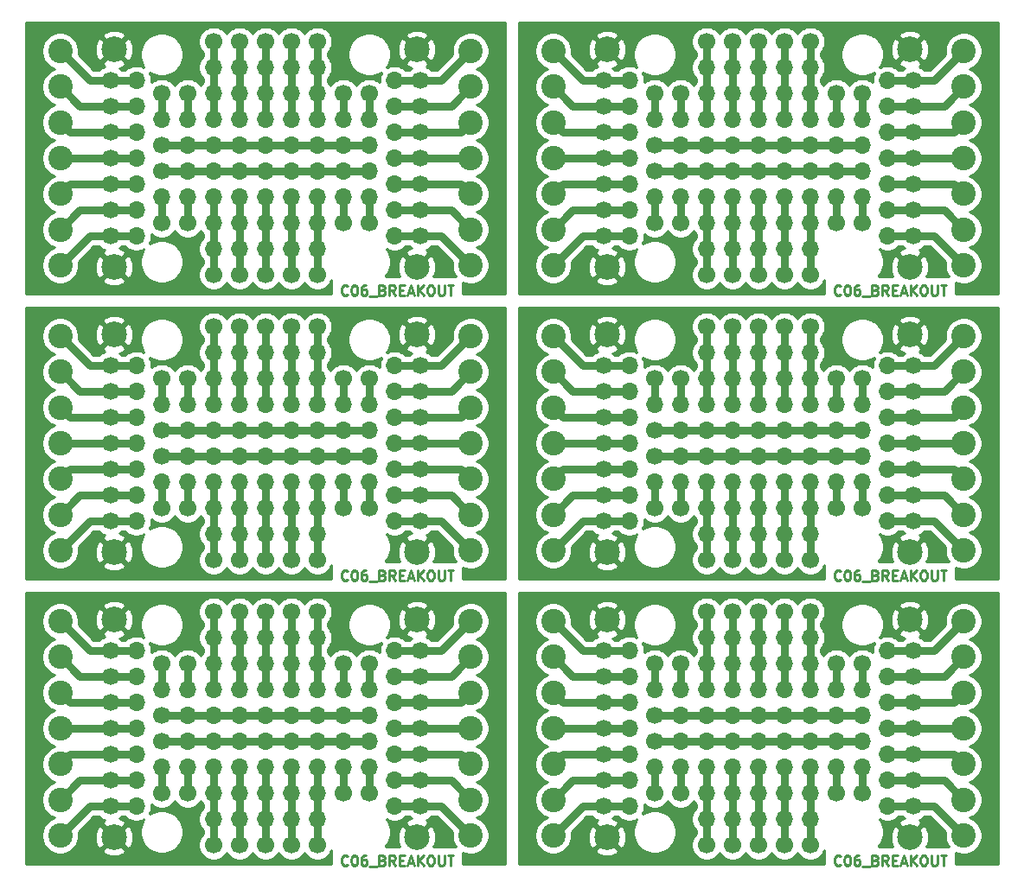
<source format=gbr>
G04 #@! TF.GenerationSoftware,KiCad,Pcbnew,5.1.5-52549c5~86~ubuntu18.04.1*
G04 #@! TF.CreationDate,2020-09-19T01:21:03-05:00*
G04 #@! TF.ProjectId,,58585858-5858-4585-9858-585858585858,rev?*
G04 #@! TF.SameCoordinates,Original*
G04 #@! TF.FileFunction,Copper,L1,Top*
G04 #@! TF.FilePolarity,Positive*
%FSLAX46Y46*%
G04 Gerber Fmt 4.6, Leading zero omitted, Abs format (unit mm)*
G04 Created by KiCad (PCBNEW 5.1.5-52549c5~86~ubuntu18.04.1) date 2020-09-19 01:21:03*
%MOMM*%
%LPD*%
G04 APERTURE LIST*
%ADD10C,0.250000*%
%ADD11C,2.499360*%
%ADD12C,1.700000*%
%ADD13O,1.700000X1.700000*%
%ADD14C,2.400000*%
%ADD15C,0.750000*%
%ADD16C,0.254000*%
G04 APERTURE END LIST*
D10*
X152115666Y-114682542D02*
X152068047Y-114730161D01*
X151925190Y-114777780D01*
X151829952Y-114777780D01*
X151687095Y-114730161D01*
X151591857Y-114634923D01*
X151544238Y-114539685D01*
X151496619Y-114349209D01*
X151496619Y-114206352D01*
X151544238Y-114015876D01*
X151591857Y-113920638D01*
X151687095Y-113825400D01*
X151829952Y-113777780D01*
X151925190Y-113777780D01*
X152068047Y-113825400D01*
X152115666Y-113873019D01*
X152734714Y-113777780D02*
X152829952Y-113777780D01*
X152925190Y-113825400D01*
X152972809Y-113873019D01*
X153020428Y-113968257D01*
X153068047Y-114158733D01*
X153068047Y-114396828D01*
X153020428Y-114587304D01*
X152972809Y-114682542D01*
X152925190Y-114730161D01*
X152829952Y-114777780D01*
X152734714Y-114777780D01*
X152639476Y-114730161D01*
X152591857Y-114682542D01*
X152544238Y-114587304D01*
X152496619Y-114396828D01*
X152496619Y-114158733D01*
X152544238Y-113968257D01*
X152591857Y-113873019D01*
X152639476Y-113825400D01*
X152734714Y-113777780D01*
X153925190Y-113777780D02*
X153734714Y-113777780D01*
X153639476Y-113825400D01*
X153591857Y-113873019D01*
X153496619Y-114015876D01*
X153449000Y-114206352D01*
X153449000Y-114587304D01*
X153496619Y-114682542D01*
X153544238Y-114730161D01*
X153639476Y-114777780D01*
X153829952Y-114777780D01*
X153925190Y-114730161D01*
X153972809Y-114682542D01*
X154020428Y-114587304D01*
X154020428Y-114349209D01*
X153972809Y-114253971D01*
X153925190Y-114206352D01*
X153829952Y-114158733D01*
X153639476Y-114158733D01*
X153544238Y-114206352D01*
X153496619Y-114253971D01*
X153449000Y-114349209D01*
X154210904Y-114873019D02*
X154972809Y-114873019D01*
X155544238Y-114253971D02*
X155687095Y-114301590D01*
X155734714Y-114349209D01*
X155782333Y-114444447D01*
X155782333Y-114587304D01*
X155734714Y-114682542D01*
X155687095Y-114730161D01*
X155591857Y-114777780D01*
X155210904Y-114777780D01*
X155210904Y-113777780D01*
X155544238Y-113777780D01*
X155639476Y-113825400D01*
X155687095Y-113873019D01*
X155734714Y-113968257D01*
X155734714Y-114063495D01*
X155687095Y-114158733D01*
X155639476Y-114206352D01*
X155544238Y-114253971D01*
X155210904Y-114253971D01*
X156782333Y-114777780D02*
X156449000Y-114301590D01*
X156210904Y-114777780D02*
X156210904Y-113777780D01*
X156591857Y-113777780D01*
X156687095Y-113825400D01*
X156734714Y-113873019D01*
X156782333Y-113968257D01*
X156782333Y-114111114D01*
X156734714Y-114206352D01*
X156687095Y-114253971D01*
X156591857Y-114301590D01*
X156210904Y-114301590D01*
X157210904Y-114253971D02*
X157544238Y-114253971D01*
X157687095Y-114777780D02*
X157210904Y-114777780D01*
X157210904Y-113777780D01*
X157687095Y-113777780D01*
X158068047Y-114492066D02*
X158544238Y-114492066D01*
X157972809Y-114777780D02*
X158306142Y-113777780D01*
X158639476Y-114777780D01*
X158972809Y-114777780D02*
X158972809Y-113777780D01*
X159544238Y-114777780D02*
X159115666Y-114206352D01*
X159544238Y-113777780D02*
X158972809Y-114349209D01*
X160163285Y-113777780D02*
X160353761Y-113777780D01*
X160449000Y-113825400D01*
X160544238Y-113920638D01*
X160591857Y-114111114D01*
X160591857Y-114444447D01*
X160544238Y-114634923D01*
X160449000Y-114730161D01*
X160353761Y-114777780D01*
X160163285Y-114777780D01*
X160068047Y-114730161D01*
X159972809Y-114634923D01*
X159925190Y-114444447D01*
X159925190Y-114111114D01*
X159972809Y-113920638D01*
X160068047Y-113825400D01*
X160163285Y-113777780D01*
X161020428Y-113777780D02*
X161020428Y-114587304D01*
X161068047Y-114682542D01*
X161115666Y-114730161D01*
X161210904Y-114777780D01*
X161401380Y-114777780D01*
X161496619Y-114730161D01*
X161544238Y-114682542D01*
X161591857Y-114587304D01*
X161591857Y-113777780D01*
X161925190Y-113777780D02*
X162496619Y-113777780D01*
X162210904Y-114777780D02*
X162210904Y-113777780D01*
X103855666Y-114682542D02*
X103808047Y-114730161D01*
X103665190Y-114777780D01*
X103569952Y-114777780D01*
X103427095Y-114730161D01*
X103331857Y-114634923D01*
X103284238Y-114539685D01*
X103236619Y-114349209D01*
X103236619Y-114206352D01*
X103284238Y-114015876D01*
X103331857Y-113920638D01*
X103427095Y-113825400D01*
X103569952Y-113777780D01*
X103665190Y-113777780D01*
X103808047Y-113825400D01*
X103855666Y-113873019D01*
X104474714Y-113777780D02*
X104569952Y-113777780D01*
X104665190Y-113825400D01*
X104712809Y-113873019D01*
X104760428Y-113968257D01*
X104808047Y-114158733D01*
X104808047Y-114396828D01*
X104760428Y-114587304D01*
X104712809Y-114682542D01*
X104665190Y-114730161D01*
X104569952Y-114777780D01*
X104474714Y-114777780D01*
X104379476Y-114730161D01*
X104331857Y-114682542D01*
X104284238Y-114587304D01*
X104236619Y-114396828D01*
X104236619Y-114158733D01*
X104284238Y-113968257D01*
X104331857Y-113873019D01*
X104379476Y-113825400D01*
X104474714Y-113777780D01*
X105665190Y-113777780D02*
X105474714Y-113777780D01*
X105379476Y-113825400D01*
X105331857Y-113873019D01*
X105236619Y-114015876D01*
X105189000Y-114206352D01*
X105189000Y-114587304D01*
X105236619Y-114682542D01*
X105284238Y-114730161D01*
X105379476Y-114777780D01*
X105569952Y-114777780D01*
X105665190Y-114730161D01*
X105712809Y-114682542D01*
X105760428Y-114587304D01*
X105760428Y-114349209D01*
X105712809Y-114253971D01*
X105665190Y-114206352D01*
X105569952Y-114158733D01*
X105379476Y-114158733D01*
X105284238Y-114206352D01*
X105236619Y-114253971D01*
X105189000Y-114349209D01*
X105950904Y-114873019D02*
X106712809Y-114873019D01*
X107284238Y-114253971D02*
X107427095Y-114301590D01*
X107474714Y-114349209D01*
X107522333Y-114444447D01*
X107522333Y-114587304D01*
X107474714Y-114682542D01*
X107427095Y-114730161D01*
X107331857Y-114777780D01*
X106950904Y-114777780D01*
X106950904Y-113777780D01*
X107284238Y-113777780D01*
X107379476Y-113825400D01*
X107427095Y-113873019D01*
X107474714Y-113968257D01*
X107474714Y-114063495D01*
X107427095Y-114158733D01*
X107379476Y-114206352D01*
X107284238Y-114253971D01*
X106950904Y-114253971D01*
X108522333Y-114777780D02*
X108189000Y-114301590D01*
X107950904Y-114777780D02*
X107950904Y-113777780D01*
X108331857Y-113777780D01*
X108427095Y-113825400D01*
X108474714Y-113873019D01*
X108522333Y-113968257D01*
X108522333Y-114111114D01*
X108474714Y-114206352D01*
X108427095Y-114253971D01*
X108331857Y-114301590D01*
X107950904Y-114301590D01*
X108950904Y-114253971D02*
X109284238Y-114253971D01*
X109427095Y-114777780D02*
X108950904Y-114777780D01*
X108950904Y-113777780D01*
X109427095Y-113777780D01*
X109808047Y-114492066D02*
X110284238Y-114492066D01*
X109712809Y-114777780D02*
X110046142Y-113777780D01*
X110379476Y-114777780D01*
X110712809Y-114777780D02*
X110712809Y-113777780D01*
X111284238Y-114777780D02*
X110855666Y-114206352D01*
X111284238Y-113777780D02*
X110712809Y-114349209D01*
X111903285Y-113777780D02*
X112093761Y-113777780D01*
X112189000Y-113825400D01*
X112284238Y-113920638D01*
X112331857Y-114111114D01*
X112331857Y-114444447D01*
X112284238Y-114634923D01*
X112189000Y-114730161D01*
X112093761Y-114777780D01*
X111903285Y-114777780D01*
X111808047Y-114730161D01*
X111712809Y-114634923D01*
X111665190Y-114444447D01*
X111665190Y-114111114D01*
X111712809Y-113920638D01*
X111808047Y-113825400D01*
X111903285Y-113777780D01*
X112760428Y-113777780D02*
X112760428Y-114587304D01*
X112808047Y-114682542D01*
X112855666Y-114730161D01*
X112950904Y-114777780D01*
X113141380Y-114777780D01*
X113236619Y-114730161D01*
X113284238Y-114682542D01*
X113331857Y-114587304D01*
X113331857Y-113777780D01*
X113665190Y-113777780D02*
X114236619Y-113777780D01*
X113950904Y-114777780D02*
X113950904Y-113777780D01*
X152115666Y-86742542D02*
X152068047Y-86790161D01*
X151925190Y-86837780D01*
X151829952Y-86837780D01*
X151687095Y-86790161D01*
X151591857Y-86694923D01*
X151544238Y-86599685D01*
X151496619Y-86409209D01*
X151496619Y-86266352D01*
X151544238Y-86075876D01*
X151591857Y-85980638D01*
X151687095Y-85885400D01*
X151829952Y-85837780D01*
X151925190Y-85837780D01*
X152068047Y-85885400D01*
X152115666Y-85933019D01*
X152734714Y-85837780D02*
X152829952Y-85837780D01*
X152925190Y-85885400D01*
X152972809Y-85933019D01*
X153020428Y-86028257D01*
X153068047Y-86218733D01*
X153068047Y-86456828D01*
X153020428Y-86647304D01*
X152972809Y-86742542D01*
X152925190Y-86790161D01*
X152829952Y-86837780D01*
X152734714Y-86837780D01*
X152639476Y-86790161D01*
X152591857Y-86742542D01*
X152544238Y-86647304D01*
X152496619Y-86456828D01*
X152496619Y-86218733D01*
X152544238Y-86028257D01*
X152591857Y-85933019D01*
X152639476Y-85885400D01*
X152734714Y-85837780D01*
X153925190Y-85837780D02*
X153734714Y-85837780D01*
X153639476Y-85885400D01*
X153591857Y-85933019D01*
X153496619Y-86075876D01*
X153449000Y-86266352D01*
X153449000Y-86647304D01*
X153496619Y-86742542D01*
X153544238Y-86790161D01*
X153639476Y-86837780D01*
X153829952Y-86837780D01*
X153925190Y-86790161D01*
X153972809Y-86742542D01*
X154020428Y-86647304D01*
X154020428Y-86409209D01*
X153972809Y-86313971D01*
X153925190Y-86266352D01*
X153829952Y-86218733D01*
X153639476Y-86218733D01*
X153544238Y-86266352D01*
X153496619Y-86313971D01*
X153449000Y-86409209D01*
X154210904Y-86933019D02*
X154972809Y-86933019D01*
X155544238Y-86313971D02*
X155687095Y-86361590D01*
X155734714Y-86409209D01*
X155782333Y-86504447D01*
X155782333Y-86647304D01*
X155734714Y-86742542D01*
X155687095Y-86790161D01*
X155591857Y-86837780D01*
X155210904Y-86837780D01*
X155210904Y-85837780D01*
X155544238Y-85837780D01*
X155639476Y-85885400D01*
X155687095Y-85933019D01*
X155734714Y-86028257D01*
X155734714Y-86123495D01*
X155687095Y-86218733D01*
X155639476Y-86266352D01*
X155544238Y-86313971D01*
X155210904Y-86313971D01*
X156782333Y-86837780D02*
X156449000Y-86361590D01*
X156210904Y-86837780D02*
X156210904Y-85837780D01*
X156591857Y-85837780D01*
X156687095Y-85885400D01*
X156734714Y-85933019D01*
X156782333Y-86028257D01*
X156782333Y-86171114D01*
X156734714Y-86266352D01*
X156687095Y-86313971D01*
X156591857Y-86361590D01*
X156210904Y-86361590D01*
X157210904Y-86313971D02*
X157544238Y-86313971D01*
X157687095Y-86837780D02*
X157210904Y-86837780D01*
X157210904Y-85837780D01*
X157687095Y-85837780D01*
X158068047Y-86552066D02*
X158544238Y-86552066D01*
X157972809Y-86837780D02*
X158306142Y-85837780D01*
X158639476Y-86837780D01*
X158972809Y-86837780D02*
X158972809Y-85837780D01*
X159544238Y-86837780D02*
X159115666Y-86266352D01*
X159544238Y-85837780D02*
X158972809Y-86409209D01*
X160163285Y-85837780D02*
X160353761Y-85837780D01*
X160449000Y-85885400D01*
X160544238Y-85980638D01*
X160591857Y-86171114D01*
X160591857Y-86504447D01*
X160544238Y-86694923D01*
X160449000Y-86790161D01*
X160353761Y-86837780D01*
X160163285Y-86837780D01*
X160068047Y-86790161D01*
X159972809Y-86694923D01*
X159925190Y-86504447D01*
X159925190Y-86171114D01*
X159972809Y-85980638D01*
X160068047Y-85885400D01*
X160163285Y-85837780D01*
X161020428Y-85837780D02*
X161020428Y-86647304D01*
X161068047Y-86742542D01*
X161115666Y-86790161D01*
X161210904Y-86837780D01*
X161401380Y-86837780D01*
X161496619Y-86790161D01*
X161544238Y-86742542D01*
X161591857Y-86647304D01*
X161591857Y-85837780D01*
X161925190Y-85837780D02*
X162496619Y-85837780D01*
X162210904Y-86837780D02*
X162210904Y-85837780D01*
X103855666Y-86742542D02*
X103808047Y-86790161D01*
X103665190Y-86837780D01*
X103569952Y-86837780D01*
X103427095Y-86790161D01*
X103331857Y-86694923D01*
X103284238Y-86599685D01*
X103236619Y-86409209D01*
X103236619Y-86266352D01*
X103284238Y-86075876D01*
X103331857Y-85980638D01*
X103427095Y-85885400D01*
X103569952Y-85837780D01*
X103665190Y-85837780D01*
X103808047Y-85885400D01*
X103855666Y-85933019D01*
X104474714Y-85837780D02*
X104569952Y-85837780D01*
X104665190Y-85885400D01*
X104712809Y-85933019D01*
X104760428Y-86028257D01*
X104808047Y-86218733D01*
X104808047Y-86456828D01*
X104760428Y-86647304D01*
X104712809Y-86742542D01*
X104665190Y-86790161D01*
X104569952Y-86837780D01*
X104474714Y-86837780D01*
X104379476Y-86790161D01*
X104331857Y-86742542D01*
X104284238Y-86647304D01*
X104236619Y-86456828D01*
X104236619Y-86218733D01*
X104284238Y-86028257D01*
X104331857Y-85933019D01*
X104379476Y-85885400D01*
X104474714Y-85837780D01*
X105665190Y-85837780D02*
X105474714Y-85837780D01*
X105379476Y-85885400D01*
X105331857Y-85933019D01*
X105236619Y-86075876D01*
X105189000Y-86266352D01*
X105189000Y-86647304D01*
X105236619Y-86742542D01*
X105284238Y-86790161D01*
X105379476Y-86837780D01*
X105569952Y-86837780D01*
X105665190Y-86790161D01*
X105712809Y-86742542D01*
X105760428Y-86647304D01*
X105760428Y-86409209D01*
X105712809Y-86313971D01*
X105665190Y-86266352D01*
X105569952Y-86218733D01*
X105379476Y-86218733D01*
X105284238Y-86266352D01*
X105236619Y-86313971D01*
X105189000Y-86409209D01*
X105950904Y-86933019D02*
X106712809Y-86933019D01*
X107284238Y-86313971D02*
X107427095Y-86361590D01*
X107474714Y-86409209D01*
X107522333Y-86504447D01*
X107522333Y-86647304D01*
X107474714Y-86742542D01*
X107427095Y-86790161D01*
X107331857Y-86837780D01*
X106950904Y-86837780D01*
X106950904Y-85837780D01*
X107284238Y-85837780D01*
X107379476Y-85885400D01*
X107427095Y-85933019D01*
X107474714Y-86028257D01*
X107474714Y-86123495D01*
X107427095Y-86218733D01*
X107379476Y-86266352D01*
X107284238Y-86313971D01*
X106950904Y-86313971D01*
X108522333Y-86837780D02*
X108189000Y-86361590D01*
X107950904Y-86837780D02*
X107950904Y-85837780D01*
X108331857Y-85837780D01*
X108427095Y-85885400D01*
X108474714Y-85933019D01*
X108522333Y-86028257D01*
X108522333Y-86171114D01*
X108474714Y-86266352D01*
X108427095Y-86313971D01*
X108331857Y-86361590D01*
X107950904Y-86361590D01*
X108950904Y-86313971D02*
X109284238Y-86313971D01*
X109427095Y-86837780D02*
X108950904Y-86837780D01*
X108950904Y-85837780D01*
X109427095Y-85837780D01*
X109808047Y-86552066D02*
X110284238Y-86552066D01*
X109712809Y-86837780D02*
X110046142Y-85837780D01*
X110379476Y-86837780D01*
X110712809Y-86837780D02*
X110712809Y-85837780D01*
X111284238Y-86837780D02*
X110855666Y-86266352D01*
X111284238Y-85837780D02*
X110712809Y-86409209D01*
X111903285Y-85837780D02*
X112093761Y-85837780D01*
X112189000Y-85885400D01*
X112284238Y-85980638D01*
X112331857Y-86171114D01*
X112331857Y-86504447D01*
X112284238Y-86694923D01*
X112189000Y-86790161D01*
X112093761Y-86837780D01*
X111903285Y-86837780D01*
X111808047Y-86790161D01*
X111712809Y-86694923D01*
X111665190Y-86504447D01*
X111665190Y-86171114D01*
X111712809Y-85980638D01*
X111808047Y-85885400D01*
X111903285Y-85837780D01*
X112760428Y-85837780D02*
X112760428Y-86647304D01*
X112808047Y-86742542D01*
X112855666Y-86790161D01*
X112950904Y-86837780D01*
X113141380Y-86837780D01*
X113236619Y-86790161D01*
X113284238Y-86742542D01*
X113331857Y-86647304D01*
X113331857Y-85837780D01*
X113665190Y-85837780D02*
X114236619Y-85837780D01*
X113950904Y-86837780D02*
X113950904Y-85837780D01*
X152115666Y-58802542D02*
X152068047Y-58850161D01*
X151925190Y-58897780D01*
X151829952Y-58897780D01*
X151687095Y-58850161D01*
X151591857Y-58754923D01*
X151544238Y-58659685D01*
X151496619Y-58469209D01*
X151496619Y-58326352D01*
X151544238Y-58135876D01*
X151591857Y-58040638D01*
X151687095Y-57945400D01*
X151829952Y-57897780D01*
X151925190Y-57897780D01*
X152068047Y-57945400D01*
X152115666Y-57993019D01*
X152734714Y-57897780D02*
X152829952Y-57897780D01*
X152925190Y-57945400D01*
X152972809Y-57993019D01*
X153020428Y-58088257D01*
X153068047Y-58278733D01*
X153068047Y-58516828D01*
X153020428Y-58707304D01*
X152972809Y-58802542D01*
X152925190Y-58850161D01*
X152829952Y-58897780D01*
X152734714Y-58897780D01*
X152639476Y-58850161D01*
X152591857Y-58802542D01*
X152544238Y-58707304D01*
X152496619Y-58516828D01*
X152496619Y-58278733D01*
X152544238Y-58088257D01*
X152591857Y-57993019D01*
X152639476Y-57945400D01*
X152734714Y-57897780D01*
X153925190Y-57897780D02*
X153734714Y-57897780D01*
X153639476Y-57945400D01*
X153591857Y-57993019D01*
X153496619Y-58135876D01*
X153449000Y-58326352D01*
X153449000Y-58707304D01*
X153496619Y-58802542D01*
X153544238Y-58850161D01*
X153639476Y-58897780D01*
X153829952Y-58897780D01*
X153925190Y-58850161D01*
X153972809Y-58802542D01*
X154020428Y-58707304D01*
X154020428Y-58469209D01*
X153972809Y-58373971D01*
X153925190Y-58326352D01*
X153829952Y-58278733D01*
X153639476Y-58278733D01*
X153544238Y-58326352D01*
X153496619Y-58373971D01*
X153449000Y-58469209D01*
X154210904Y-58993019D02*
X154972809Y-58993019D01*
X155544238Y-58373971D02*
X155687095Y-58421590D01*
X155734714Y-58469209D01*
X155782333Y-58564447D01*
X155782333Y-58707304D01*
X155734714Y-58802542D01*
X155687095Y-58850161D01*
X155591857Y-58897780D01*
X155210904Y-58897780D01*
X155210904Y-57897780D01*
X155544238Y-57897780D01*
X155639476Y-57945400D01*
X155687095Y-57993019D01*
X155734714Y-58088257D01*
X155734714Y-58183495D01*
X155687095Y-58278733D01*
X155639476Y-58326352D01*
X155544238Y-58373971D01*
X155210904Y-58373971D01*
X156782333Y-58897780D02*
X156449000Y-58421590D01*
X156210904Y-58897780D02*
X156210904Y-57897780D01*
X156591857Y-57897780D01*
X156687095Y-57945400D01*
X156734714Y-57993019D01*
X156782333Y-58088257D01*
X156782333Y-58231114D01*
X156734714Y-58326352D01*
X156687095Y-58373971D01*
X156591857Y-58421590D01*
X156210904Y-58421590D01*
X157210904Y-58373971D02*
X157544238Y-58373971D01*
X157687095Y-58897780D02*
X157210904Y-58897780D01*
X157210904Y-57897780D01*
X157687095Y-57897780D01*
X158068047Y-58612066D02*
X158544238Y-58612066D01*
X157972809Y-58897780D02*
X158306142Y-57897780D01*
X158639476Y-58897780D01*
X158972809Y-58897780D02*
X158972809Y-57897780D01*
X159544238Y-58897780D02*
X159115666Y-58326352D01*
X159544238Y-57897780D02*
X158972809Y-58469209D01*
X160163285Y-57897780D02*
X160353761Y-57897780D01*
X160449000Y-57945400D01*
X160544238Y-58040638D01*
X160591857Y-58231114D01*
X160591857Y-58564447D01*
X160544238Y-58754923D01*
X160449000Y-58850161D01*
X160353761Y-58897780D01*
X160163285Y-58897780D01*
X160068047Y-58850161D01*
X159972809Y-58754923D01*
X159925190Y-58564447D01*
X159925190Y-58231114D01*
X159972809Y-58040638D01*
X160068047Y-57945400D01*
X160163285Y-57897780D01*
X161020428Y-57897780D02*
X161020428Y-58707304D01*
X161068047Y-58802542D01*
X161115666Y-58850161D01*
X161210904Y-58897780D01*
X161401380Y-58897780D01*
X161496619Y-58850161D01*
X161544238Y-58802542D01*
X161591857Y-58707304D01*
X161591857Y-57897780D01*
X161925190Y-57897780D02*
X162496619Y-57897780D01*
X162210904Y-58897780D02*
X162210904Y-57897780D01*
X103855666Y-58802542D02*
X103808047Y-58850161D01*
X103665190Y-58897780D01*
X103569952Y-58897780D01*
X103427095Y-58850161D01*
X103331857Y-58754923D01*
X103284238Y-58659685D01*
X103236619Y-58469209D01*
X103236619Y-58326352D01*
X103284238Y-58135876D01*
X103331857Y-58040638D01*
X103427095Y-57945400D01*
X103569952Y-57897780D01*
X103665190Y-57897780D01*
X103808047Y-57945400D01*
X103855666Y-57993019D01*
X104474714Y-57897780D02*
X104569952Y-57897780D01*
X104665190Y-57945400D01*
X104712809Y-57993019D01*
X104760428Y-58088257D01*
X104808047Y-58278733D01*
X104808047Y-58516828D01*
X104760428Y-58707304D01*
X104712809Y-58802542D01*
X104665190Y-58850161D01*
X104569952Y-58897780D01*
X104474714Y-58897780D01*
X104379476Y-58850161D01*
X104331857Y-58802542D01*
X104284238Y-58707304D01*
X104236619Y-58516828D01*
X104236619Y-58278733D01*
X104284238Y-58088257D01*
X104331857Y-57993019D01*
X104379476Y-57945400D01*
X104474714Y-57897780D01*
X105665190Y-57897780D02*
X105474714Y-57897780D01*
X105379476Y-57945400D01*
X105331857Y-57993019D01*
X105236619Y-58135876D01*
X105189000Y-58326352D01*
X105189000Y-58707304D01*
X105236619Y-58802542D01*
X105284238Y-58850161D01*
X105379476Y-58897780D01*
X105569952Y-58897780D01*
X105665190Y-58850161D01*
X105712809Y-58802542D01*
X105760428Y-58707304D01*
X105760428Y-58469209D01*
X105712809Y-58373971D01*
X105665190Y-58326352D01*
X105569952Y-58278733D01*
X105379476Y-58278733D01*
X105284238Y-58326352D01*
X105236619Y-58373971D01*
X105189000Y-58469209D01*
X105950904Y-58993019D02*
X106712809Y-58993019D01*
X107284238Y-58373971D02*
X107427095Y-58421590D01*
X107474714Y-58469209D01*
X107522333Y-58564447D01*
X107522333Y-58707304D01*
X107474714Y-58802542D01*
X107427095Y-58850161D01*
X107331857Y-58897780D01*
X106950904Y-58897780D01*
X106950904Y-57897780D01*
X107284238Y-57897780D01*
X107379476Y-57945400D01*
X107427095Y-57993019D01*
X107474714Y-58088257D01*
X107474714Y-58183495D01*
X107427095Y-58278733D01*
X107379476Y-58326352D01*
X107284238Y-58373971D01*
X106950904Y-58373971D01*
X108522333Y-58897780D02*
X108189000Y-58421590D01*
X107950904Y-58897780D02*
X107950904Y-57897780D01*
X108331857Y-57897780D01*
X108427095Y-57945400D01*
X108474714Y-57993019D01*
X108522333Y-58088257D01*
X108522333Y-58231114D01*
X108474714Y-58326352D01*
X108427095Y-58373971D01*
X108331857Y-58421590D01*
X107950904Y-58421590D01*
X108950904Y-58373971D02*
X109284238Y-58373971D01*
X109427095Y-58897780D02*
X108950904Y-58897780D01*
X108950904Y-57897780D01*
X109427095Y-57897780D01*
X109808047Y-58612066D02*
X110284238Y-58612066D01*
X109712809Y-58897780D02*
X110046142Y-57897780D01*
X110379476Y-58897780D01*
X110712809Y-58897780D02*
X110712809Y-57897780D01*
X111284238Y-58897780D02*
X110855666Y-58326352D01*
X111284238Y-57897780D02*
X110712809Y-58469209D01*
X111903285Y-57897780D02*
X112093761Y-57897780D01*
X112189000Y-57945400D01*
X112284238Y-58040638D01*
X112331857Y-58231114D01*
X112331857Y-58564447D01*
X112284238Y-58754923D01*
X112189000Y-58850161D01*
X112093761Y-58897780D01*
X111903285Y-58897780D01*
X111808047Y-58850161D01*
X111712809Y-58754923D01*
X111665190Y-58564447D01*
X111665190Y-58231114D01*
X111712809Y-58040638D01*
X111808047Y-57945400D01*
X111903285Y-57897780D01*
X112760428Y-57897780D02*
X112760428Y-58707304D01*
X112808047Y-58802542D01*
X112855666Y-58850161D01*
X112950904Y-58897780D01*
X113141380Y-58897780D01*
X113236619Y-58850161D01*
X113284238Y-58802542D01*
X113331857Y-58707304D01*
X113331857Y-57897780D01*
X113665190Y-57897780D02*
X114236619Y-57897780D01*
X113950904Y-58897780D02*
X113950904Y-57897780D01*
D11*
X158897400Y-90678000D03*
X110637400Y-90678000D03*
X158897400Y-62738000D03*
X110637400Y-62738000D03*
X158897400Y-34798000D03*
X129260600Y-90678000D03*
X81000600Y-90678000D03*
X129260600Y-62738000D03*
X81000600Y-62738000D03*
X129260600Y-34798000D03*
D12*
X146619000Y-112760800D03*
D13*
X146619000Y-110220800D03*
X146619000Y-107680800D03*
X146619000Y-105140800D03*
D12*
X98359000Y-112760800D03*
D13*
X98359000Y-110220800D03*
X98359000Y-107680800D03*
X98359000Y-105140800D03*
D12*
X146619000Y-84820800D03*
D13*
X146619000Y-82280800D03*
X146619000Y-79740800D03*
X146619000Y-77200800D03*
D12*
X98359000Y-84820800D03*
D13*
X98359000Y-82280800D03*
X98359000Y-79740800D03*
X98359000Y-77200800D03*
D12*
X146619000Y-56880800D03*
D13*
X146619000Y-54340800D03*
X146619000Y-51800800D03*
X146619000Y-49260800D03*
D12*
X128905000Y-103870800D03*
D13*
X131445000Y-103870800D03*
D12*
X80645000Y-103870800D03*
D13*
X83185000Y-103870800D03*
D12*
X128905000Y-75930800D03*
D13*
X131445000Y-75930800D03*
D12*
X80645000Y-75930800D03*
D13*
X83185000Y-75930800D03*
D12*
X128905000Y-47990800D03*
D13*
X131445000Y-47990800D03*
D11*
X158897400Y-111983600D03*
X110637400Y-111983600D03*
X158897400Y-84043600D03*
X110637400Y-84043600D03*
X158897400Y-56103600D03*
D14*
X123982200Y-90830800D03*
X123982200Y-94330800D03*
X123982200Y-97830800D03*
X123982200Y-101330800D03*
X123982200Y-104830800D03*
X123982200Y-108330800D03*
X123982200Y-111830800D03*
X75722200Y-90830800D03*
X75722200Y-94330800D03*
X75722200Y-97830800D03*
X75722200Y-101330800D03*
X75722200Y-104830800D03*
X75722200Y-108330800D03*
X75722200Y-111830800D03*
X123982200Y-62890800D03*
X123982200Y-66390800D03*
X123982200Y-69890800D03*
X123982200Y-73390800D03*
X123982200Y-76890800D03*
X123982200Y-80390800D03*
X123982200Y-83890800D03*
X75722200Y-62890800D03*
X75722200Y-66390800D03*
X75722200Y-69890800D03*
X75722200Y-73390800D03*
X75722200Y-76890800D03*
X75722200Y-80390800D03*
X75722200Y-83890800D03*
X123982200Y-34950800D03*
X123982200Y-38450800D03*
X123982200Y-41950800D03*
X123982200Y-45450800D03*
X123982200Y-48950800D03*
X123982200Y-52450800D03*
X123982200Y-55950800D03*
D12*
X141539000Y-112760800D03*
D13*
X141539000Y-110220800D03*
X141539000Y-107680800D03*
X141539000Y-105140800D03*
D12*
X93279000Y-112760800D03*
D13*
X93279000Y-110220800D03*
X93279000Y-107680800D03*
X93279000Y-105140800D03*
D12*
X141539000Y-84820800D03*
D13*
X141539000Y-82280800D03*
X141539000Y-79740800D03*
X141539000Y-77200800D03*
D12*
X93279000Y-84820800D03*
D13*
X93279000Y-82280800D03*
X93279000Y-79740800D03*
X93279000Y-77200800D03*
D12*
X141539000Y-56880800D03*
D13*
X141539000Y-54340800D03*
X141539000Y-51800800D03*
X141539000Y-49260800D03*
D12*
X136459000Y-107680800D03*
D13*
X136459000Y-105140800D03*
D12*
X88199000Y-107680800D03*
D13*
X88199000Y-105140800D03*
D12*
X136459000Y-79740800D03*
D13*
X136459000Y-77200800D03*
D12*
X88199000Y-79740800D03*
D13*
X88199000Y-77200800D03*
D12*
X136459000Y-51800800D03*
D13*
X136459000Y-49260800D03*
D12*
X159253000Y-93710800D03*
D13*
X156713000Y-93710800D03*
D12*
X110993000Y-93710800D03*
D13*
X108453000Y-93710800D03*
D12*
X159253000Y-65770800D03*
D13*
X156713000Y-65770800D03*
D12*
X110993000Y-65770800D03*
D13*
X108453000Y-65770800D03*
D12*
X159253000Y-37830800D03*
D13*
X156713000Y-37830800D03*
D12*
X141539000Y-89900800D03*
D13*
X141539000Y-92440800D03*
X141539000Y-94980800D03*
X141539000Y-97520800D03*
D12*
X93279000Y-89900800D03*
D13*
X93279000Y-92440800D03*
X93279000Y-94980800D03*
X93279000Y-97520800D03*
D12*
X141539000Y-61960800D03*
D13*
X141539000Y-64500800D03*
X141539000Y-67040800D03*
X141539000Y-69580800D03*
D12*
X93279000Y-61960800D03*
D13*
X93279000Y-64500800D03*
X93279000Y-67040800D03*
X93279000Y-69580800D03*
D12*
X141539000Y-34020800D03*
D13*
X141539000Y-36560800D03*
X141539000Y-39100800D03*
X141539000Y-41640800D03*
D12*
X154239000Y-107680800D03*
D13*
X154239000Y-105140800D03*
D12*
X105979000Y-107680800D03*
D13*
X105979000Y-105140800D03*
D12*
X154239000Y-79740800D03*
D13*
X154239000Y-77200800D03*
D12*
X105979000Y-79740800D03*
D13*
X105979000Y-77200800D03*
D12*
X154239000Y-51800800D03*
D13*
X154239000Y-49260800D03*
D12*
X136459000Y-94980800D03*
D13*
X136459000Y-97520800D03*
D12*
X88199000Y-94980800D03*
D13*
X88199000Y-97520800D03*
D12*
X136459000Y-67040800D03*
D13*
X136459000Y-69580800D03*
D12*
X88199000Y-67040800D03*
D13*
X88199000Y-69580800D03*
D12*
X136459000Y-39100800D03*
D13*
X136459000Y-41640800D03*
D12*
X151699000Y-94980800D03*
D13*
X151699000Y-97520800D03*
D12*
X103439000Y-94980800D03*
D13*
X103439000Y-97520800D03*
D12*
X151699000Y-67040800D03*
D13*
X151699000Y-69580800D03*
D12*
X103439000Y-67040800D03*
D13*
X103439000Y-69580800D03*
D12*
X151699000Y-39100800D03*
D13*
X151699000Y-41640800D03*
D12*
X128905000Y-101330800D03*
D13*
X131445000Y-101330800D03*
D12*
X80645000Y-101330800D03*
D13*
X83185000Y-101330800D03*
D12*
X128905000Y-73390800D03*
D13*
X131445000Y-73390800D03*
D12*
X80645000Y-73390800D03*
D13*
X83185000Y-73390800D03*
D12*
X128905000Y-45450800D03*
D13*
X131445000Y-45450800D03*
D12*
X133919000Y-94980800D03*
D13*
X133919000Y-97520800D03*
D12*
X85659000Y-94980800D03*
D13*
X85659000Y-97520800D03*
D12*
X133919000Y-67040800D03*
D13*
X133919000Y-69580800D03*
D12*
X85659000Y-67040800D03*
D13*
X85659000Y-69580800D03*
D12*
X133919000Y-39100800D03*
D13*
X133919000Y-41640800D03*
D12*
X133919000Y-102600800D03*
D13*
X136459000Y-102600800D03*
X138999000Y-102600800D03*
X141539000Y-102600800D03*
X144079000Y-102600800D03*
X146619000Y-102600800D03*
X149159000Y-102600800D03*
X151699000Y-102600800D03*
X154239000Y-102600800D03*
D12*
X85659000Y-102600800D03*
D13*
X88199000Y-102600800D03*
X90739000Y-102600800D03*
X93279000Y-102600800D03*
X95819000Y-102600800D03*
X98359000Y-102600800D03*
X100899000Y-102600800D03*
X103439000Y-102600800D03*
X105979000Y-102600800D03*
D12*
X133919000Y-74660800D03*
D13*
X136459000Y-74660800D03*
X138999000Y-74660800D03*
X141539000Y-74660800D03*
X144079000Y-74660800D03*
X146619000Y-74660800D03*
X149159000Y-74660800D03*
X151699000Y-74660800D03*
X154239000Y-74660800D03*
D12*
X85659000Y-74660800D03*
D13*
X88199000Y-74660800D03*
X90739000Y-74660800D03*
X93279000Y-74660800D03*
X95819000Y-74660800D03*
X98359000Y-74660800D03*
X100899000Y-74660800D03*
X103439000Y-74660800D03*
X105979000Y-74660800D03*
D12*
X133919000Y-46720800D03*
D13*
X136459000Y-46720800D03*
X138999000Y-46720800D03*
X141539000Y-46720800D03*
X144079000Y-46720800D03*
X146619000Y-46720800D03*
X149159000Y-46720800D03*
X151699000Y-46720800D03*
X154239000Y-46720800D03*
D12*
X159253000Y-101330800D03*
D13*
X156713000Y-101330800D03*
D12*
X110993000Y-101330800D03*
D13*
X108453000Y-101330800D03*
D12*
X159253000Y-73390800D03*
D13*
X156713000Y-73390800D03*
D12*
X110993000Y-73390800D03*
D13*
X108453000Y-73390800D03*
D12*
X159253000Y-45450800D03*
D13*
X156713000Y-45450800D03*
D12*
X133919000Y-107680800D03*
D13*
X133919000Y-105140800D03*
D12*
X85659000Y-107680800D03*
D13*
X85659000Y-105140800D03*
D12*
X133919000Y-79740800D03*
D13*
X133919000Y-77200800D03*
D12*
X85659000Y-79740800D03*
D13*
X85659000Y-77200800D03*
D12*
X133919000Y-51800800D03*
D13*
X133919000Y-49260800D03*
D12*
X159253000Y-106410800D03*
D13*
X156713000Y-106410800D03*
D12*
X110993000Y-106410800D03*
D13*
X108453000Y-106410800D03*
D12*
X159253000Y-78470800D03*
D13*
X156713000Y-78470800D03*
D12*
X110993000Y-78470800D03*
D13*
X108453000Y-78470800D03*
D12*
X159253000Y-50530800D03*
D13*
X156713000Y-50530800D03*
D12*
X149159000Y-89900800D03*
D13*
X149159000Y-92440800D03*
X149159000Y-94980800D03*
X149159000Y-97520800D03*
D12*
X100899000Y-89900800D03*
D13*
X100899000Y-92440800D03*
X100899000Y-94980800D03*
X100899000Y-97520800D03*
D12*
X149159000Y-61960800D03*
D13*
X149159000Y-64500800D03*
X149159000Y-67040800D03*
X149159000Y-69580800D03*
D12*
X100899000Y-61960800D03*
D13*
X100899000Y-64500800D03*
X100899000Y-67040800D03*
X100899000Y-69580800D03*
D12*
X149159000Y-34020800D03*
D13*
X149159000Y-36560800D03*
X149159000Y-39100800D03*
X149159000Y-41640800D03*
D12*
X133919000Y-100060800D03*
D13*
X136459000Y-100060800D03*
X138999000Y-100060800D03*
X141539000Y-100060800D03*
X144079000Y-100060800D03*
X146619000Y-100060800D03*
X149159000Y-100060800D03*
X151699000Y-100060800D03*
X154239000Y-100060800D03*
D12*
X85659000Y-100060800D03*
D13*
X88199000Y-100060800D03*
X90739000Y-100060800D03*
X93279000Y-100060800D03*
X95819000Y-100060800D03*
X98359000Y-100060800D03*
X100899000Y-100060800D03*
X103439000Y-100060800D03*
X105979000Y-100060800D03*
D12*
X133919000Y-72120800D03*
D13*
X136459000Y-72120800D03*
X138999000Y-72120800D03*
X141539000Y-72120800D03*
X144079000Y-72120800D03*
X146619000Y-72120800D03*
X149159000Y-72120800D03*
X151699000Y-72120800D03*
X154239000Y-72120800D03*
D12*
X85659000Y-72120800D03*
D13*
X88199000Y-72120800D03*
X90739000Y-72120800D03*
X93279000Y-72120800D03*
X95819000Y-72120800D03*
X98359000Y-72120800D03*
X100899000Y-72120800D03*
X103439000Y-72120800D03*
X105979000Y-72120800D03*
D12*
X133919000Y-44180800D03*
D13*
X136459000Y-44180800D03*
X138999000Y-44180800D03*
X141539000Y-44180800D03*
X144079000Y-44180800D03*
X146619000Y-44180800D03*
X149159000Y-44180800D03*
X151699000Y-44180800D03*
X154239000Y-44180800D03*
D12*
X159253000Y-96250800D03*
D13*
X156713000Y-96250800D03*
D12*
X110993000Y-96250800D03*
D13*
X108453000Y-96250800D03*
D12*
X159253000Y-68310800D03*
D13*
X156713000Y-68310800D03*
D12*
X110993000Y-68310800D03*
D13*
X108453000Y-68310800D03*
D12*
X159253000Y-40370800D03*
D13*
X156713000Y-40370800D03*
D12*
X159253000Y-103870800D03*
D13*
X156713000Y-103870800D03*
D12*
X110993000Y-103870800D03*
D13*
X108453000Y-103870800D03*
D12*
X159253000Y-75930800D03*
D13*
X156713000Y-75930800D03*
D12*
X110993000Y-75930800D03*
D13*
X108453000Y-75930800D03*
D12*
X159253000Y-47990800D03*
D13*
X156713000Y-47990800D03*
D12*
X159253000Y-108950800D03*
D13*
X156713000Y-108950800D03*
D12*
X110993000Y-108950800D03*
D13*
X108453000Y-108950800D03*
D12*
X159253000Y-81010800D03*
D13*
X156713000Y-81010800D03*
D12*
X110993000Y-81010800D03*
D13*
X108453000Y-81010800D03*
D12*
X159253000Y-53070800D03*
D13*
X156713000Y-53070800D03*
D12*
X138999000Y-89900800D03*
D13*
X138999000Y-92440800D03*
X138999000Y-94980800D03*
X138999000Y-97520800D03*
D12*
X90739000Y-89900800D03*
D13*
X90739000Y-92440800D03*
X90739000Y-94980800D03*
X90739000Y-97520800D03*
D12*
X138999000Y-61960800D03*
D13*
X138999000Y-64500800D03*
X138999000Y-67040800D03*
X138999000Y-69580800D03*
D12*
X90739000Y-61960800D03*
D13*
X90739000Y-64500800D03*
X90739000Y-67040800D03*
X90739000Y-69580800D03*
D12*
X138999000Y-34020800D03*
D13*
X138999000Y-36560800D03*
X138999000Y-39100800D03*
X138999000Y-41640800D03*
D12*
X144079000Y-112760800D03*
D13*
X144079000Y-110220800D03*
X144079000Y-107680800D03*
X144079000Y-105140800D03*
D12*
X95819000Y-112760800D03*
D13*
X95819000Y-110220800D03*
X95819000Y-107680800D03*
X95819000Y-105140800D03*
D12*
X144079000Y-84820800D03*
D13*
X144079000Y-82280800D03*
X144079000Y-79740800D03*
X144079000Y-77200800D03*
D12*
X95819000Y-84820800D03*
D13*
X95819000Y-82280800D03*
X95819000Y-79740800D03*
X95819000Y-77200800D03*
D12*
X144079000Y-56880800D03*
D13*
X144079000Y-54340800D03*
X144079000Y-51800800D03*
X144079000Y-49260800D03*
D12*
X138999000Y-112760800D03*
D13*
X138999000Y-110220800D03*
X138999000Y-107680800D03*
X138999000Y-105140800D03*
D12*
X90739000Y-112760800D03*
D13*
X90739000Y-110220800D03*
X90739000Y-107680800D03*
X90739000Y-105140800D03*
D12*
X138999000Y-84820800D03*
D13*
X138999000Y-82280800D03*
X138999000Y-79740800D03*
X138999000Y-77200800D03*
D12*
X90739000Y-84820800D03*
D13*
X90739000Y-82280800D03*
X90739000Y-79740800D03*
X90739000Y-77200800D03*
D12*
X138999000Y-56880800D03*
D13*
X138999000Y-54340800D03*
X138999000Y-51800800D03*
X138999000Y-49260800D03*
D12*
X128905000Y-96250800D03*
D13*
X131445000Y-96250800D03*
D12*
X80645000Y-96250800D03*
D13*
X83185000Y-96250800D03*
D12*
X128905000Y-68310800D03*
D13*
X131445000Y-68310800D03*
D12*
X80645000Y-68310800D03*
D13*
X83185000Y-68310800D03*
D12*
X128905000Y-40370800D03*
D13*
X131445000Y-40370800D03*
D12*
X128905000Y-98790800D03*
D13*
X131445000Y-98790800D03*
D12*
X80645000Y-98790800D03*
D13*
X83185000Y-98790800D03*
D12*
X128905000Y-70850800D03*
D13*
X131445000Y-70850800D03*
D12*
X80645000Y-70850800D03*
D13*
X83185000Y-70850800D03*
D12*
X128905000Y-42910800D03*
D13*
X131445000Y-42910800D03*
D12*
X144079000Y-89900800D03*
D13*
X144079000Y-92440800D03*
X144079000Y-94980800D03*
X144079000Y-97520800D03*
D12*
X95819000Y-89900800D03*
D13*
X95819000Y-92440800D03*
X95819000Y-94980800D03*
X95819000Y-97520800D03*
D12*
X144079000Y-61960800D03*
D13*
X144079000Y-64500800D03*
X144079000Y-67040800D03*
X144079000Y-69580800D03*
D12*
X95819000Y-61960800D03*
D13*
X95819000Y-64500800D03*
X95819000Y-67040800D03*
X95819000Y-69580800D03*
D12*
X144079000Y-34020800D03*
D13*
X144079000Y-36560800D03*
X144079000Y-39100800D03*
X144079000Y-41640800D03*
D14*
X164175800Y-111830800D03*
X164175800Y-108330800D03*
X164175800Y-104830800D03*
X164175800Y-101330800D03*
X164175800Y-97830800D03*
X164175800Y-94330800D03*
X164175800Y-90830800D03*
X115915800Y-111830800D03*
X115915800Y-108330800D03*
X115915800Y-104830800D03*
X115915800Y-101330800D03*
X115915800Y-97830800D03*
X115915800Y-94330800D03*
X115915800Y-90830800D03*
X164175800Y-83890800D03*
X164175800Y-80390800D03*
X164175800Y-76890800D03*
X164175800Y-73390800D03*
X164175800Y-69890800D03*
X164175800Y-66390800D03*
X164175800Y-62890800D03*
X115915800Y-83890800D03*
X115915800Y-80390800D03*
X115915800Y-76890800D03*
X115915800Y-73390800D03*
X115915800Y-69890800D03*
X115915800Y-66390800D03*
X115915800Y-62890800D03*
X164175800Y-55950800D03*
X164175800Y-52450800D03*
X164175800Y-48950800D03*
X164175800Y-45450800D03*
X164175800Y-41950800D03*
X164175800Y-38450800D03*
X164175800Y-34950800D03*
D12*
X146619000Y-89900800D03*
D13*
X146619000Y-92440800D03*
X146619000Y-94980800D03*
X146619000Y-97520800D03*
D12*
X98359000Y-89900800D03*
D13*
X98359000Y-92440800D03*
X98359000Y-94980800D03*
X98359000Y-97520800D03*
D12*
X146619000Y-61960800D03*
D13*
X146619000Y-64500800D03*
X146619000Y-67040800D03*
X146619000Y-69580800D03*
D12*
X98359000Y-61960800D03*
D13*
X98359000Y-64500800D03*
X98359000Y-67040800D03*
X98359000Y-69580800D03*
D12*
X146619000Y-34020800D03*
D13*
X146619000Y-36560800D03*
X146619000Y-39100800D03*
X146619000Y-41640800D03*
D11*
X129260600Y-111983600D03*
X81000600Y-111983600D03*
X129260600Y-84043600D03*
X81000600Y-84043600D03*
X129260600Y-56103600D03*
D12*
X128905000Y-106410800D03*
D13*
X131445000Y-106410800D03*
D12*
X80645000Y-106410800D03*
D13*
X83185000Y-106410800D03*
D12*
X128905000Y-78470800D03*
D13*
X131445000Y-78470800D03*
D12*
X80645000Y-78470800D03*
D13*
X83185000Y-78470800D03*
D12*
X128905000Y-50530800D03*
D13*
X131445000Y-50530800D03*
D12*
X128905000Y-93710800D03*
D13*
X131445000Y-93710800D03*
D12*
X80645000Y-93710800D03*
D13*
X83185000Y-93710800D03*
D12*
X128905000Y-65770800D03*
D13*
X131445000Y-65770800D03*
D12*
X80645000Y-65770800D03*
D13*
X83185000Y-65770800D03*
D12*
X128905000Y-37830800D03*
D13*
X131445000Y-37830800D03*
D12*
X154239000Y-94980800D03*
D13*
X154239000Y-97520800D03*
D12*
X105979000Y-94980800D03*
D13*
X105979000Y-97520800D03*
D12*
X154239000Y-67040800D03*
D13*
X154239000Y-69580800D03*
D12*
X105979000Y-67040800D03*
D13*
X105979000Y-69580800D03*
D12*
X154239000Y-39100800D03*
D13*
X154239000Y-41640800D03*
D12*
X149159000Y-112760800D03*
D13*
X149159000Y-110220800D03*
X149159000Y-107680800D03*
X149159000Y-105140800D03*
D12*
X100899000Y-112760800D03*
D13*
X100899000Y-110220800D03*
X100899000Y-107680800D03*
X100899000Y-105140800D03*
D12*
X149159000Y-84820800D03*
D13*
X149159000Y-82280800D03*
X149159000Y-79740800D03*
X149159000Y-77200800D03*
D12*
X100899000Y-84820800D03*
D13*
X100899000Y-82280800D03*
X100899000Y-79740800D03*
X100899000Y-77200800D03*
D12*
X149159000Y-56880800D03*
D13*
X149159000Y-54340800D03*
X149159000Y-51800800D03*
X149159000Y-49260800D03*
D12*
X151699000Y-107680800D03*
D13*
X151699000Y-105140800D03*
D12*
X103439000Y-107680800D03*
D13*
X103439000Y-105140800D03*
D12*
X151699000Y-79740800D03*
D13*
X151699000Y-77200800D03*
D12*
X103439000Y-79740800D03*
D13*
X103439000Y-77200800D03*
D12*
X151699000Y-51800800D03*
D13*
X151699000Y-49260800D03*
D12*
X159253000Y-98790800D03*
D13*
X156713000Y-98790800D03*
D12*
X110993000Y-98790800D03*
D13*
X108453000Y-98790800D03*
D12*
X159253000Y-70850800D03*
D13*
X156713000Y-70850800D03*
D12*
X110993000Y-70850800D03*
D13*
X108453000Y-70850800D03*
D12*
X159253000Y-42910800D03*
D13*
X156713000Y-42910800D03*
D12*
X128905000Y-108950800D03*
D13*
X131445000Y-108950800D03*
D12*
X80645000Y-108950800D03*
D13*
X83185000Y-108950800D03*
D12*
X128905000Y-81010800D03*
D13*
X131445000Y-81010800D03*
D12*
X80645000Y-81010800D03*
D13*
X83185000Y-81010800D03*
D12*
X128905000Y-53070800D03*
D13*
X131445000Y-53070800D03*
D11*
X110637400Y-56103600D03*
X110637400Y-34798000D03*
X81000600Y-56103600D03*
X81000600Y-34798000D03*
D13*
X100899000Y-49260800D03*
X100899000Y-51800800D03*
X100899000Y-54340800D03*
D12*
X100899000Y-56880800D03*
D13*
X98359000Y-49260800D03*
X98359000Y-51800800D03*
X98359000Y-54340800D03*
D12*
X98359000Y-56880800D03*
D13*
X95819000Y-49260800D03*
X95819000Y-51800800D03*
X95819000Y-54340800D03*
D12*
X95819000Y-56880800D03*
D13*
X93279000Y-49260800D03*
X93279000Y-51800800D03*
X93279000Y-54340800D03*
D12*
X93279000Y-56880800D03*
D13*
X90739000Y-49260800D03*
X90739000Y-51800800D03*
X90739000Y-54340800D03*
D12*
X90739000Y-56880800D03*
D13*
X100899000Y-41640800D03*
X100899000Y-39100800D03*
X100899000Y-36560800D03*
D12*
X100899000Y-34020800D03*
D13*
X98359000Y-41640800D03*
X98359000Y-39100800D03*
X98359000Y-36560800D03*
D12*
X98359000Y-34020800D03*
D13*
X95819000Y-41640800D03*
X95819000Y-39100800D03*
X95819000Y-36560800D03*
D12*
X95819000Y-34020800D03*
D13*
X93279000Y-41640800D03*
X93279000Y-39100800D03*
X93279000Y-36560800D03*
D12*
X93279000Y-34020800D03*
D13*
X90739000Y-41640800D03*
X90739000Y-39100800D03*
X90739000Y-36560800D03*
D12*
X90739000Y-34020800D03*
D13*
X105979000Y-49260800D03*
D12*
X105979000Y-51800800D03*
D13*
X103439000Y-49260800D03*
D12*
X103439000Y-51800800D03*
D13*
X88199000Y-49260800D03*
D12*
X88199000Y-51800800D03*
D13*
X85659000Y-49260800D03*
D12*
X85659000Y-51800800D03*
D13*
X105979000Y-41640800D03*
D12*
X105979000Y-39100800D03*
D13*
X103439000Y-41640800D03*
D12*
X103439000Y-39100800D03*
D13*
X88199000Y-41640800D03*
D12*
X88199000Y-39100800D03*
D13*
X85659000Y-41640800D03*
D12*
X85659000Y-39100800D03*
D13*
X108453000Y-53070800D03*
D12*
X110993000Y-53070800D03*
D13*
X108453000Y-50530800D03*
D12*
X110993000Y-50530800D03*
D13*
X108453000Y-47990800D03*
D12*
X110993000Y-47990800D03*
D13*
X108453000Y-45450800D03*
D12*
X110993000Y-45450800D03*
D13*
X108453000Y-42910800D03*
D12*
X110993000Y-42910800D03*
D13*
X108453000Y-40370800D03*
D12*
X110993000Y-40370800D03*
D13*
X108453000Y-37830800D03*
D12*
X110993000Y-37830800D03*
D13*
X83185000Y-53070800D03*
D12*
X80645000Y-53070800D03*
D13*
X83185000Y-50530800D03*
D12*
X80645000Y-50530800D03*
D13*
X83185000Y-47990800D03*
D12*
X80645000Y-47990800D03*
D13*
X83185000Y-45450800D03*
D12*
X80645000Y-45450800D03*
D13*
X83185000Y-42910800D03*
D12*
X80645000Y-42910800D03*
D13*
X83185000Y-40370800D03*
D12*
X80645000Y-40370800D03*
D13*
X83185000Y-37830800D03*
D12*
X80645000Y-37830800D03*
D13*
X105979000Y-46720800D03*
X103439000Y-46720800D03*
X100899000Y-46720800D03*
X98359000Y-46720800D03*
X95819000Y-46720800D03*
X93279000Y-46720800D03*
X90739000Y-46720800D03*
X88199000Y-46720800D03*
D12*
X85659000Y-46720800D03*
D13*
X105979000Y-44180800D03*
X103439000Y-44180800D03*
X100899000Y-44180800D03*
X98359000Y-44180800D03*
X95819000Y-44180800D03*
X93279000Y-44180800D03*
X90739000Y-44180800D03*
X88199000Y-44180800D03*
D12*
X85659000Y-44180800D03*
D14*
X115915800Y-34950800D03*
X115915800Y-38450800D03*
X115915800Y-41950800D03*
X115915800Y-45450800D03*
X115915800Y-48950800D03*
X115915800Y-52450800D03*
X115915800Y-55950800D03*
X75722200Y-55950800D03*
X75722200Y-52450800D03*
X75722200Y-48950800D03*
X75722200Y-45450800D03*
X75722200Y-41950800D03*
X75722200Y-38450800D03*
X75722200Y-34950800D03*
D15*
X108453000Y-40370800D02*
X110993000Y-40370800D01*
X113995800Y-40370800D02*
X115915800Y-38450800D01*
X110993000Y-40370800D02*
X113995800Y-40370800D01*
X159253000Y-40370800D02*
X162255800Y-40370800D01*
X110993000Y-68310800D02*
X113995800Y-68310800D01*
X159253000Y-68310800D02*
X162255800Y-68310800D01*
X110993000Y-96250800D02*
X113995800Y-96250800D01*
X159253000Y-96250800D02*
X162255800Y-96250800D01*
X156713000Y-40370800D02*
X159253000Y-40370800D01*
X108453000Y-68310800D02*
X110993000Y-68310800D01*
X156713000Y-68310800D02*
X159253000Y-68310800D01*
X108453000Y-96250800D02*
X110993000Y-96250800D01*
X156713000Y-96250800D02*
X159253000Y-96250800D01*
X162255800Y-40370800D02*
X164175800Y-38450800D01*
X113995800Y-68310800D02*
X115915800Y-66390800D01*
X162255800Y-68310800D02*
X164175800Y-66390800D01*
X113995800Y-96250800D02*
X115915800Y-94330800D01*
X162255800Y-96250800D02*
X164175800Y-94330800D01*
X80645000Y-37830800D02*
X83185000Y-37830800D01*
X78602200Y-37830800D02*
X75722200Y-34950800D01*
X80645000Y-37830800D02*
X78602200Y-37830800D01*
X128905000Y-37830800D02*
X126862200Y-37830800D01*
X80645000Y-65770800D02*
X78602200Y-65770800D01*
X128905000Y-65770800D02*
X126862200Y-65770800D01*
X80645000Y-93710800D02*
X78602200Y-93710800D01*
X128905000Y-93710800D02*
X126862200Y-93710800D01*
X126862200Y-37830800D02*
X123982200Y-34950800D01*
X78602200Y-65770800D02*
X75722200Y-62890800D01*
X126862200Y-65770800D02*
X123982200Y-62890800D01*
X78602200Y-93710800D02*
X75722200Y-90830800D01*
X126862200Y-93710800D02*
X123982200Y-90830800D01*
X128905000Y-37830800D02*
X131445000Y-37830800D01*
X80645000Y-65770800D02*
X83185000Y-65770800D01*
X128905000Y-65770800D02*
X131445000Y-65770800D01*
X80645000Y-93710800D02*
X83185000Y-93710800D01*
X128905000Y-93710800D02*
X131445000Y-93710800D01*
X80645000Y-40370800D02*
X83185000Y-40370800D01*
X77642200Y-40370800D02*
X75722200Y-38450800D01*
X80645000Y-40370800D02*
X77642200Y-40370800D01*
X128905000Y-40370800D02*
X131445000Y-40370800D01*
X80645000Y-68310800D02*
X83185000Y-68310800D01*
X128905000Y-68310800D02*
X131445000Y-68310800D01*
X80645000Y-96250800D02*
X83185000Y-96250800D01*
X128905000Y-96250800D02*
X131445000Y-96250800D01*
X125902200Y-40370800D02*
X123982200Y-38450800D01*
X77642200Y-68310800D02*
X75722200Y-66390800D01*
X125902200Y-68310800D02*
X123982200Y-66390800D01*
X77642200Y-96250800D02*
X75722200Y-94330800D01*
X125902200Y-96250800D02*
X123982200Y-94330800D01*
X128905000Y-40370800D02*
X125902200Y-40370800D01*
X80645000Y-68310800D02*
X77642200Y-68310800D01*
X128905000Y-68310800D02*
X125902200Y-68310800D01*
X80645000Y-96250800D02*
X77642200Y-96250800D01*
X128905000Y-96250800D02*
X125902200Y-96250800D01*
X108453000Y-37830800D02*
X110993000Y-37830800D01*
X113035800Y-37830800D02*
X115915800Y-34950800D01*
X110993000Y-37830800D02*
X113035800Y-37830800D01*
X161295800Y-37830800D02*
X164175800Y-34950800D01*
X113035800Y-65770800D02*
X115915800Y-62890800D01*
X161295800Y-65770800D02*
X164175800Y-62890800D01*
X113035800Y-93710800D02*
X115915800Y-90830800D01*
X161295800Y-93710800D02*
X164175800Y-90830800D01*
X156713000Y-37830800D02*
X159253000Y-37830800D01*
X108453000Y-65770800D02*
X110993000Y-65770800D01*
X156713000Y-65770800D02*
X159253000Y-65770800D01*
X108453000Y-93710800D02*
X110993000Y-93710800D01*
X156713000Y-93710800D02*
X159253000Y-93710800D01*
X159253000Y-37830800D02*
X161295800Y-37830800D01*
X110993000Y-65770800D02*
X113035800Y-65770800D01*
X159253000Y-65770800D02*
X161295800Y-65770800D01*
X110993000Y-93710800D02*
X113035800Y-93710800D01*
X159253000Y-93710800D02*
X161295800Y-93710800D01*
X85659000Y-44180800D02*
X88199000Y-44180800D01*
X88199000Y-44180800D02*
X90739000Y-44180800D01*
X90739000Y-44180800D02*
X93279000Y-44180800D01*
X93279000Y-44180800D02*
X95819000Y-44180800D01*
X95819000Y-44180800D02*
X98359000Y-44180800D01*
X98359000Y-44180800D02*
X100899000Y-44180800D01*
X100899000Y-44180800D02*
X103439000Y-44180800D01*
X103439000Y-44180800D02*
X105979000Y-44180800D01*
X146619000Y-44180800D02*
X149159000Y-44180800D01*
X98359000Y-72120800D02*
X100899000Y-72120800D01*
X146619000Y-72120800D02*
X149159000Y-72120800D01*
X98359000Y-100060800D02*
X100899000Y-100060800D01*
X146619000Y-100060800D02*
X149159000Y-100060800D01*
X136459000Y-44180800D02*
X138999000Y-44180800D01*
X88199000Y-72120800D02*
X90739000Y-72120800D01*
X136459000Y-72120800D02*
X138999000Y-72120800D01*
X88199000Y-100060800D02*
X90739000Y-100060800D01*
X136459000Y-100060800D02*
X138999000Y-100060800D01*
X149159000Y-44180800D02*
X151699000Y-44180800D01*
X100899000Y-72120800D02*
X103439000Y-72120800D01*
X149159000Y-72120800D02*
X151699000Y-72120800D01*
X100899000Y-100060800D02*
X103439000Y-100060800D01*
X149159000Y-100060800D02*
X151699000Y-100060800D01*
X144079000Y-44180800D02*
X146619000Y-44180800D01*
X95819000Y-72120800D02*
X98359000Y-72120800D01*
X144079000Y-72120800D02*
X146619000Y-72120800D01*
X95819000Y-100060800D02*
X98359000Y-100060800D01*
X144079000Y-100060800D02*
X146619000Y-100060800D01*
X138999000Y-44180800D02*
X141539000Y-44180800D01*
X90739000Y-72120800D02*
X93279000Y-72120800D01*
X138999000Y-72120800D02*
X141539000Y-72120800D01*
X90739000Y-100060800D02*
X93279000Y-100060800D01*
X138999000Y-100060800D02*
X141539000Y-100060800D01*
X151699000Y-44180800D02*
X154239000Y-44180800D01*
X103439000Y-72120800D02*
X105979000Y-72120800D01*
X151699000Y-72120800D02*
X154239000Y-72120800D01*
X103439000Y-100060800D02*
X105979000Y-100060800D01*
X151699000Y-100060800D02*
X154239000Y-100060800D01*
X133919000Y-44180800D02*
X136459000Y-44180800D01*
X85659000Y-72120800D02*
X88199000Y-72120800D01*
X133919000Y-72120800D02*
X136459000Y-72120800D01*
X85659000Y-100060800D02*
X88199000Y-100060800D01*
X133919000Y-100060800D02*
X136459000Y-100060800D01*
X141539000Y-44180800D02*
X144079000Y-44180800D01*
X93279000Y-72120800D02*
X95819000Y-72120800D01*
X141539000Y-72120800D02*
X144079000Y-72120800D01*
X93279000Y-100060800D02*
X95819000Y-100060800D01*
X141539000Y-100060800D02*
X144079000Y-100060800D01*
X105979000Y-46720800D02*
X103439000Y-46720800D01*
X103439000Y-46720800D02*
X100899000Y-46720800D01*
X100899000Y-46720800D02*
X98359000Y-46720800D01*
X98359000Y-46720800D02*
X95819000Y-46720800D01*
X95819000Y-46720800D02*
X93279000Y-46720800D01*
X93279000Y-46720800D02*
X90739000Y-46720800D01*
X90739000Y-46720800D02*
X88199000Y-46720800D01*
X88199000Y-46720800D02*
X85659000Y-46720800D01*
X144079000Y-46720800D02*
X141539000Y-46720800D01*
X95819000Y-74660800D02*
X93279000Y-74660800D01*
X144079000Y-74660800D02*
X141539000Y-74660800D01*
X95819000Y-102600800D02*
X93279000Y-102600800D01*
X144079000Y-102600800D02*
X141539000Y-102600800D01*
X154239000Y-46720800D02*
X151699000Y-46720800D01*
X105979000Y-74660800D02*
X103439000Y-74660800D01*
X154239000Y-74660800D02*
X151699000Y-74660800D01*
X105979000Y-102600800D02*
X103439000Y-102600800D01*
X154239000Y-102600800D02*
X151699000Y-102600800D01*
X136459000Y-46720800D02*
X133919000Y-46720800D01*
X88199000Y-74660800D02*
X85659000Y-74660800D01*
X136459000Y-74660800D02*
X133919000Y-74660800D01*
X88199000Y-102600800D02*
X85659000Y-102600800D01*
X136459000Y-102600800D02*
X133919000Y-102600800D01*
X151699000Y-46720800D02*
X149159000Y-46720800D01*
X103439000Y-74660800D02*
X100899000Y-74660800D01*
X151699000Y-74660800D02*
X149159000Y-74660800D01*
X103439000Y-102600800D02*
X100899000Y-102600800D01*
X151699000Y-102600800D02*
X149159000Y-102600800D01*
X138999000Y-46720800D02*
X136459000Y-46720800D01*
X90739000Y-74660800D02*
X88199000Y-74660800D01*
X138999000Y-74660800D02*
X136459000Y-74660800D01*
X90739000Y-102600800D02*
X88199000Y-102600800D01*
X138999000Y-102600800D02*
X136459000Y-102600800D01*
X146619000Y-46720800D02*
X144079000Y-46720800D01*
X98359000Y-74660800D02*
X95819000Y-74660800D01*
X146619000Y-74660800D02*
X144079000Y-74660800D01*
X98359000Y-102600800D02*
X95819000Y-102600800D01*
X146619000Y-102600800D02*
X144079000Y-102600800D01*
X149159000Y-46720800D02*
X146619000Y-46720800D01*
X100899000Y-74660800D02*
X98359000Y-74660800D01*
X149159000Y-74660800D02*
X146619000Y-74660800D01*
X100899000Y-102600800D02*
X98359000Y-102600800D01*
X149159000Y-102600800D02*
X146619000Y-102600800D01*
X141539000Y-46720800D02*
X138999000Y-46720800D01*
X93279000Y-74660800D02*
X90739000Y-74660800D01*
X141539000Y-74660800D02*
X138999000Y-74660800D01*
X93279000Y-102600800D02*
X90739000Y-102600800D01*
X141539000Y-102600800D02*
X138999000Y-102600800D01*
X85659000Y-41640800D02*
X85659000Y-39100800D01*
X133919000Y-41640800D02*
X133919000Y-39100800D01*
X85659000Y-69580800D02*
X85659000Y-67040800D01*
X133919000Y-69580800D02*
X133919000Y-67040800D01*
X85659000Y-97520800D02*
X85659000Y-94980800D01*
X133919000Y-97520800D02*
X133919000Y-94980800D01*
X88199000Y-41640800D02*
X88199000Y-39100800D01*
X136459000Y-41640800D02*
X136459000Y-39100800D01*
X88199000Y-69580800D02*
X88199000Y-67040800D01*
X136459000Y-69580800D02*
X136459000Y-67040800D01*
X88199000Y-97520800D02*
X88199000Y-94980800D01*
X136459000Y-97520800D02*
X136459000Y-94980800D01*
X80645000Y-42910800D02*
X83185000Y-42910800D01*
X76682200Y-42910800D02*
X75722200Y-41950800D01*
X80645000Y-42910800D02*
X76682200Y-42910800D01*
X128905000Y-42910800D02*
X131445000Y-42910800D01*
X80645000Y-70850800D02*
X83185000Y-70850800D01*
X128905000Y-70850800D02*
X131445000Y-70850800D01*
X80645000Y-98790800D02*
X83185000Y-98790800D01*
X128905000Y-98790800D02*
X131445000Y-98790800D01*
X124942200Y-42910800D02*
X123982200Y-41950800D01*
X76682200Y-70850800D02*
X75722200Y-69890800D01*
X124942200Y-70850800D02*
X123982200Y-69890800D01*
X76682200Y-98790800D02*
X75722200Y-97830800D01*
X124942200Y-98790800D02*
X123982200Y-97830800D01*
X128905000Y-42910800D02*
X124942200Y-42910800D01*
X80645000Y-70850800D02*
X76682200Y-70850800D01*
X128905000Y-70850800D02*
X124942200Y-70850800D01*
X80645000Y-98790800D02*
X76682200Y-98790800D01*
X128905000Y-98790800D02*
X124942200Y-98790800D01*
X80645000Y-45450800D02*
X83185000Y-45450800D01*
X80645000Y-45450800D02*
X75722200Y-45450800D01*
X128905000Y-45450800D02*
X123982200Y-45450800D01*
X80645000Y-73390800D02*
X75722200Y-73390800D01*
X128905000Y-73390800D02*
X123982200Y-73390800D01*
X80645000Y-101330800D02*
X75722200Y-101330800D01*
X128905000Y-101330800D02*
X123982200Y-101330800D01*
X128905000Y-45450800D02*
X131445000Y-45450800D01*
X80645000Y-73390800D02*
X83185000Y-73390800D01*
X128905000Y-73390800D02*
X131445000Y-73390800D01*
X80645000Y-101330800D02*
X83185000Y-101330800D01*
X128905000Y-101330800D02*
X131445000Y-101330800D01*
X80645000Y-47990800D02*
X83185000Y-47990800D01*
X76682200Y-47990800D02*
X75722200Y-48950800D01*
X80645000Y-47990800D02*
X76682200Y-47990800D01*
X128905000Y-47990800D02*
X124942200Y-47990800D01*
X80645000Y-75930800D02*
X76682200Y-75930800D01*
X128905000Y-75930800D02*
X124942200Y-75930800D01*
X80645000Y-103870800D02*
X76682200Y-103870800D01*
X128905000Y-103870800D02*
X124942200Y-103870800D01*
X128905000Y-47990800D02*
X131445000Y-47990800D01*
X80645000Y-75930800D02*
X83185000Y-75930800D01*
X128905000Y-75930800D02*
X131445000Y-75930800D01*
X80645000Y-103870800D02*
X83185000Y-103870800D01*
X128905000Y-103870800D02*
X131445000Y-103870800D01*
X124942200Y-47990800D02*
X123982200Y-48950800D01*
X76682200Y-75930800D02*
X75722200Y-76890800D01*
X124942200Y-75930800D02*
X123982200Y-76890800D01*
X76682200Y-103870800D02*
X75722200Y-104830800D01*
X124942200Y-103870800D02*
X123982200Y-104830800D01*
X80645000Y-50530800D02*
X83185000Y-50530800D01*
X77642200Y-50530800D02*
X75722200Y-52450800D01*
X80645000Y-50530800D02*
X77642200Y-50530800D01*
X128905000Y-50530800D02*
X131445000Y-50530800D01*
X80645000Y-78470800D02*
X83185000Y-78470800D01*
X128905000Y-78470800D02*
X131445000Y-78470800D01*
X80645000Y-106410800D02*
X83185000Y-106410800D01*
X128905000Y-106410800D02*
X131445000Y-106410800D01*
X125902200Y-50530800D02*
X123982200Y-52450800D01*
X77642200Y-78470800D02*
X75722200Y-80390800D01*
X125902200Y-78470800D02*
X123982200Y-80390800D01*
X77642200Y-106410800D02*
X75722200Y-108330800D01*
X125902200Y-106410800D02*
X123982200Y-108330800D01*
X128905000Y-50530800D02*
X125902200Y-50530800D01*
X80645000Y-78470800D02*
X77642200Y-78470800D01*
X128905000Y-78470800D02*
X125902200Y-78470800D01*
X80645000Y-106410800D02*
X77642200Y-106410800D01*
X128905000Y-106410800D02*
X125902200Y-106410800D01*
X80645000Y-53070800D02*
X83185000Y-53070800D01*
X78602200Y-53070800D02*
X75722200Y-55950800D01*
X80645000Y-53070800D02*
X78602200Y-53070800D01*
X128905000Y-53070800D02*
X131445000Y-53070800D01*
X80645000Y-81010800D02*
X83185000Y-81010800D01*
X128905000Y-81010800D02*
X131445000Y-81010800D01*
X80645000Y-108950800D02*
X83185000Y-108950800D01*
X128905000Y-108950800D02*
X131445000Y-108950800D01*
X128905000Y-53070800D02*
X126862200Y-53070800D01*
X80645000Y-81010800D02*
X78602200Y-81010800D01*
X128905000Y-81010800D02*
X126862200Y-81010800D01*
X80645000Y-108950800D02*
X78602200Y-108950800D01*
X128905000Y-108950800D02*
X126862200Y-108950800D01*
X126862200Y-53070800D02*
X123982200Y-55950800D01*
X78602200Y-81010800D02*
X75722200Y-83890800D01*
X126862200Y-81010800D02*
X123982200Y-83890800D01*
X78602200Y-108950800D02*
X75722200Y-111830800D01*
X126862200Y-108950800D02*
X123982200Y-111830800D01*
X108453000Y-42910800D02*
X110993000Y-42910800D01*
X114955800Y-42910800D02*
X115915800Y-41950800D01*
X110993000Y-42910800D02*
X114955800Y-42910800D01*
X156713000Y-42910800D02*
X159253000Y-42910800D01*
X108453000Y-70850800D02*
X110993000Y-70850800D01*
X156713000Y-70850800D02*
X159253000Y-70850800D01*
X108453000Y-98790800D02*
X110993000Y-98790800D01*
X156713000Y-98790800D02*
X159253000Y-98790800D01*
X159253000Y-42910800D02*
X163215800Y-42910800D01*
X110993000Y-70850800D02*
X114955800Y-70850800D01*
X159253000Y-70850800D02*
X163215800Y-70850800D01*
X110993000Y-98790800D02*
X114955800Y-98790800D01*
X159253000Y-98790800D02*
X163215800Y-98790800D01*
X163215800Y-42910800D02*
X164175800Y-41950800D01*
X114955800Y-70850800D02*
X115915800Y-69890800D01*
X163215800Y-70850800D02*
X164175800Y-69890800D01*
X114955800Y-98790800D02*
X115915800Y-97830800D01*
X163215800Y-98790800D02*
X164175800Y-97830800D01*
X108453000Y-45450800D02*
X110993000Y-45450800D01*
X110993000Y-45450800D02*
X115915800Y-45450800D01*
X156713000Y-45450800D02*
X159253000Y-45450800D01*
X108453000Y-73390800D02*
X110993000Y-73390800D01*
X156713000Y-73390800D02*
X159253000Y-73390800D01*
X108453000Y-101330800D02*
X110993000Y-101330800D01*
X156713000Y-101330800D02*
X159253000Y-101330800D01*
X159253000Y-45450800D02*
X164175800Y-45450800D01*
X110993000Y-73390800D02*
X115915800Y-73390800D01*
X159253000Y-73390800D02*
X164175800Y-73390800D01*
X110993000Y-101330800D02*
X115915800Y-101330800D01*
X159253000Y-101330800D02*
X164175800Y-101330800D01*
X108453000Y-47990800D02*
X110993000Y-47990800D01*
X114955800Y-47990800D02*
X115915800Y-48950800D01*
X110993000Y-47990800D02*
X114955800Y-47990800D01*
X163215800Y-47990800D02*
X164175800Y-48950800D01*
X114955800Y-75930800D02*
X115915800Y-76890800D01*
X163215800Y-75930800D02*
X164175800Y-76890800D01*
X114955800Y-103870800D02*
X115915800Y-104830800D01*
X163215800Y-103870800D02*
X164175800Y-104830800D01*
X159253000Y-47990800D02*
X163215800Y-47990800D01*
X110993000Y-75930800D02*
X114955800Y-75930800D01*
X159253000Y-75930800D02*
X163215800Y-75930800D01*
X110993000Y-103870800D02*
X114955800Y-103870800D01*
X159253000Y-103870800D02*
X163215800Y-103870800D01*
X156713000Y-47990800D02*
X159253000Y-47990800D01*
X108453000Y-75930800D02*
X110993000Y-75930800D01*
X156713000Y-75930800D02*
X159253000Y-75930800D01*
X108453000Y-103870800D02*
X110993000Y-103870800D01*
X156713000Y-103870800D02*
X159253000Y-103870800D01*
X108453000Y-50530800D02*
X110993000Y-50530800D01*
X113995800Y-50530800D02*
X115915800Y-52450800D01*
X110993000Y-50530800D02*
X113995800Y-50530800D01*
X159253000Y-50530800D02*
X162255800Y-50530800D01*
X110993000Y-78470800D02*
X113995800Y-78470800D01*
X159253000Y-78470800D02*
X162255800Y-78470800D01*
X110993000Y-106410800D02*
X113995800Y-106410800D01*
X159253000Y-106410800D02*
X162255800Y-106410800D01*
X162255800Y-50530800D02*
X164175800Y-52450800D01*
X113995800Y-78470800D02*
X115915800Y-80390800D01*
X162255800Y-78470800D02*
X164175800Y-80390800D01*
X113995800Y-106410800D02*
X115915800Y-108330800D01*
X162255800Y-106410800D02*
X164175800Y-108330800D01*
X156713000Y-50530800D02*
X159253000Y-50530800D01*
X108453000Y-78470800D02*
X110993000Y-78470800D01*
X156713000Y-78470800D02*
X159253000Y-78470800D01*
X108453000Y-106410800D02*
X110993000Y-106410800D01*
X156713000Y-106410800D02*
X159253000Y-106410800D01*
X108453000Y-53070800D02*
X110993000Y-53070800D01*
X113035800Y-53070800D02*
X115915800Y-55950800D01*
X110993000Y-53070800D02*
X113035800Y-53070800D01*
X159253000Y-53070800D02*
X161295800Y-53070800D01*
X110993000Y-81010800D02*
X113035800Y-81010800D01*
X159253000Y-81010800D02*
X161295800Y-81010800D01*
X110993000Y-108950800D02*
X113035800Y-108950800D01*
X159253000Y-108950800D02*
X161295800Y-108950800D01*
X156713000Y-53070800D02*
X159253000Y-53070800D01*
X108453000Y-81010800D02*
X110993000Y-81010800D01*
X156713000Y-81010800D02*
X159253000Y-81010800D01*
X108453000Y-108950800D02*
X110993000Y-108950800D01*
X156713000Y-108950800D02*
X159253000Y-108950800D01*
X161295800Y-53070800D02*
X164175800Y-55950800D01*
X113035800Y-81010800D02*
X115915800Y-83890800D01*
X161295800Y-81010800D02*
X164175800Y-83890800D01*
X113035800Y-108950800D02*
X115915800Y-111830800D01*
X161295800Y-108950800D02*
X164175800Y-111830800D01*
X103439000Y-41640800D02*
X103439000Y-39100800D01*
X151699000Y-41640800D02*
X151699000Y-39100800D01*
X103439000Y-69580800D02*
X103439000Y-67040800D01*
X151699000Y-69580800D02*
X151699000Y-67040800D01*
X103439000Y-97520800D02*
X103439000Y-94980800D01*
X151699000Y-97520800D02*
X151699000Y-94980800D01*
X105979000Y-41640800D02*
X105979000Y-39100800D01*
X154239000Y-41640800D02*
X154239000Y-39100800D01*
X105979000Y-69580800D02*
X105979000Y-67040800D01*
X154239000Y-69580800D02*
X154239000Y-67040800D01*
X105979000Y-97520800D02*
X105979000Y-94980800D01*
X154239000Y-97520800D02*
X154239000Y-94980800D01*
X85659000Y-51800800D02*
X85659000Y-49260800D01*
X133919000Y-51800800D02*
X133919000Y-49260800D01*
X85659000Y-79740800D02*
X85659000Y-77200800D01*
X133919000Y-79740800D02*
X133919000Y-77200800D01*
X85659000Y-107680800D02*
X85659000Y-105140800D01*
X133919000Y-107680800D02*
X133919000Y-105140800D01*
X88199000Y-51800800D02*
X88199000Y-49260800D01*
X136459000Y-51800800D02*
X136459000Y-49260800D01*
X88199000Y-79740800D02*
X88199000Y-77200800D01*
X136459000Y-79740800D02*
X136459000Y-77200800D01*
X88199000Y-107680800D02*
X88199000Y-105140800D01*
X136459000Y-107680800D02*
X136459000Y-105140800D01*
X103439000Y-51800800D02*
X103439000Y-49260800D01*
X151699000Y-51800800D02*
X151699000Y-49260800D01*
X103439000Y-79740800D02*
X103439000Y-77200800D01*
X151699000Y-79740800D02*
X151699000Y-77200800D01*
X103439000Y-107680800D02*
X103439000Y-105140800D01*
X151699000Y-107680800D02*
X151699000Y-105140800D01*
X105979000Y-51800800D02*
X105979000Y-49260800D01*
X154239000Y-51800800D02*
X154239000Y-49260800D01*
X105979000Y-79740800D02*
X105979000Y-77200800D01*
X154239000Y-79740800D02*
X154239000Y-77200800D01*
X105979000Y-107680800D02*
X105979000Y-105140800D01*
X154239000Y-107680800D02*
X154239000Y-105140800D01*
X90739000Y-41640800D02*
X90739000Y-39100800D01*
X90739000Y-39100800D02*
X90739000Y-36560800D01*
X90739000Y-36560800D02*
X90739000Y-34020800D01*
X138999000Y-36560800D02*
X138999000Y-34020800D01*
X90739000Y-64500800D02*
X90739000Y-61960800D01*
X138999000Y-64500800D02*
X138999000Y-61960800D01*
X90739000Y-92440800D02*
X90739000Y-89900800D01*
X138999000Y-92440800D02*
X138999000Y-89900800D01*
X138999000Y-41640800D02*
X138999000Y-39100800D01*
X90739000Y-69580800D02*
X90739000Y-67040800D01*
X138999000Y-69580800D02*
X138999000Y-67040800D01*
X90739000Y-97520800D02*
X90739000Y-94980800D01*
X138999000Y-97520800D02*
X138999000Y-94980800D01*
X138999000Y-39100800D02*
X138999000Y-36560800D01*
X90739000Y-67040800D02*
X90739000Y-64500800D01*
X138999000Y-67040800D02*
X138999000Y-64500800D01*
X90739000Y-94980800D02*
X90739000Y-92440800D01*
X138999000Y-94980800D02*
X138999000Y-92440800D01*
X93279000Y-41640800D02*
X93279000Y-39100800D01*
X93279000Y-39100800D02*
X93279000Y-36560800D01*
X93279000Y-34020800D02*
X93279000Y-36560800D01*
X141539000Y-39100800D02*
X141539000Y-36560800D01*
X93279000Y-67040800D02*
X93279000Y-64500800D01*
X141539000Y-67040800D02*
X141539000Y-64500800D01*
X93279000Y-94980800D02*
X93279000Y-92440800D01*
X141539000Y-94980800D02*
X141539000Y-92440800D01*
X141539000Y-41640800D02*
X141539000Y-39100800D01*
X93279000Y-69580800D02*
X93279000Y-67040800D01*
X141539000Y-69580800D02*
X141539000Y-67040800D01*
X93279000Y-97520800D02*
X93279000Y-94980800D01*
X141539000Y-97520800D02*
X141539000Y-94980800D01*
X141539000Y-34020800D02*
X141539000Y-36560800D01*
X93279000Y-61960800D02*
X93279000Y-64500800D01*
X141539000Y-61960800D02*
X141539000Y-64500800D01*
X93279000Y-89900800D02*
X93279000Y-92440800D01*
X141539000Y-89900800D02*
X141539000Y-92440800D01*
X95819000Y-41640800D02*
X95819000Y-39100800D01*
X95819000Y-39100800D02*
X95819000Y-36560800D01*
X95819000Y-36560800D02*
X95819000Y-34020800D01*
X144079000Y-39100800D02*
X144079000Y-36560800D01*
X95819000Y-67040800D02*
X95819000Y-64500800D01*
X144079000Y-67040800D02*
X144079000Y-64500800D01*
X95819000Y-94980800D02*
X95819000Y-92440800D01*
X144079000Y-94980800D02*
X144079000Y-92440800D01*
X144079000Y-36560800D02*
X144079000Y-34020800D01*
X95819000Y-64500800D02*
X95819000Y-61960800D01*
X144079000Y-64500800D02*
X144079000Y-61960800D01*
X95819000Y-92440800D02*
X95819000Y-89900800D01*
X144079000Y-92440800D02*
X144079000Y-89900800D01*
X144079000Y-41640800D02*
X144079000Y-39100800D01*
X95819000Y-69580800D02*
X95819000Y-67040800D01*
X144079000Y-69580800D02*
X144079000Y-67040800D01*
X95819000Y-97520800D02*
X95819000Y-94980800D01*
X144079000Y-97520800D02*
X144079000Y-94980800D01*
X98359000Y-41640800D02*
X98359000Y-39100800D01*
X98359000Y-39100800D02*
X98359000Y-36560800D01*
X98359000Y-34020800D02*
X98359000Y-36560800D01*
X146619000Y-34020800D02*
X146619000Y-36560800D01*
X98359000Y-61960800D02*
X98359000Y-64500800D01*
X146619000Y-61960800D02*
X146619000Y-64500800D01*
X98359000Y-89900800D02*
X98359000Y-92440800D01*
X146619000Y-89900800D02*
X146619000Y-92440800D01*
X146619000Y-41640800D02*
X146619000Y-39100800D01*
X98359000Y-69580800D02*
X98359000Y-67040800D01*
X146619000Y-69580800D02*
X146619000Y-67040800D01*
X98359000Y-97520800D02*
X98359000Y-94980800D01*
X146619000Y-97520800D02*
X146619000Y-94980800D01*
X146619000Y-39100800D02*
X146619000Y-36560800D01*
X98359000Y-67040800D02*
X98359000Y-64500800D01*
X146619000Y-67040800D02*
X146619000Y-64500800D01*
X98359000Y-94980800D02*
X98359000Y-92440800D01*
X146619000Y-94980800D02*
X146619000Y-92440800D01*
X100899000Y-41640800D02*
X100899000Y-39100800D01*
X100899000Y-39100800D02*
X100899000Y-36560800D01*
X100899000Y-36560800D02*
X100899000Y-34020800D01*
X149159000Y-39100800D02*
X149159000Y-36560800D01*
X100899000Y-67040800D02*
X100899000Y-64500800D01*
X149159000Y-67040800D02*
X149159000Y-64500800D01*
X100899000Y-94980800D02*
X100899000Y-92440800D01*
X149159000Y-94980800D02*
X149159000Y-92440800D01*
X149159000Y-36560800D02*
X149159000Y-34020800D01*
X100899000Y-64500800D02*
X100899000Y-61960800D01*
X149159000Y-64500800D02*
X149159000Y-61960800D01*
X100899000Y-92440800D02*
X100899000Y-89900800D01*
X149159000Y-92440800D02*
X149159000Y-89900800D01*
X149159000Y-41640800D02*
X149159000Y-39100800D01*
X100899000Y-69580800D02*
X100899000Y-67040800D01*
X149159000Y-69580800D02*
X149159000Y-67040800D01*
X100899000Y-97520800D02*
X100899000Y-94980800D01*
X149159000Y-97520800D02*
X149159000Y-94980800D01*
X90739000Y-51800800D02*
X90739000Y-49260800D01*
X90739000Y-51800800D02*
X90739000Y-54340800D01*
X90739000Y-54340800D02*
X90739000Y-56880800D01*
X138999000Y-54340800D02*
X138999000Y-56880800D01*
X90739000Y-82280800D02*
X90739000Y-84820800D01*
X138999000Y-82280800D02*
X138999000Y-84820800D01*
X90739000Y-110220800D02*
X90739000Y-112760800D01*
X138999000Y-110220800D02*
X138999000Y-112760800D01*
X138999000Y-51800800D02*
X138999000Y-54340800D01*
X90739000Y-79740800D02*
X90739000Y-82280800D01*
X138999000Y-79740800D02*
X138999000Y-82280800D01*
X90739000Y-107680800D02*
X90739000Y-110220800D01*
X138999000Y-107680800D02*
X138999000Y-110220800D01*
X138999000Y-51800800D02*
X138999000Y-49260800D01*
X90739000Y-79740800D02*
X90739000Y-77200800D01*
X138999000Y-79740800D02*
X138999000Y-77200800D01*
X90739000Y-107680800D02*
X90739000Y-105140800D01*
X138999000Y-107680800D02*
X138999000Y-105140800D01*
X93279000Y-51800800D02*
X93279000Y-49260800D01*
X93279000Y-51800800D02*
X93279000Y-54340800D01*
X93279000Y-56880800D02*
X93279000Y-54340800D01*
X141539000Y-51800800D02*
X141539000Y-54340800D01*
X93279000Y-79740800D02*
X93279000Y-82280800D01*
X141539000Y-79740800D02*
X141539000Y-82280800D01*
X93279000Y-107680800D02*
X93279000Y-110220800D01*
X141539000Y-107680800D02*
X141539000Y-110220800D01*
X141539000Y-51800800D02*
X141539000Y-49260800D01*
X93279000Y-79740800D02*
X93279000Y-77200800D01*
X141539000Y-79740800D02*
X141539000Y-77200800D01*
X93279000Y-107680800D02*
X93279000Y-105140800D01*
X141539000Y-107680800D02*
X141539000Y-105140800D01*
X141539000Y-56880800D02*
X141539000Y-54340800D01*
X93279000Y-84820800D02*
X93279000Y-82280800D01*
X141539000Y-84820800D02*
X141539000Y-82280800D01*
X93279000Y-112760800D02*
X93279000Y-110220800D01*
X141539000Y-112760800D02*
X141539000Y-110220800D01*
X95819000Y-51800800D02*
X95819000Y-49260800D01*
X95819000Y-51800800D02*
X95819000Y-54340800D01*
X95819000Y-54340800D02*
X95819000Y-56880800D01*
X144079000Y-51800800D02*
X144079000Y-49260800D01*
X95819000Y-79740800D02*
X95819000Y-77200800D01*
X144079000Y-79740800D02*
X144079000Y-77200800D01*
X95819000Y-107680800D02*
X95819000Y-105140800D01*
X144079000Y-107680800D02*
X144079000Y-105140800D01*
X144079000Y-51800800D02*
X144079000Y-54340800D01*
X95819000Y-79740800D02*
X95819000Y-82280800D01*
X144079000Y-79740800D02*
X144079000Y-82280800D01*
X95819000Y-107680800D02*
X95819000Y-110220800D01*
X144079000Y-107680800D02*
X144079000Y-110220800D01*
X144079000Y-54340800D02*
X144079000Y-56880800D01*
X95819000Y-82280800D02*
X95819000Y-84820800D01*
X144079000Y-82280800D02*
X144079000Y-84820800D01*
X95819000Y-110220800D02*
X95819000Y-112760800D01*
X144079000Y-110220800D02*
X144079000Y-112760800D01*
X98359000Y-51800800D02*
X98359000Y-49260800D01*
X98359000Y-51800800D02*
X98359000Y-54340800D01*
X98359000Y-56880800D02*
X98359000Y-54340800D01*
X146619000Y-51800800D02*
X146619000Y-54340800D01*
X98359000Y-79740800D02*
X98359000Y-82280800D01*
X146619000Y-79740800D02*
X146619000Y-82280800D01*
X98359000Y-107680800D02*
X98359000Y-110220800D01*
X146619000Y-107680800D02*
X146619000Y-110220800D01*
X146619000Y-51800800D02*
X146619000Y-49260800D01*
X98359000Y-79740800D02*
X98359000Y-77200800D01*
X146619000Y-79740800D02*
X146619000Y-77200800D01*
X98359000Y-107680800D02*
X98359000Y-105140800D01*
X146619000Y-107680800D02*
X146619000Y-105140800D01*
X146619000Y-56880800D02*
X146619000Y-54340800D01*
X98359000Y-84820800D02*
X98359000Y-82280800D01*
X146619000Y-84820800D02*
X146619000Y-82280800D01*
X98359000Y-112760800D02*
X98359000Y-110220800D01*
X146619000Y-112760800D02*
X146619000Y-110220800D01*
X100899000Y-51800800D02*
X100899000Y-49260800D01*
X100899000Y-51800800D02*
X100899000Y-54340800D01*
X100899000Y-54340800D02*
X100899000Y-56880800D01*
X149159000Y-51800800D02*
X149159000Y-54340800D01*
X100899000Y-79740800D02*
X100899000Y-82280800D01*
X149159000Y-79740800D02*
X149159000Y-82280800D01*
X100899000Y-107680800D02*
X100899000Y-110220800D01*
X149159000Y-107680800D02*
X149159000Y-110220800D01*
X149159000Y-54340800D02*
X149159000Y-56880800D01*
X100899000Y-82280800D02*
X100899000Y-84820800D01*
X149159000Y-82280800D02*
X149159000Y-84820800D01*
X100899000Y-110220800D02*
X100899000Y-112760800D01*
X149159000Y-110220800D02*
X149159000Y-112760800D01*
X149159000Y-51800800D02*
X149159000Y-49260800D01*
X100899000Y-79740800D02*
X100899000Y-77200800D01*
X149159000Y-79740800D02*
X149159000Y-77200800D01*
X100899000Y-107680800D02*
X100899000Y-105140800D01*
X149159000Y-107680800D02*
X149159000Y-105140800D01*
D16*
G36*
X119289000Y-43208860D02*
G01*
X119289001Y-58725105D01*
X115091857Y-58734136D01*
X115091857Y-57595702D01*
X115380550Y-57715282D01*
X115735068Y-57785800D01*
X116096532Y-57785800D01*
X116451050Y-57715282D01*
X116784999Y-57576956D01*
X117085544Y-57376138D01*
X117341138Y-57120544D01*
X117541956Y-56819999D01*
X117680282Y-56486050D01*
X117750800Y-56131532D01*
X117750800Y-55770068D01*
X117680282Y-55415550D01*
X117541956Y-55081601D01*
X117341138Y-54781056D01*
X117085544Y-54525462D01*
X116784999Y-54324644D01*
X116486013Y-54200800D01*
X116784999Y-54076956D01*
X117085544Y-53876138D01*
X117341138Y-53620544D01*
X117541956Y-53319999D01*
X117680282Y-52986050D01*
X117750800Y-52631532D01*
X117750800Y-52270068D01*
X117680282Y-51915550D01*
X117541956Y-51581601D01*
X117341138Y-51281056D01*
X117085544Y-51025462D01*
X116784999Y-50824644D01*
X116486013Y-50700800D01*
X116784999Y-50576956D01*
X117085544Y-50376138D01*
X117341138Y-50120544D01*
X117541956Y-49819999D01*
X117680282Y-49486050D01*
X117750800Y-49131532D01*
X117750800Y-48770068D01*
X117680282Y-48415550D01*
X117541956Y-48081601D01*
X117341138Y-47781056D01*
X117085544Y-47525462D01*
X116784999Y-47324644D01*
X116486013Y-47200800D01*
X116784999Y-47076956D01*
X117085544Y-46876138D01*
X117341138Y-46620544D01*
X117541956Y-46319999D01*
X117680282Y-45986050D01*
X117750800Y-45631532D01*
X117750800Y-45270068D01*
X117680282Y-44915550D01*
X117541956Y-44581601D01*
X117341138Y-44281056D01*
X117085544Y-44025462D01*
X116784999Y-43824644D01*
X116486013Y-43700800D01*
X116784999Y-43576956D01*
X117085544Y-43376138D01*
X117341138Y-43120544D01*
X117541956Y-42819999D01*
X117680282Y-42486050D01*
X117750800Y-42131532D01*
X117750800Y-41770068D01*
X117680282Y-41415550D01*
X117541956Y-41081601D01*
X117341138Y-40781056D01*
X117085544Y-40525462D01*
X116784999Y-40324644D01*
X116486013Y-40200800D01*
X116784999Y-40076956D01*
X117085544Y-39876138D01*
X117341138Y-39620544D01*
X117541956Y-39319999D01*
X117680282Y-38986050D01*
X117750800Y-38631532D01*
X117750800Y-38270068D01*
X117680282Y-37915550D01*
X117541956Y-37581601D01*
X117341138Y-37281056D01*
X117085544Y-37025462D01*
X116784999Y-36824644D01*
X116486013Y-36700800D01*
X116784999Y-36576956D01*
X117085544Y-36376138D01*
X117341138Y-36120544D01*
X117541956Y-35819999D01*
X117680282Y-35486050D01*
X117750800Y-35131532D01*
X117750800Y-34770068D01*
X117680282Y-34415550D01*
X117541956Y-34081601D01*
X117341138Y-33781056D01*
X117085544Y-33525462D01*
X116784999Y-33324644D01*
X116451050Y-33186318D01*
X116096532Y-33115800D01*
X115735068Y-33115800D01*
X115380550Y-33186318D01*
X115046601Y-33324644D01*
X114746056Y-33525462D01*
X114490462Y-33781056D01*
X114289644Y-34081601D01*
X114151318Y-34415550D01*
X114080800Y-34770068D01*
X114080800Y-35131532D01*
X114118281Y-35319964D01*
X112617445Y-36820800D01*
X112083107Y-36820800D01*
X111939632Y-36677325D01*
X111696411Y-36514810D01*
X111547984Y-36453330D01*
X111645296Y-36401315D01*
X111771171Y-36111377D01*
X110637400Y-34977605D01*
X109503629Y-36111377D01*
X109629504Y-36401315D01*
X109961662Y-36567139D01*
X110138835Y-36615541D01*
X110046368Y-36677325D01*
X109902893Y-36820800D01*
X109543107Y-36820800D01*
X109399632Y-36677325D01*
X109156411Y-36514810D01*
X108886158Y-36402868D01*
X108599260Y-36345800D01*
X108306740Y-36345800D01*
X108019842Y-36402868D01*
X107749589Y-36514810D01*
X107712186Y-36539802D01*
X107871012Y-36302102D01*
X108031953Y-35913556D01*
X108114000Y-35501079D01*
X108114000Y-35080521D01*
X108068290Y-34850719D01*
X108744335Y-34850719D01*
X108790995Y-35219025D01*
X108908611Y-35571151D01*
X109034085Y-35805896D01*
X109324023Y-35931771D01*
X110457795Y-34798000D01*
X110817005Y-34798000D01*
X111950777Y-35931771D01*
X112240715Y-35805896D01*
X112406539Y-35473738D01*
X112504375Y-35115613D01*
X112530465Y-34745281D01*
X112483805Y-34376975D01*
X112366189Y-34024849D01*
X112240715Y-33790104D01*
X111950777Y-33664229D01*
X110817005Y-34798000D01*
X110457795Y-34798000D01*
X109324023Y-33664229D01*
X109034085Y-33790104D01*
X108868261Y-34122262D01*
X108770425Y-34480387D01*
X108744335Y-34850719D01*
X108068290Y-34850719D01*
X108031953Y-34668044D01*
X107871012Y-34279498D01*
X107637363Y-33929817D01*
X107339983Y-33632437D01*
X107118764Y-33484623D01*
X109503629Y-33484623D01*
X110637400Y-34618395D01*
X111771171Y-33484623D01*
X111645296Y-33194685D01*
X111313138Y-33028861D01*
X110955013Y-32931025D01*
X110584681Y-32904935D01*
X110216375Y-32951595D01*
X109864249Y-33069211D01*
X109629504Y-33194685D01*
X109503629Y-33484623D01*
X107118764Y-33484623D01*
X106990302Y-33398788D01*
X106601756Y-33237847D01*
X106189279Y-33155800D01*
X105768721Y-33155800D01*
X105356244Y-33237847D01*
X104967698Y-33398788D01*
X104618017Y-33632437D01*
X104320637Y-33929817D01*
X104086988Y-34279498D01*
X103926047Y-34668044D01*
X103844000Y-35080521D01*
X103844000Y-35501079D01*
X103926047Y-35913556D01*
X104086988Y-36302102D01*
X104320637Y-36651783D01*
X104618017Y-36949163D01*
X104967698Y-37182812D01*
X105356244Y-37343753D01*
X105768721Y-37425800D01*
X106189279Y-37425800D01*
X106601756Y-37343753D01*
X106990302Y-37182812D01*
X107188437Y-37050422D01*
X107137010Y-37127389D01*
X107025068Y-37397642D01*
X106968000Y-37684540D01*
X106968000Y-37977060D01*
X106971137Y-37992830D01*
X106925632Y-37947325D01*
X106682411Y-37784810D01*
X106412158Y-37672868D01*
X106125260Y-37615800D01*
X105832740Y-37615800D01*
X105545842Y-37672868D01*
X105275589Y-37784810D01*
X105032368Y-37947325D01*
X104825525Y-38154168D01*
X104709000Y-38328560D01*
X104592475Y-38154168D01*
X104385632Y-37947325D01*
X104142411Y-37784810D01*
X103872158Y-37672868D01*
X103585260Y-37615800D01*
X103292740Y-37615800D01*
X103005842Y-37672868D01*
X102735589Y-37784810D01*
X102492368Y-37947325D01*
X102285525Y-38154168D01*
X102169000Y-38328560D01*
X102052475Y-38154168D01*
X101909000Y-38010693D01*
X101909000Y-37650907D01*
X102052475Y-37507432D01*
X102214990Y-37264211D01*
X102326932Y-36993958D01*
X102384000Y-36707060D01*
X102384000Y-36414540D01*
X102326932Y-36127642D01*
X102214990Y-35857389D01*
X102052475Y-35614168D01*
X101909000Y-35470693D01*
X101909000Y-35110907D01*
X102052475Y-34967432D01*
X102214990Y-34724211D01*
X102326932Y-34453958D01*
X102384000Y-34167060D01*
X102384000Y-33874540D01*
X102326932Y-33587642D01*
X102214990Y-33317389D01*
X102052475Y-33074168D01*
X101845632Y-32867325D01*
X101602411Y-32704810D01*
X101332158Y-32592868D01*
X101045260Y-32535800D01*
X100752740Y-32535800D01*
X100465842Y-32592868D01*
X100195589Y-32704810D01*
X99952368Y-32867325D01*
X99745525Y-33074168D01*
X99629000Y-33248560D01*
X99512475Y-33074168D01*
X99305632Y-32867325D01*
X99062411Y-32704810D01*
X98792158Y-32592868D01*
X98505260Y-32535800D01*
X98212740Y-32535800D01*
X97925842Y-32592868D01*
X97655589Y-32704810D01*
X97412368Y-32867325D01*
X97205525Y-33074168D01*
X97089000Y-33248560D01*
X96972475Y-33074168D01*
X96765632Y-32867325D01*
X96522411Y-32704810D01*
X96252158Y-32592868D01*
X95965260Y-32535800D01*
X95672740Y-32535800D01*
X95385842Y-32592868D01*
X95115589Y-32704810D01*
X94872368Y-32867325D01*
X94665525Y-33074168D01*
X94549000Y-33248560D01*
X94432475Y-33074168D01*
X94225632Y-32867325D01*
X93982411Y-32704810D01*
X93712158Y-32592868D01*
X93425260Y-32535800D01*
X93132740Y-32535800D01*
X92845842Y-32592868D01*
X92575589Y-32704810D01*
X92332368Y-32867325D01*
X92125525Y-33074168D01*
X92009000Y-33248560D01*
X91892475Y-33074168D01*
X91685632Y-32867325D01*
X91442411Y-32704810D01*
X91172158Y-32592868D01*
X90885260Y-32535800D01*
X90592740Y-32535800D01*
X90305842Y-32592868D01*
X90035589Y-32704810D01*
X89792368Y-32867325D01*
X89585525Y-33074168D01*
X89423010Y-33317389D01*
X89311068Y-33587642D01*
X89254000Y-33874540D01*
X89254000Y-34167060D01*
X89311068Y-34453958D01*
X89423010Y-34724211D01*
X89585525Y-34967432D01*
X89729001Y-35110908D01*
X89729000Y-35470693D01*
X89585525Y-35614168D01*
X89423010Y-35857389D01*
X89311068Y-36127642D01*
X89254000Y-36414540D01*
X89254000Y-36707060D01*
X89311068Y-36993958D01*
X89423010Y-37264211D01*
X89585525Y-37507432D01*
X89729001Y-37650908D01*
X89729000Y-38010693D01*
X89585525Y-38154168D01*
X89469000Y-38328560D01*
X89352475Y-38154168D01*
X89145632Y-37947325D01*
X88902411Y-37784810D01*
X88632158Y-37672868D01*
X88345260Y-37615800D01*
X88052740Y-37615800D01*
X87765842Y-37672868D01*
X87495589Y-37784810D01*
X87252368Y-37947325D01*
X87045525Y-38154168D01*
X86929000Y-38328560D01*
X86812475Y-38154168D01*
X86605632Y-37947325D01*
X86362411Y-37784810D01*
X86092158Y-37672868D01*
X85805260Y-37615800D01*
X85512740Y-37615800D01*
X85225842Y-37672868D01*
X84955589Y-37784810D01*
X84712368Y-37947325D01*
X84666863Y-37992830D01*
X84670000Y-37977060D01*
X84670000Y-37684540D01*
X84612932Y-37397642D01*
X84500990Y-37127389D01*
X84449563Y-37050422D01*
X84647698Y-37182812D01*
X85036244Y-37343753D01*
X85448721Y-37425800D01*
X85869279Y-37425800D01*
X86281756Y-37343753D01*
X86670302Y-37182812D01*
X87019983Y-36949163D01*
X87317363Y-36651783D01*
X87551012Y-36302102D01*
X87711953Y-35913556D01*
X87794000Y-35501079D01*
X87794000Y-35080521D01*
X87711953Y-34668044D01*
X87551012Y-34279498D01*
X87317363Y-33929817D01*
X87019983Y-33632437D01*
X86670302Y-33398788D01*
X86281756Y-33237847D01*
X85869279Y-33155800D01*
X85448721Y-33155800D01*
X85036244Y-33237847D01*
X84647698Y-33398788D01*
X84298017Y-33632437D01*
X84000637Y-33929817D01*
X83766988Y-34279498D01*
X83606047Y-34668044D01*
X83524000Y-35080521D01*
X83524000Y-35501079D01*
X83606047Y-35913556D01*
X83766988Y-36302102D01*
X83925814Y-36539802D01*
X83888411Y-36514810D01*
X83618158Y-36402868D01*
X83331260Y-36345800D01*
X83038740Y-36345800D01*
X82751842Y-36402868D01*
X82481589Y-36514810D01*
X82238368Y-36677325D01*
X82094893Y-36820800D01*
X81735107Y-36820800D01*
X81591632Y-36677325D01*
X81502123Y-36617517D01*
X81773751Y-36526789D01*
X82008496Y-36401315D01*
X82134371Y-36111377D01*
X81000600Y-34977605D01*
X79866829Y-36111377D01*
X79992704Y-36401315D01*
X80093775Y-36451773D01*
X79941589Y-36514810D01*
X79698368Y-36677325D01*
X79554893Y-36820800D01*
X79020555Y-36820800D01*
X77519719Y-35319964D01*
X77557200Y-35131532D01*
X77557200Y-34850719D01*
X79107535Y-34850719D01*
X79154195Y-35219025D01*
X79271811Y-35571151D01*
X79397285Y-35805896D01*
X79687223Y-35931771D01*
X80820995Y-34798000D01*
X81180205Y-34798000D01*
X82313977Y-35931771D01*
X82603915Y-35805896D01*
X82769739Y-35473738D01*
X82867575Y-35115613D01*
X82893665Y-34745281D01*
X82847005Y-34376975D01*
X82729389Y-34024849D01*
X82603915Y-33790104D01*
X82313977Y-33664229D01*
X81180205Y-34798000D01*
X80820995Y-34798000D01*
X79687223Y-33664229D01*
X79397285Y-33790104D01*
X79231461Y-34122262D01*
X79133625Y-34480387D01*
X79107535Y-34850719D01*
X77557200Y-34850719D01*
X77557200Y-34770068D01*
X77486682Y-34415550D01*
X77348356Y-34081601D01*
X77147538Y-33781056D01*
X76891944Y-33525462D01*
X76830825Y-33484623D01*
X79866829Y-33484623D01*
X81000600Y-34618395D01*
X82134371Y-33484623D01*
X82008496Y-33194685D01*
X81676338Y-33028861D01*
X81318213Y-32931025D01*
X80947881Y-32904935D01*
X80579575Y-32951595D01*
X80227449Y-33069211D01*
X79992704Y-33194685D01*
X79866829Y-33484623D01*
X76830825Y-33484623D01*
X76591399Y-33324644D01*
X76257450Y-33186318D01*
X75902932Y-33115800D01*
X75541468Y-33115800D01*
X75186950Y-33186318D01*
X74853001Y-33324644D01*
X74552456Y-33525462D01*
X74296862Y-33781056D01*
X74096044Y-34081601D01*
X73957718Y-34415550D01*
X73887200Y-34770068D01*
X73887200Y-35131532D01*
X73957718Y-35486050D01*
X74096044Y-35819999D01*
X74296862Y-36120544D01*
X74552456Y-36376138D01*
X74853001Y-36576956D01*
X75151987Y-36700800D01*
X74853001Y-36824644D01*
X74552456Y-37025462D01*
X74296862Y-37281056D01*
X74096044Y-37581601D01*
X73957718Y-37915550D01*
X73887200Y-38270068D01*
X73887200Y-38631532D01*
X73957718Y-38986050D01*
X74096044Y-39319999D01*
X74296862Y-39620544D01*
X74552456Y-39876138D01*
X74853001Y-40076956D01*
X75151987Y-40200800D01*
X74853001Y-40324644D01*
X74552456Y-40525462D01*
X74296862Y-40781056D01*
X74096044Y-41081601D01*
X73957718Y-41415550D01*
X73887200Y-41770068D01*
X73887200Y-42131532D01*
X73957718Y-42486050D01*
X74096044Y-42819999D01*
X74296862Y-43120544D01*
X74552456Y-43376138D01*
X74853001Y-43576956D01*
X75151987Y-43700800D01*
X74853001Y-43824644D01*
X74552456Y-44025462D01*
X74296862Y-44281056D01*
X74096044Y-44581601D01*
X73957718Y-44915550D01*
X73887200Y-45270068D01*
X73887200Y-45631532D01*
X73957718Y-45986050D01*
X74096044Y-46319999D01*
X74296862Y-46620544D01*
X74552456Y-46876138D01*
X74853001Y-47076956D01*
X75151987Y-47200800D01*
X74853001Y-47324644D01*
X74552456Y-47525462D01*
X74296862Y-47781056D01*
X74096044Y-48081601D01*
X73957718Y-48415550D01*
X73887200Y-48770068D01*
X73887200Y-49131532D01*
X73957718Y-49486050D01*
X74096044Y-49819999D01*
X74296862Y-50120544D01*
X74552456Y-50376138D01*
X74853001Y-50576956D01*
X75151987Y-50700800D01*
X74853001Y-50824644D01*
X74552456Y-51025462D01*
X74296862Y-51281056D01*
X74096044Y-51581601D01*
X73957718Y-51915550D01*
X73887200Y-52270068D01*
X73887200Y-52631532D01*
X73957718Y-52986050D01*
X74096044Y-53319999D01*
X74296862Y-53620544D01*
X74552456Y-53876138D01*
X74853001Y-54076956D01*
X75151987Y-54200800D01*
X74853001Y-54324644D01*
X74552456Y-54525462D01*
X74296862Y-54781056D01*
X74096044Y-55081601D01*
X73957718Y-55415550D01*
X73887200Y-55770068D01*
X73887200Y-56131532D01*
X73957718Y-56486050D01*
X74096044Y-56819999D01*
X74296862Y-57120544D01*
X74552456Y-57376138D01*
X74853001Y-57576956D01*
X75186950Y-57715282D01*
X75541468Y-57785800D01*
X75902932Y-57785800D01*
X76257450Y-57715282D01*
X76591399Y-57576956D01*
X76830824Y-57416977D01*
X79866829Y-57416977D01*
X79992704Y-57706915D01*
X80324862Y-57872739D01*
X80682987Y-57970575D01*
X81053319Y-57996665D01*
X81421625Y-57950005D01*
X81773751Y-57832389D01*
X82008496Y-57706915D01*
X82134371Y-57416977D01*
X81000600Y-56283205D01*
X79866829Y-57416977D01*
X76830824Y-57416977D01*
X76891944Y-57376138D01*
X77147538Y-57120544D01*
X77348356Y-56819999D01*
X77486682Y-56486050D01*
X77552269Y-56156319D01*
X79107535Y-56156319D01*
X79154195Y-56524625D01*
X79271811Y-56876751D01*
X79397285Y-57111496D01*
X79687223Y-57237371D01*
X80820995Y-56103600D01*
X81180205Y-56103600D01*
X82313977Y-57237371D01*
X82603915Y-57111496D01*
X82769739Y-56779338D01*
X82867575Y-56421213D01*
X82893665Y-56050881D01*
X82847005Y-55682575D01*
X82729389Y-55330449D01*
X82603915Y-55095704D01*
X82313977Y-54969829D01*
X81180205Y-56103600D01*
X80820995Y-56103600D01*
X79687223Y-54969829D01*
X79397285Y-55095704D01*
X79231461Y-55427862D01*
X79133625Y-55785987D01*
X79107535Y-56156319D01*
X77552269Y-56156319D01*
X77557200Y-56131532D01*
X77557200Y-55770068D01*
X77519719Y-55581636D01*
X79020555Y-54080800D01*
X79554893Y-54080800D01*
X79698368Y-54224275D01*
X79941589Y-54386790D01*
X80090016Y-54448270D01*
X79992704Y-54500285D01*
X79866829Y-54790223D01*
X81000600Y-55923995D01*
X82134371Y-54790223D01*
X82008496Y-54500285D01*
X81676338Y-54334461D01*
X81499165Y-54286059D01*
X81591632Y-54224275D01*
X81735107Y-54080800D01*
X82094893Y-54080800D01*
X82238368Y-54224275D01*
X82481589Y-54386790D01*
X82751842Y-54498732D01*
X83038740Y-54555800D01*
X83331260Y-54555800D01*
X83618158Y-54498732D01*
X83888411Y-54386790D01*
X83925814Y-54361798D01*
X83766988Y-54599498D01*
X83606047Y-54988044D01*
X83524000Y-55400521D01*
X83524000Y-55821079D01*
X83606047Y-56233556D01*
X83766988Y-56622102D01*
X84000637Y-56971783D01*
X84298017Y-57269163D01*
X84647698Y-57502812D01*
X85036244Y-57663753D01*
X85448721Y-57745800D01*
X85869279Y-57745800D01*
X86281756Y-57663753D01*
X86670302Y-57502812D01*
X87019983Y-57269163D01*
X87317363Y-56971783D01*
X87551012Y-56622102D01*
X87711953Y-56233556D01*
X87794000Y-55821079D01*
X87794000Y-55400521D01*
X87711953Y-54988044D01*
X87551012Y-54599498D01*
X87317363Y-54249817D01*
X87019983Y-53952437D01*
X86670302Y-53718788D01*
X86281756Y-53557847D01*
X85869279Y-53475800D01*
X85448721Y-53475800D01*
X85036244Y-53557847D01*
X84647698Y-53718788D01*
X84449563Y-53851178D01*
X84500990Y-53774211D01*
X84612932Y-53503958D01*
X84670000Y-53217060D01*
X84670000Y-52924540D01*
X84666863Y-52908770D01*
X84712368Y-52954275D01*
X84955589Y-53116790D01*
X85225842Y-53228732D01*
X85512740Y-53285800D01*
X85805260Y-53285800D01*
X86092158Y-53228732D01*
X86362411Y-53116790D01*
X86605632Y-52954275D01*
X86812475Y-52747432D01*
X86929000Y-52573040D01*
X87045525Y-52747432D01*
X87252368Y-52954275D01*
X87495589Y-53116790D01*
X87765842Y-53228732D01*
X88052740Y-53285800D01*
X88345260Y-53285800D01*
X88632158Y-53228732D01*
X88902411Y-53116790D01*
X89145632Y-52954275D01*
X89352475Y-52747432D01*
X89469000Y-52573040D01*
X89585525Y-52747432D01*
X89729000Y-52890907D01*
X89729001Y-53250692D01*
X89585525Y-53394168D01*
X89423010Y-53637389D01*
X89311068Y-53907642D01*
X89254000Y-54194540D01*
X89254000Y-54487060D01*
X89311068Y-54773958D01*
X89423010Y-55044211D01*
X89585525Y-55287432D01*
X89729000Y-55430907D01*
X89729001Y-55790692D01*
X89585525Y-55934168D01*
X89423010Y-56177389D01*
X89311068Y-56447642D01*
X89254000Y-56734540D01*
X89254000Y-57027060D01*
X89311068Y-57313958D01*
X89423010Y-57584211D01*
X89585525Y-57827432D01*
X89792368Y-58034275D01*
X90035589Y-58196790D01*
X90305842Y-58308732D01*
X90592740Y-58365800D01*
X90885260Y-58365800D01*
X91172158Y-58308732D01*
X91442411Y-58196790D01*
X91685632Y-58034275D01*
X91892475Y-57827432D01*
X92009000Y-57653040D01*
X92125525Y-57827432D01*
X92332368Y-58034275D01*
X92575589Y-58196790D01*
X92845842Y-58308732D01*
X93132740Y-58365800D01*
X93425260Y-58365800D01*
X93712158Y-58308732D01*
X93982411Y-58196790D01*
X94225632Y-58034275D01*
X94432475Y-57827432D01*
X94549000Y-57653040D01*
X94665525Y-57827432D01*
X94872368Y-58034275D01*
X95115589Y-58196790D01*
X95385842Y-58308732D01*
X95672740Y-58365800D01*
X95965260Y-58365800D01*
X96252158Y-58308732D01*
X96522411Y-58196790D01*
X96765632Y-58034275D01*
X96972475Y-57827432D01*
X97089000Y-57653040D01*
X97205525Y-57827432D01*
X97412368Y-58034275D01*
X97655589Y-58196790D01*
X97925842Y-58308732D01*
X98212740Y-58365800D01*
X98505260Y-58365800D01*
X98792158Y-58308732D01*
X99062411Y-58196790D01*
X99305632Y-58034275D01*
X99512475Y-57827432D01*
X99629000Y-57653040D01*
X99745525Y-57827432D01*
X99952368Y-58034275D01*
X100195589Y-58196790D01*
X100465842Y-58308732D01*
X100752740Y-58365800D01*
X101045260Y-58365800D01*
X101332158Y-58308732D01*
X101602411Y-58196790D01*
X101845632Y-58034275D01*
X102052475Y-57827432D01*
X102214990Y-57584211D01*
X102286143Y-57412432D01*
X102286143Y-58760800D01*
X72349000Y-58760800D01*
X72349000Y-53764631D01*
X72389761Y-32181664D01*
X110311313Y-32140800D01*
X119278529Y-32140800D01*
X119289000Y-43208860D01*
G37*
X119289000Y-43208860D02*
X119289001Y-58725105D01*
X115091857Y-58734136D01*
X115091857Y-57595702D01*
X115380550Y-57715282D01*
X115735068Y-57785800D01*
X116096532Y-57785800D01*
X116451050Y-57715282D01*
X116784999Y-57576956D01*
X117085544Y-57376138D01*
X117341138Y-57120544D01*
X117541956Y-56819999D01*
X117680282Y-56486050D01*
X117750800Y-56131532D01*
X117750800Y-55770068D01*
X117680282Y-55415550D01*
X117541956Y-55081601D01*
X117341138Y-54781056D01*
X117085544Y-54525462D01*
X116784999Y-54324644D01*
X116486013Y-54200800D01*
X116784999Y-54076956D01*
X117085544Y-53876138D01*
X117341138Y-53620544D01*
X117541956Y-53319999D01*
X117680282Y-52986050D01*
X117750800Y-52631532D01*
X117750800Y-52270068D01*
X117680282Y-51915550D01*
X117541956Y-51581601D01*
X117341138Y-51281056D01*
X117085544Y-51025462D01*
X116784999Y-50824644D01*
X116486013Y-50700800D01*
X116784999Y-50576956D01*
X117085544Y-50376138D01*
X117341138Y-50120544D01*
X117541956Y-49819999D01*
X117680282Y-49486050D01*
X117750800Y-49131532D01*
X117750800Y-48770068D01*
X117680282Y-48415550D01*
X117541956Y-48081601D01*
X117341138Y-47781056D01*
X117085544Y-47525462D01*
X116784999Y-47324644D01*
X116486013Y-47200800D01*
X116784999Y-47076956D01*
X117085544Y-46876138D01*
X117341138Y-46620544D01*
X117541956Y-46319999D01*
X117680282Y-45986050D01*
X117750800Y-45631532D01*
X117750800Y-45270068D01*
X117680282Y-44915550D01*
X117541956Y-44581601D01*
X117341138Y-44281056D01*
X117085544Y-44025462D01*
X116784999Y-43824644D01*
X116486013Y-43700800D01*
X116784999Y-43576956D01*
X117085544Y-43376138D01*
X117341138Y-43120544D01*
X117541956Y-42819999D01*
X117680282Y-42486050D01*
X117750800Y-42131532D01*
X117750800Y-41770068D01*
X117680282Y-41415550D01*
X117541956Y-41081601D01*
X117341138Y-40781056D01*
X117085544Y-40525462D01*
X116784999Y-40324644D01*
X116486013Y-40200800D01*
X116784999Y-40076956D01*
X117085544Y-39876138D01*
X117341138Y-39620544D01*
X117541956Y-39319999D01*
X117680282Y-38986050D01*
X117750800Y-38631532D01*
X117750800Y-38270068D01*
X117680282Y-37915550D01*
X117541956Y-37581601D01*
X117341138Y-37281056D01*
X117085544Y-37025462D01*
X116784999Y-36824644D01*
X116486013Y-36700800D01*
X116784999Y-36576956D01*
X117085544Y-36376138D01*
X117341138Y-36120544D01*
X117541956Y-35819999D01*
X117680282Y-35486050D01*
X117750800Y-35131532D01*
X117750800Y-34770068D01*
X117680282Y-34415550D01*
X117541956Y-34081601D01*
X117341138Y-33781056D01*
X117085544Y-33525462D01*
X116784999Y-33324644D01*
X116451050Y-33186318D01*
X116096532Y-33115800D01*
X115735068Y-33115800D01*
X115380550Y-33186318D01*
X115046601Y-33324644D01*
X114746056Y-33525462D01*
X114490462Y-33781056D01*
X114289644Y-34081601D01*
X114151318Y-34415550D01*
X114080800Y-34770068D01*
X114080800Y-35131532D01*
X114118281Y-35319964D01*
X112617445Y-36820800D01*
X112083107Y-36820800D01*
X111939632Y-36677325D01*
X111696411Y-36514810D01*
X111547984Y-36453330D01*
X111645296Y-36401315D01*
X111771171Y-36111377D01*
X110637400Y-34977605D01*
X109503629Y-36111377D01*
X109629504Y-36401315D01*
X109961662Y-36567139D01*
X110138835Y-36615541D01*
X110046368Y-36677325D01*
X109902893Y-36820800D01*
X109543107Y-36820800D01*
X109399632Y-36677325D01*
X109156411Y-36514810D01*
X108886158Y-36402868D01*
X108599260Y-36345800D01*
X108306740Y-36345800D01*
X108019842Y-36402868D01*
X107749589Y-36514810D01*
X107712186Y-36539802D01*
X107871012Y-36302102D01*
X108031953Y-35913556D01*
X108114000Y-35501079D01*
X108114000Y-35080521D01*
X108068290Y-34850719D01*
X108744335Y-34850719D01*
X108790995Y-35219025D01*
X108908611Y-35571151D01*
X109034085Y-35805896D01*
X109324023Y-35931771D01*
X110457795Y-34798000D01*
X110817005Y-34798000D01*
X111950777Y-35931771D01*
X112240715Y-35805896D01*
X112406539Y-35473738D01*
X112504375Y-35115613D01*
X112530465Y-34745281D01*
X112483805Y-34376975D01*
X112366189Y-34024849D01*
X112240715Y-33790104D01*
X111950777Y-33664229D01*
X110817005Y-34798000D01*
X110457795Y-34798000D01*
X109324023Y-33664229D01*
X109034085Y-33790104D01*
X108868261Y-34122262D01*
X108770425Y-34480387D01*
X108744335Y-34850719D01*
X108068290Y-34850719D01*
X108031953Y-34668044D01*
X107871012Y-34279498D01*
X107637363Y-33929817D01*
X107339983Y-33632437D01*
X107118764Y-33484623D01*
X109503629Y-33484623D01*
X110637400Y-34618395D01*
X111771171Y-33484623D01*
X111645296Y-33194685D01*
X111313138Y-33028861D01*
X110955013Y-32931025D01*
X110584681Y-32904935D01*
X110216375Y-32951595D01*
X109864249Y-33069211D01*
X109629504Y-33194685D01*
X109503629Y-33484623D01*
X107118764Y-33484623D01*
X106990302Y-33398788D01*
X106601756Y-33237847D01*
X106189279Y-33155800D01*
X105768721Y-33155800D01*
X105356244Y-33237847D01*
X104967698Y-33398788D01*
X104618017Y-33632437D01*
X104320637Y-33929817D01*
X104086988Y-34279498D01*
X103926047Y-34668044D01*
X103844000Y-35080521D01*
X103844000Y-35501079D01*
X103926047Y-35913556D01*
X104086988Y-36302102D01*
X104320637Y-36651783D01*
X104618017Y-36949163D01*
X104967698Y-37182812D01*
X105356244Y-37343753D01*
X105768721Y-37425800D01*
X106189279Y-37425800D01*
X106601756Y-37343753D01*
X106990302Y-37182812D01*
X107188437Y-37050422D01*
X107137010Y-37127389D01*
X107025068Y-37397642D01*
X106968000Y-37684540D01*
X106968000Y-37977060D01*
X106971137Y-37992830D01*
X106925632Y-37947325D01*
X106682411Y-37784810D01*
X106412158Y-37672868D01*
X106125260Y-37615800D01*
X105832740Y-37615800D01*
X105545842Y-37672868D01*
X105275589Y-37784810D01*
X105032368Y-37947325D01*
X104825525Y-38154168D01*
X104709000Y-38328560D01*
X104592475Y-38154168D01*
X104385632Y-37947325D01*
X104142411Y-37784810D01*
X103872158Y-37672868D01*
X103585260Y-37615800D01*
X103292740Y-37615800D01*
X103005842Y-37672868D01*
X102735589Y-37784810D01*
X102492368Y-37947325D01*
X102285525Y-38154168D01*
X102169000Y-38328560D01*
X102052475Y-38154168D01*
X101909000Y-38010693D01*
X101909000Y-37650907D01*
X102052475Y-37507432D01*
X102214990Y-37264211D01*
X102326932Y-36993958D01*
X102384000Y-36707060D01*
X102384000Y-36414540D01*
X102326932Y-36127642D01*
X102214990Y-35857389D01*
X102052475Y-35614168D01*
X101909000Y-35470693D01*
X101909000Y-35110907D01*
X102052475Y-34967432D01*
X102214990Y-34724211D01*
X102326932Y-34453958D01*
X102384000Y-34167060D01*
X102384000Y-33874540D01*
X102326932Y-33587642D01*
X102214990Y-33317389D01*
X102052475Y-33074168D01*
X101845632Y-32867325D01*
X101602411Y-32704810D01*
X101332158Y-32592868D01*
X101045260Y-32535800D01*
X100752740Y-32535800D01*
X100465842Y-32592868D01*
X100195589Y-32704810D01*
X99952368Y-32867325D01*
X99745525Y-33074168D01*
X99629000Y-33248560D01*
X99512475Y-33074168D01*
X99305632Y-32867325D01*
X99062411Y-32704810D01*
X98792158Y-32592868D01*
X98505260Y-32535800D01*
X98212740Y-32535800D01*
X97925842Y-32592868D01*
X97655589Y-32704810D01*
X97412368Y-32867325D01*
X97205525Y-33074168D01*
X97089000Y-33248560D01*
X96972475Y-33074168D01*
X96765632Y-32867325D01*
X96522411Y-32704810D01*
X96252158Y-32592868D01*
X95965260Y-32535800D01*
X95672740Y-32535800D01*
X95385842Y-32592868D01*
X95115589Y-32704810D01*
X94872368Y-32867325D01*
X94665525Y-33074168D01*
X94549000Y-33248560D01*
X94432475Y-33074168D01*
X94225632Y-32867325D01*
X93982411Y-32704810D01*
X93712158Y-32592868D01*
X93425260Y-32535800D01*
X93132740Y-32535800D01*
X92845842Y-32592868D01*
X92575589Y-32704810D01*
X92332368Y-32867325D01*
X92125525Y-33074168D01*
X92009000Y-33248560D01*
X91892475Y-33074168D01*
X91685632Y-32867325D01*
X91442411Y-32704810D01*
X91172158Y-32592868D01*
X90885260Y-32535800D01*
X90592740Y-32535800D01*
X90305842Y-32592868D01*
X90035589Y-32704810D01*
X89792368Y-32867325D01*
X89585525Y-33074168D01*
X89423010Y-33317389D01*
X89311068Y-33587642D01*
X89254000Y-33874540D01*
X89254000Y-34167060D01*
X89311068Y-34453958D01*
X89423010Y-34724211D01*
X89585525Y-34967432D01*
X89729001Y-35110908D01*
X89729000Y-35470693D01*
X89585525Y-35614168D01*
X89423010Y-35857389D01*
X89311068Y-36127642D01*
X89254000Y-36414540D01*
X89254000Y-36707060D01*
X89311068Y-36993958D01*
X89423010Y-37264211D01*
X89585525Y-37507432D01*
X89729001Y-37650908D01*
X89729000Y-38010693D01*
X89585525Y-38154168D01*
X89469000Y-38328560D01*
X89352475Y-38154168D01*
X89145632Y-37947325D01*
X88902411Y-37784810D01*
X88632158Y-37672868D01*
X88345260Y-37615800D01*
X88052740Y-37615800D01*
X87765842Y-37672868D01*
X87495589Y-37784810D01*
X87252368Y-37947325D01*
X87045525Y-38154168D01*
X86929000Y-38328560D01*
X86812475Y-38154168D01*
X86605632Y-37947325D01*
X86362411Y-37784810D01*
X86092158Y-37672868D01*
X85805260Y-37615800D01*
X85512740Y-37615800D01*
X85225842Y-37672868D01*
X84955589Y-37784810D01*
X84712368Y-37947325D01*
X84666863Y-37992830D01*
X84670000Y-37977060D01*
X84670000Y-37684540D01*
X84612932Y-37397642D01*
X84500990Y-37127389D01*
X84449563Y-37050422D01*
X84647698Y-37182812D01*
X85036244Y-37343753D01*
X85448721Y-37425800D01*
X85869279Y-37425800D01*
X86281756Y-37343753D01*
X86670302Y-37182812D01*
X87019983Y-36949163D01*
X87317363Y-36651783D01*
X87551012Y-36302102D01*
X87711953Y-35913556D01*
X87794000Y-35501079D01*
X87794000Y-35080521D01*
X87711953Y-34668044D01*
X87551012Y-34279498D01*
X87317363Y-33929817D01*
X87019983Y-33632437D01*
X86670302Y-33398788D01*
X86281756Y-33237847D01*
X85869279Y-33155800D01*
X85448721Y-33155800D01*
X85036244Y-33237847D01*
X84647698Y-33398788D01*
X84298017Y-33632437D01*
X84000637Y-33929817D01*
X83766988Y-34279498D01*
X83606047Y-34668044D01*
X83524000Y-35080521D01*
X83524000Y-35501079D01*
X83606047Y-35913556D01*
X83766988Y-36302102D01*
X83925814Y-36539802D01*
X83888411Y-36514810D01*
X83618158Y-36402868D01*
X83331260Y-36345800D01*
X83038740Y-36345800D01*
X82751842Y-36402868D01*
X82481589Y-36514810D01*
X82238368Y-36677325D01*
X82094893Y-36820800D01*
X81735107Y-36820800D01*
X81591632Y-36677325D01*
X81502123Y-36617517D01*
X81773751Y-36526789D01*
X82008496Y-36401315D01*
X82134371Y-36111377D01*
X81000600Y-34977605D01*
X79866829Y-36111377D01*
X79992704Y-36401315D01*
X80093775Y-36451773D01*
X79941589Y-36514810D01*
X79698368Y-36677325D01*
X79554893Y-36820800D01*
X79020555Y-36820800D01*
X77519719Y-35319964D01*
X77557200Y-35131532D01*
X77557200Y-34850719D01*
X79107535Y-34850719D01*
X79154195Y-35219025D01*
X79271811Y-35571151D01*
X79397285Y-35805896D01*
X79687223Y-35931771D01*
X80820995Y-34798000D01*
X81180205Y-34798000D01*
X82313977Y-35931771D01*
X82603915Y-35805896D01*
X82769739Y-35473738D01*
X82867575Y-35115613D01*
X82893665Y-34745281D01*
X82847005Y-34376975D01*
X82729389Y-34024849D01*
X82603915Y-33790104D01*
X82313977Y-33664229D01*
X81180205Y-34798000D01*
X80820995Y-34798000D01*
X79687223Y-33664229D01*
X79397285Y-33790104D01*
X79231461Y-34122262D01*
X79133625Y-34480387D01*
X79107535Y-34850719D01*
X77557200Y-34850719D01*
X77557200Y-34770068D01*
X77486682Y-34415550D01*
X77348356Y-34081601D01*
X77147538Y-33781056D01*
X76891944Y-33525462D01*
X76830825Y-33484623D01*
X79866829Y-33484623D01*
X81000600Y-34618395D01*
X82134371Y-33484623D01*
X82008496Y-33194685D01*
X81676338Y-33028861D01*
X81318213Y-32931025D01*
X80947881Y-32904935D01*
X80579575Y-32951595D01*
X80227449Y-33069211D01*
X79992704Y-33194685D01*
X79866829Y-33484623D01*
X76830825Y-33484623D01*
X76591399Y-33324644D01*
X76257450Y-33186318D01*
X75902932Y-33115800D01*
X75541468Y-33115800D01*
X75186950Y-33186318D01*
X74853001Y-33324644D01*
X74552456Y-33525462D01*
X74296862Y-33781056D01*
X74096044Y-34081601D01*
X73957718Y-34415550D01*
X73887200Y-34770068D01*
X73887200Y-35131532D01*
X73957718Y-35486050D01*
X74096044Y-35819999D01*
X74296862Y-36120544D01*
X74552456Y-36376138D01*
X74853001Y-36576956D01*
X75151987Y-36700800D01*
X74853001Y-36824644D01*
X74552456Y-37025462D01*
X74296862Y-37281056D01*
X74096044Y-37581601D01*
X73957718Y-37915550D01*
X73887200Y-38270068D01*
X73887200Y-38631532D01*
X73957718Y-38986050D01*
X74096044Y-39319999D01*
X74296862Y-39620544D01*
X74552456Y-39876138D01*
X74853001Y-40076956D01*
X75151987Y-40200800D01*
X74853001Y-40324644D01*
X74552456Y-40525462D01*
X74296862Y-40781056D01*
X74096044Y-41081601D01*
X73957718Y-41415550D01*
X73887200Y-41770068D01*
X73887200Y-42131532D01*
X73957718Y-42486050D01*
X74096044Y-42819999D01*
X74296862Y-43120544D01*
X74552456Y-43376138D01*
X74853001Y-43576956D01*
X75151987Y-43700800D01*
X74853001Y-43824644D01*
X74552456Y-44025462D01*
X74296862Y-44281056D01*
X74096044Y-44581601D01*
X73957718Y-44915550D01*
X73887200Y-45270068D01*
X73887200Y-45631532D01*
X73957718Y-45986050D01*
X74096044Y-46319999D01*
X74296862Y-46620544D01*
X74552456Y-46876138D01*
X74853001Y-47076956D01*
X75151987Y-47200800D01*
X74853001Y-47324644D01*
X74552456Y-47525462D01*
X74296862Y-47781056D01*
X74096044Y-48081601D01*
X73957718Y-48415550D01*
X73887200Y-48770068D01*
X73887200Y-49131532D01*
X73957718Y-49486050D01*
X74096044Y-49819999D01*
X74296862Y-50120544D01*
X74552456Y-50376138D01*
X74853001Y-50576956D01*
X75151987Y-50700800D01*
X74853001Y-50824644D01*
X74552456Y-51025462D01*
X74296862Y-51281056D01*
X74096044Y-51581601D01*
X73957718Y-51915550D01*
X73887200Y-52270068D01*
X73887200Y-52631532D01*
X73957718Y-52986050D01*
X74096044Y-53319999D01*
X74296862Y-53620544D01*
X74552456Y-53876138D01*
X74853001Y-54076956D01*
X75151987Y-54200800D01*
X74853001Y-54324644D01*
X74552456Y-54525462D01*
X74296862Y-54781056D01*
X74096044Y-55081601D01*
X73957718Y-55415550D01*
X73887200Y-55770068D01*
X73887200Y-56131532D01*
X73957718Y-56486050D01*
X74096044Y-56819999D01*
X74296862Y-57120544D01*
X74552456Y-57376138D01*
X74853001Y-57576956D01*
X75186950Y-57715282D01*
X75541468Y-57785800D01*
X75902932Y-57785800D01*
X76257450Y-57715282D01*
X76591399Y-57576956D01*
X76830824Y-57416977D01*
X79866829Y-57416977D01*
X79992704Y-57706915D01*
X80324862Y-57872739D01*
X80682987Y-57970575D01*
X81053319Y-57996665D01*
X81421625Y-57950005D01*
X81773751Y-57832389D01*
X82008496Y-57706915D01*
X82134371Y-57416977D01*
X81000600Y-56283205D01*
X79866829Y-57416977D01*
X76830824Y-57416977D01*
X76891944Y-57376138D01*
X77147538Y-57120544D01*
X77348356Y-56819999D01*
X77486682Y-56486050D01*
X77552269Y-56156319D01*
X79107535Y-56156319D01*
X79154195Y-56524625D01*
X79271811Y-56876751D01*
X79397285Y-57111496D01*
X79687223Y-57237371D01*
X80820995Y-56103600D01*
X81180205Y-56103600D01*
X82313977Y-57237371D01*
X82603915Y-57111496D01*
X82769739Y-56779338D01*
X82867575Y-56421213D01*
X82893665Y-56050881D01*
X82847005Y-55682575D01*
X82729389Y-55330449D01*
X82603915Y-55095704D01*
X82313977Y-54969829D01*
X81180205Y-56103600D01*
X80820995Y-56103600D01*
X79687223Y-54969829D01*
X79397285Y-55095704D01*
X79231461Y-55427862D01*
X79133625Y-55785987D01*
X79107535Y-56156319D01*
X77552269Y-56156319D01*
X77557200Y-56131532D01*
X77557200Y-55770068D01*
X77519719Y-55581636D01*
X79020555Y-54080800D01*
X79554893Y-54080800D01*
X79698368Y-54224275D01*
X79941589Y-54386790D01*
X80090016Y-54448270D01*
X79992704Y-54500285D01*
X79866829Y-54790223D01*
X81000600Y-55923995D01*
X82134371Y-54790223D01*
X82008496Y-54500285D01*
X81676338Y-54334461D01*
X81499165Y-54286059D01*
X81591632Y-54224275D01*
X81735107Y-54080800D01*
X82094893Y-54080800D01*
X82238368Y-54224275D01*
X82481589Y-54386790D01*
X82751842Y-54498732D01*
X83038740Y-54555800D01*
X83331260Y-54555800D01*
X83618158Y-54498732D01*
X83888411Y-54386790D01*
X83925814Y-54361798D01*
X83766988Y-54599498D01*
X83606047Y-54988044D01*
X83524000Y-55400521D01*
X83524000Y-55821079D01*
X83606047Y-56233556D01*
X83766988Y-56622102D01*
X84000637Y-56971783D01*
X84298017Y-57269163D01*
X84647698Y-57502812D01*
X85036244Y-57663753D01*
X85448721Y-57745800D01*
X85869279Y-57745800D01*
X86281756Y-57663753D01*
X86670302Y-57502812D01*
X87019983Y-57269163D01*
X87317363Y-56971783D01*
X87551012Y-56622102D01*
X87711953Y-56233556D01*
X87794000Y-55821079D01*
X87794000Y-55400521D01*
X87711953Y-54988044D01*
X87551012Y-54599498D01*
X87317363Y-54249817D01*
X87019983Y-53952437D01*
X86670302Y-53718788D01*
X86281756Y-53557847D01*
X85869279Y-53475800D01*
X85448721Y-53475800D01*
X85036244Y-53557847D01*
X84647698Y-53718788D01*
X84449563Y-53851178D01*
X84500990Y-53774211D01*
X84612932Y-53503958D01*
X84670000Y-53217060D01*
X84670000Y-52924540D01*
X84666863Y-52908770D01*
X84712368Y-52954275D01*
X84955589Y-53116790D01*
X85225842Y-53228732D01*
X85512740Y-53285800D01*
X85805260Y-53285800D01*
X86092158Y-53228732D01*
X86362411Y-53116790D01*
X86605632Y-52954275D01*
X86812475Y-52747432D01*
X86929000Y-52573040D01*
X87045525Y-52747432D01*
X87252368Y-52954275D01*
X87495589Y-53116790D01*
X87765842Y-53228732D01*
X88052740Y-53285800D01*
X88345260Y-53285800D01*
X88632158Y-53228732D01*
X88902411Y-53116790D01*
X89145632Y-52954275D01*
X89352475Y-52747432D01*
X89469000Y-52573040D01*
X89585525Y-52747432D01*
X89729000Y-52890907D01*
X89729001Y-53250692D01*
X89585525Y-53394168D01*
X89423010Y-53637389D01*
X89311068Y-53907642D01*
X89254000Y-54194540D01*
X89254000Y-54487060D01*
X89311068Y-54773958D01*
X89423010Y-55044211D01*
X89585525Y-55287432D01*
X89729000Y-55430907D01*
X89729001Y-55790692D01*
X89585525Y-55934168D01*
X89423010Y-56177389D01*
X89311068Y-56447642D01*
X89254000Y-56734540D01*
X89254000Y-57027060D01*
X89311068Y-57313958D01*
X89423010Y-57584211D01*
X89585525Y-57827432D01*
X89792368Y-58034275D01*
X90035589Y-58196790D01*
X90305842Y-58308732D01*
X90592740Y-58365800D01*
X90885260Y-58365800D01*
X91172158Y-58308732D01*
X91442411Y-58196790D01*
X91685632Y-58034275D01*
X91892475Y-57827432D01*
X92009000Y-57653040D01*
X92125525Y-57827432D01*
X92332368Y-58034275D01*
X92575589Y-58196790D01*
X92845842Y-58308732D01*
X93132740Y-58365800D01*
X93425260Y-58365800D01*
X93712158Y-58308732D01*
X93982411Y-58196790D01*
X94225632Y-58034275D01*
X94432475Y-57827432D01*
X94549000Y-57653040D01*
X94665525Y-57827432D01*
X94872368Y-58034275D01*
X95115589Y-58196790D01*
X95385842Y-58308732D01*
X95672740Y-58365800D01*
X95965260Y-58365800D01*
X96252158Y-58308732D01*
X96522411Y-58196790D01*
X96765632Y-58034275D01*
X96972475Y-57827432D01*
X97089000Y-57653040D01*
X97205525Y-57827432D01*
X97412368Y-58034275D01*
X97655589Y-58196790D01*
X97925842Y-58308732D01*
X98212740Y-58365800D01*
X98505260Y-58365800D01*
X98792158Y-58308732D01*
X99062411Y-58196790D01*
X99305632Y-58034275D01*
X99512475Y-57827432D01*
X99629000Y-57653040D01*
X99745525Y-57827432D01*
X99952368Y-58034275D01*
X100195589Y-58196790D01*
X100465842Y-58308732D01*
X100752740Y-58365800D01*
X101045260Y-58365800D01*
X101332158Y-58308732D01*
X101602411Y-58196790D01*
X101845632Y-58034275D01*
X102052475Y-57827432D01*
X102214990Y-57584211D01*
X102286143Y-57412432D01*
X102286143Y-58760800D01*
X72349000Y-58760800D01*
X72349000Y-53764631D01*
X72389761Y-32181664D01*
X110311313Y-32140800D01*
X119278529Y-32140800D01*
X119289000Y-43208860D01*
G36*
X110046368Y-54224275D02*
G01*
X110135877Y-54284083D01*
X109864249Y-54374811D01*
X109629504Y-54500285D01*
X109503629Y-54790223D01*
X110637400Y-55923995D01*
X111771171Y-54790223D01*
X111645296Y-54500285D01*
X111544225Y-54449827D01*
X111696411Y-54386790D01*
X111939632Y-54224275D01*
X112083107Y-54080800D01*
X112617445Y-54080800D01*
X114118281Y-55581636D01*
X114080800Y-55770068D01*
X114080800Y-56131532D01*
X114151318Y-56486050D01*
X114289644Y-56819999D01*
X114428559Y-57027900D01*
X112282449Y-57027900D01*
X112406539Y-56779338D01*
X112504375Y-56421213D01*
X112530465Y-56050881D01*
X112483805Y-55682575D01*
X112366189Y-55330449D01*
X112240715Y-55095704D01*
X111950777Y-54969829D01*
X110817005Y-56103600D01*
X110831148Y-56117742D01*
X110651542Y-56297348D01*
X110637400Y-56283205D01*
X110623258Y-56297348D01*
X110443652Y-56117742D01*
X110457795Y-56103600D01*
X109324023Y-54969829D01*
X109034085Y-55095704D01*
X108868261Y-55427862D01*
X108770425Y-55785987D01*
X108744335Y-56156319D01*
X108790995Y-56524625D01*
X108908611Y-56876751D01*
X108989402Y-57027900D01*
X107581246Y-57027900D01*
X107637363Y-56971783D01*
X107871012Y-56622102D01*
X108031953Y-56233556D01*
X108114000Y-55821079D01*
X108114000Y-55400521D01*
X108031953Y-54988044D01*
X107871012Y-54599498D01*
X107712186Y-54361798D01*
X107749589Y-54386790D01*
X108019842Y-54498732D01*
X108306740Y-54555800D01*
X108599260Y-54555800D01*
X108886158Y-54498732D01*
X109156411Y-54386790D01*
X109399632Y-54224275D01*
X109543107Y-54080800D01*
X109902893Y-54080800D01*
X110046368Y-54224275D01*
G37*
X110046368Y-54224275D02*
X110135877Y-54284083D01*
X109864249Y-54374811D01*
X109629504Y-54500285D01*
X109503629Y-54790223D01*
X110637400Y-55923995D01*
X111771171Y-54790223D01*
X111645296Y-54500285D01*
X111544225Y-54449827D01*
X111696411Y-54386790D01*
X111939632Y-54224275D01*
X112083107Y-54080800D01*
X112617445Y-54080800D01*
X114118281Y-55581636D01*
X114080800Y-55770068D01*
X114080800Y-56131532D01*
X114151318Y-56486050D01*
X114289644Y-56819999D01*
X114428559Y-57027900D01*
X112282449Y-57027900D01*
X112406539Y-56779338D01*
X112504375Y-56421213D01*
X112530465Y-56050881D01*
X112483805Y-55682575D01*
X112366189Y-55330449D01*
X112240715Y-55095704D01*
X111950777Y-54969829D01*
X110817005Y-56103600D01*
X110831148Y-56117742D01*
X110651542Y-56297348D01*
X110637400Y-56283205D01*
X110623258Y-56297348D01*
X110443652Y-56117742D01*
X110457795Y-56103600D01*
X109324023Y-54969829D01*
X109034085Y-55095704D01*
X108868261Y-55427862D01*
X108770425Y-55785987D01*
X108744335Y-56156319D01*
X108790995Y-56524625D01*
X108908611Y-56876751D01*
X108989402Y-57027900D01*
X107581246Y-57027900D01*
X107637363Y-56971783D01*
X107871012Y-56622102D01*
X108031953Y-56233556D01*
X108114000Y-55821079D01*
X108114000Y-55400521D01*
X108031953Y-54988044D01*
X107871012Y-54599498D01*
X107712186Y-54361798D01*
X107749589Y-54386790D01*
X108019842Y-54498732D01*
X108306740Y-54555800D01*
X108599260Y-54555800D01*
X108886158Y-54498732D01*
X109156411Y-54386790D01*
X109399632Y-54224275D01*
X109543107Y-54080800D01*
X109902893Y-54080800D01*
X110046368Y-54224275D01*
G36*
X167549000Y-43208860D02*
G01*
X167549001Y-58725105D01*
X163351857Y-58734136D01*
X163351857Y-57595702D01*
X163640550Y-57715282D01*
X163995068Y-57785800D01*
X164356532Y-57785800D01*
X164711050Y-57715282D01*
X165044999Y-57576956D01*
X165345544Y-57376138D01*
X165601138Y-57120544D01*
X165801956Y-56819999D01*
X165940282Y-56486050D01*
X166010800Y-56131532D01*
X166010800Y-55770068D01*
X165940282Y-55415550D01*
X165801956Y-55081601D01*
X165601138Y-54781056D01*
X165345544Y-54525462D01*
X165044999Y-54324644D01*
X164746013Y-54200800D01*
X165044999Y-54076956D01*
X165345544Y-53876138D01*
X165601138Y-53620544D01*
X165801956Y-53319999D01*
X165940282Y-52986050D01*
X166010800Y-52631532D01*
X166010800Y-52270068D01*
X165940282Y-51915550D01*
X165801956Y-51581601D01*
X165601138Y-51281056D01*
X165345544Y-51025462D01*
X165044999Y-50824644D01*
X164746013Y-50700800D01*
X165044999Y-50576956D01*
X165345544Y-50376138D01*
X165601138Y-50120544D01*
X165801956Y-49819999D01*
X165940282Y-49486050D01*
X166010800Y-49131532D01*
X166010800Y-48770068D01*
X165940282Y-48415550D01*
X165801956Y-48081601D01*
X165601138Y-47781056D01*
X165345544Y-47525462D01*
X165044999Y-47324644D01*
X164746013Y-47200800D01*
X165044999Y-47076956D01*
X165345544Y-46876138D01*
X165601138Y-46620544D01*
X165801956Y-46319999D01*
X165940282Y-45986050D01*
X166010800Y-45631532D01*
X166010800Y-45270068D01*
X165940282Y-44915550D01*
X165801956Y-44581601D01*
X165601138Y-44281056D01*
X165345544Y-44025462D01*
X165044999Y-43824644D01*
X164746013Y-43700800D01*
X165044999Y-43576956D01*
X165345544Y-43376138D01*
X165601138Y-43120544D01*
X165801956Y-42819999D01*
X165940282Y-42486050D01*
X166010800Y-42131532D01*
X166010800Y-41770068D01*
X165940282Y-41415550D01*
X165801956Y-41081601D01*
X165601138Y-40781056D01*
X165345544Y-40525462D01*
X165044999Y-40324644D01*
X164746013Y-40200800D01*
X165044999Y-40076956D01*
X165345544Y-39876138D01*
X165601138Y-39620544D01*
X165801956Y-39319999D01*
X165940282Y-38986050D01*
X166010800Y-38631532D01*
X166010800Y-38270068D01*
X165940282Y-37915550D01*
X165801956Y-37581601D01*
X165601138Y-37281056D01*
X165345544Y-37025462D01*
X165044999Y-36824644D01*
X164746013Y-36700800D01*
X165044999Y-36576956D01*
X165345544Y-36376138D01*
X165601138Y-36120544D01*
X165801956Y-35819999D01*
X165940282Y-35486050D01*
X166010800Y-35131532D01*
X166010800Y-34770068D01*
X165940282Y-34415550D01*
X165801956Y-34081601D01*
X165601138Y-33781056D01*
X165345544Y-33525462D01*
X165044999Y-33324644D01*
X164711050Y-33186318D01*
X164356532Y-33115800D01*
X163995068Y-33115800D01*
X163640550Y-33186318D01*
X163306601Y-33324644D01*
X163006056Y-33525462D01*
X162750462Y-33781056D01*
X162549644Y-34081601D01*
X162411318Y-34415550D01*
X162340800Y-34770068D01*
X162340800Y-35131532D01*
X162378281Y-35319964D01*
X160877445Y-36820800D01*
X160343107Y-36820800D01*
X160199632Y-36677325D01*
X159956411Y-36514810D01*
X159807984Y-36453330D01*
X159905296Y-36401315D01*
X160031171Y-36111377D01*
X158897400Y-34977605D01*
X157763629Y-36111377D01*
X157889504Y-36401315D01*
X158221662Y-36567139D01*
X158398835Y-36615541D01*
X158306368Y-36677325D01*
X158162893Y-36820800D01*
X157803107Y-36820800D01*
X157659632Y-36677325D01*
X157416411Y-36514810D01*
X157146158Y-36402868D01*
X156859260Y-36345800D01*
X156566740Y-36345800D01*
X156279842Y-36402868D01*
X156009589Y-36514810D01*
X155972186Y-36539802D01*
X156131012Y-36302102D01*
X156291953Y-35913556D01*
X156374000Y-35501079D01*
X156374000Y-35080521D01*
X156328290Y-34850719D01*
X157004335Y-34850719D01*
X157050995Y-35219025D01*
X157168611Y-35571151D01*
X157294085Y-35805896D01*
X157584023Y-35931771D01*
X158717795Y-34798000D01*
X159077005Y-34798000D01*
X160210777Y-35931771D01*
X160500715Y-35805896D01*
X160666539Y-35473738D01*
X160764375Y-35115613D01*
X160790465Y-34745281D01*
X160743805Y-34376975D01*
X160626189Y-34024849D01*
X160500715Y-33790104D01*
X160210777Y-33664229D01*
X159077005Y-34798000D01*
X158717795Y-34798000D01*
X157584023Y-33664229D01*
X157294085Y-33790104D01*
X157128261Y-34122262D01*
X157030425Y-34480387D01*
X157004335Y-34850719D01*
X156328290Y-34850719D01*
X156291953Y-34668044D01*
X156131012Y-34279498D01*
X155897363Y-33929817D01*
X155599983Y-33632437D01*
X155378764Y-33484623D01*
X157763629Y-33484623D01*
X158897400Y-34618395D01*
X160031171Y-33484623D01*
X159905296Y-33194685D01*
X159573138Y-33028861D01*
X159215013Y-32931025D01*
X158844681Y-32904935D01*
X158476375Y-32951595D01*
X158124249Y-33069211D01*
X157889504Y-33194685D01*
X157763629Y-33484623D01*
X155378764Y-33484623D01*
X155250302Y-33398788D01*
X154861756Y-33237847D01*
X154449279Y-33155800D01*
X154028721Y-33155800D01*
X153616244Y-33237847D01*
X153227698Y-33398788D01*
X152878017Y-33632437D01*
X152580637Y-33929817D01*
X152346988Y-34279498D01*
X152186047Y-34668044D01*
X152104000Y-35080521D01*
X152104000Y-35501079D01*
X152186047Y-35913556D01*
X152346988Y-36302102D01*
X152580637Y-36651783D01*
X152878017Y-36949163D01*
X153227698Y-37182812D01*
X153616244Y-37343753D01*
X154028721Y-37425800D01*
X154449279Y-37425800D01*
X154861756Y-37343753D01*
X155250302Y-37182812D01*
X155448437Y-37050422D01*
X155397010Y-37127389D01*
X155285068Y-37397642D01*
X155228000Y-37684540D01*
X155228000Y-37977060D01*
X155231137Y-37992830D01*
X155185632Y-37947325D01*
X154942411Y-37784810D01*
X154672158Y-37672868D01*
X154385260Y-37615800D01*
X154092740Y-37615800D01*
X153805842Y-37672868D01*
X153535589Y-37784810D01*
X153292368Y-37947325D01*
X153085525Y-38154168D01*
X152969000Y-38328560D01*
X152852475Y-38154168D01*
X152645632Y-37947325D01*
X152402411Y-37784810D01*
X152132158Y-37672868D01*
X151845260Y-37615800D01*
X151552740Y-37615800D01*
X151265842Y-37672868D01*
X150995589Y-37784810D01*
X150752368Y-37947325D01*
X150545525Y-38154168D01*
X150429000Y-38328560D01*
X150312475Y-38154168D01*
X150169000Y-38010693D01*
X150169000Y-37650907D01*
X150312475Y-37507432D01*
X150474990Y-37264211D01*
X150586932Y-36993958D01*
X150644000Y-36707060D01*
X150644000Y-36414540D01*
X150586932Y-36127642D01*
X150474990Y-35857389D01*
X150312475Y-35614168D01*
X150169000Y-35470693D01*
X150169000Y-35110907D01*
X150312475Y-34967432D01*
X150474990Y-34724211D01*
X150586932Y-34453958D01*
X150644000Y-34167060D01*
X150644000Y-33874540D01*
X150586932Y-33587642D01*
X150474990Y-33317389D01*
X150312475Y-33074168D01*
X150105632Y-32867325D01*
X149862411Y-32704810D01*
X149592158Y-32592868D01*
X149305260Y-32535800D01*
X149012740Y-32535800D01*
X148725842Y-32592868D01*
X148455589Y-32704810D01*
X148212368Y-32867325D01*
X148005525Y-33074168D01*
X147889000Y-33248560D01*
X147772475Y-33074168D01*
X147565632Y-32867325D01*
X147322411Y-32704810D01*
X147052158Y-32592868D01*
X146765260Y-32535800D01*
X146472740Y-32535800D01*
X146185842Y-32592868D01*
X145915589Y-32704810D01*
X145672368Y-32867325D01*
X145465525Y-33074168D01*
X145349000Y-33248560D01*
X145232475Y-33074168D01*
X145025632Y-32867325D01*
X144782411Y-32704810D01*
X144512158Y-32592868D01*
X144225260Y-32535800D01*
X143932740Y-32535800D01*
X143645842Y-32592868D01*
X143375589Y-32704810D01*
X143132368Y-32867325D01*
X142925525Y-33074168D01*
X142809000Y-33248560D01*
X142692475Y-33074168D01*
X142485632Y-32867325D01*
X142242411Y-32704810D01*
X141972158Y-32592868D01*
X141685260Y-32535800D01*
X141392740Y-32535800D01*
X141105842Y-32592868D01*
X140835589Y-32704810D01*
X140592368Y-32867325D01*
X140385525Y-33074168D01*
X140269000Y-33248560D01*
X140152475Y-33074168D01*
X139945632Y-32867325D01*
X139702411Y-32704810D01*
X139432158Y-32592868D01*
X139145260Y-32535800D01*
X138852740Y-32535800D01*
X138565842Y-32592868D01*
X138295589Y-32704810D01*
X138052368Y-32867325D01*
X137845525Y-33074168D01*
X137683010Y-33317389D01*
X137571068Y-33587642D01*
X137514000Y-33874540D01*
X137514000Y-34167060D01*
X137571068Y-34453958D01*
X137683010Y-34724211D01*
X137845525Y-34967432D01*
X137989001Y-35110908D01*
X137989000Y-35470693D01*
X137845525Y-35614168D01*
X137683010Y-35857389D01*
X137571068Y-36127642D01*
X137514000Y-36414540D01*
X137514000Y-36707060D01*
X137571068Y-36993958D01*
X137683010Y-37264211D01*
X137845525Y-37507432D01*
X137989001Y-37650908D01*
X137989000Y-38010693D01*
X137845525Y-38154168D01*
X137729000Y-38328560D01*
X137612475Y-38154168D01*
X137405632Y-37947325D01*
X137162411Y-37784810D01*
X136892158Y-37672868D01*
X136605260Y-37615800D01*
X136312740Y-37615800D01*
X136025842Y-37672868D01*
X135755589Y-37784810D01*
X135512368Y-37947325D01*
X135305525Y-38154168D01*
X135189000Y-38328560D01*
X135072475Y-38154168D01*
X134865632Y-37947325D01*
X134622411Y-37784810D01*
X134352158Y-37672868D01*
X134065260Y-37615800D01*
X133772740Y-37615800D01*
X133485842Y-37672868D01*
X133215589Y-37784810D01*
X132972368Y-37947325D01*
X132926863Y-37992830D01*
X132930000Y-37977060D01*
X132930000Y-37684540D01*
X132872932Y-37397642D01*
X132760990Y-37127389D01*
X132709563Y-37050422D01*
X132907698Y-37182812D01*
X133296244Y-37343753D01*
X133708721Y-37425800D01*
X134129279Y-37425800D01*
X134541756Y-37343753D01*
X134930302Y-37182812D01*
X135279983Y-36949163D01*
X135577363Y-36651783D01*
X135811012Y-36302102D01*
X135971953Y-35913556D01*
X136054000Y-35501079D01*
X136054000Y-35080521D01*
X135971953Y-34668044D01*
X135811012Y-34279498D01*
X135577363Y-33929817D01*
X135279983Y-33632437D01*
X134930302Y-33398788D01*
X134541756Y-33237847D01*
X134129279Y-33155800D01*
X133708721Y-33155800D01*
X133296244Y-33237847D01*
X132907698Y-33398788D01*
X132558017Y-33632437D01*
X132260637Y-33929817D01*
X132026988Y-34279498D01*
X131866047Y-34668044D01*
X131784000Y-35080521D01*
X131784000Y-35501079D01*
X131866047Y-35913556D01*
X132026988Y-36302102D01*
X132185814Y-36539802D01*
X132148411Y-36514810D01*
X131878158Y-36402868D01*
X131591260Y-36345800D01*
X131298740Y-36345800D01*
X131011842Y-36402868D01*
X130741589Y-36514810D01*
X130498368Y-36677325D01*
X130354893Y-36820800D01*
X129995107Y-36820800D01*
X129851632Y-36677325D01*
X129762123Y-36617517D01*
X130033751Y-36526789D01*
X130268496Y-36401315D01*
X130394371Y-36111377D01*
X129260600Y-34977605D01*
X128126829Y-36111377D01*
X128252704Y-36401315D01*
X128353775Y-36451773D01*
X128201589Y-36514810D01*
X127958368Y-36677325D01*
X127814893Y-36820800D01*
X127280555Y-36820800D01*
X125779719Y-35319964D01*
X125817200Y-35131532D01*
X125817200Y-34850719D01*
X127367535Y-34850719D01*
X127414195Y-35219025D01*
X127531811Y-35571151D01*
X127657285Y-35805896D01*
X127947223Y-35931771D01*
X129080995Y-34798000D01*
X129440205Y-34798000D01*
X130573977Y-35931771D01*
X130863915Y-35805896D01*
X131029739Y-35473738D01*
X131127575Y-35115613D01*
X131153665Y-34745281D01*
X131107005Y-34376975D01*
X130989389Y-34024849D01*
X130863915Y-33790104D01*
X130573977Y-33664229D01*
X129440205Y-34798000D01*
X129080995Y-34798000D01*
X127947223Y-33664229D01*
X127657285Y-33790104D01*
X127491461Y-34122262D01*
X127393625Y-34480387D01*
X127367535Y-34850719D01*
X125817200Y-34850719D01*
X125817200Y-34770068D01*
X125746682Y-34415550D01*
X125608356Y-34081601D01*
X125407538Y-33781056D01*
X125151944Y-33525462D01*
X125090825Y-33484623D01*
X128126829Y-33484623D01*
X129260600Y-34618395D01*
X130394371Y-33484623D01*
X130268496Y-33194685D01*
X129936338Y-33028861D01*
X129578213Y-32931025D01*
X129207881Y-32904935D01*
X128839575Y-32951595D01*
X128487449Y-33069211D01*
X128252704Y-33194685D01*
X128126829Y-33484623D01*
X125090825Y-33484623D01*
X124851399Y-33324644D01*
X124517450Y-33186318D01*
X124162932Y-33115800D01*
X123801468Y-33115800D01*
X123446950Y-33186318D01*
X123113001Y-33324644D01*
X122812456Y-33525462D01*
X122556862Y-33781056D01*
X122356044Y-34081601D01*
X122217718Y-34415550D01*
X122147200Y-34770068D01*
X122147200Y-35131532D01*
X122217718Y-35486050D01*
X122356044Y-35819999D01*
X122556862Y-36120544D01*
X122812456Y-36376138D01*
X123113001Y-36576956D01*
X123411987Y-36700800D01*
X123113001Y-36824644D01*
X122812456Y-37025462D01*
X122556862Y-37281056D01*
X122356044Y-37581601D01*
X122217718Y-37915550D01*
X122147200Y-38270068D01*
X122147200Y-38631532D01*
X122217718Y-38986050D01*
X122356044Y-39319999D01*
X122556862Y-39620544D01*
X122812456Y-39876138D01*
X123113001Y-40076956D01*
X123411987Y-40200800D01*
X123113001Y-40324644D01*
X122812456Y-40525462D01*
X122556862Y-40781056D01*
X122356044Y-41081601D01*
X122217718Y-41415550D01*
X122147200Y-41770068D01*
X122147200Y-42131532D01*
X122217718Y-42486050D01*
X122356044Y-42819999D01*
X122556862Y-43120544D01*
X122812456Y-43376138D01*
X123113001Y-43576956D01*
X123411987Y-43700800D01*
X123113001Y-43824644D01*
X122812456Y-44025462D01*
X122556862Y-44281056D01*
X122356044Y-44581601D01*
X122217718Y-44915550D01*
X122147200Y-45270068D01*
X122147200Y-45631532D01*
X122217718Y-45986050D01*
X122356044Y-46319999D01*
X122556862Y-46620544D01*
X122812456Y-46876138D01*
X123113001Y-47076956D01*
X123411987Y-47200800D01*
X123113001Y-47324644D01*
X122812456Y-47525462D01*
X122556862Y-47781056D01*
X122356044Y-48081601D01*
X122217718Y-48415550D01*
X122147200Y-48770068D01*
X122147200Y-49131532D01*
X122217718Y-49486050D01*
X122356044Y-49819999D01*
X122556862Y-50120544D01*
X122812456Y-50376138D01*
X123113001Y-50576956D01*
X123411987Y-50700800D01*
X123113001Y-50824644D01*
X122812456Y-51025462D01*
X122556862Y-51281056D01*
X122356044Y-51581601D01*
X122217718Y-51915550D01*
X122147200Y-52270068D01*
X122147200Y-52631532D01*
X122217718Y-52986050D01*
X122356044Y-53319999D01*
X122556862Y-53620544D01*
X122812456Y-53876138D01*
X123113001Y-54076956D01*
X123411987Y-54200800D01*
X123113001Y-54324644D01*
X122812456Y-54525462D01*
X122556862Y-54781056D01*
X122356044Y-55081601D01*
X122217718Y-55415550D01*
X122147200Y-55770068D01*
X122147200Y-56131532D01*
X122217718Y-56486050D01*
X122356044Y-56819999D01*
X122556862Y-57120544D01*
X122812456Y-57376138D01*
X123113001Y-57576956D01*
X123446950Y-57715282D01*
X123801468Y-57785800D01*
X124162932Y-57785800D01*
X124517450Y-57715282D01*
X124851399Y-57576956D01*
X125090824Y-57416977D01*
X128126829Y-57416977D01*
X128252704Y-57706915D01*
X128584862Y-57872739D01*
X128942987Y-57970575D01*
X129313319Y-57996665D01*
X129681625Y-57950005D01*
X130033751Y-57832389D01*
X130268496Y-57706915D01*
X130394371Y-57416977D01*
X129260600Y-56283205D01*
X128126829Y-57416977D01*
X125090824Y-57416977D01*
X125151944Y-57376138D01*
X125407538Y-57120544D01*
X125608356Y-56819999D01*
X125746682Y-56486050D01*
X125812269Y-56156319D01*
X127367535Y-56156319D01*
X127414195Y-56524625D01*
X127531811Y-56876751D01*
X127657285Y-57111496D01*
X127947223Y-57237371D01*
X129080995Y-56103600D01*
X129440205Y-56103600D01*
X130573977Y-57237371D01*
X130863915Y-57111496D01*
X131029739Y-56779338D01*
X131127575Y-56421213D01*
X131153665Y-56050881D01*
X131107005Y-55682575D01*
X130989389Y-55330449D01*
X130863915Y-55095704D01*
X130573977Y-54969829D01*
X129440205Y-56103600D01*
X129080995Y-56103600D01*
X127947223Y-54969829D01*
X127657285Y-55095704D01*
X127491461Y-55427862D01*
X127393625Y-55785987D01*
X127367535Y-56156319D01*
X125812269Y-56156319D01*
X125817200Y-56131532D01*
X125817200Y-55770068D01*
X125779719Y-55581636D01*
X127280555Y-54080800D01*
X127814893Y-54080800D01*
X127958368Y-54224275D01*
X128201589Y-54386790D01*
X128350016Y-54448270D01*
X128252704Y-54500285D01*
X128126829Y-54790223D01*
X129260600Y-55923995D01*
X130394371Y-54790223D01*
X130268496Y-54500285D01*
X129936338Y-54334461D01*
X129759165Y-54286059D01*
X129851632Y-54224275D01*
X129995107Y-54080800D01*
X130354893Y-54080800D01*
X130498368Y-54224275D01*
X130741589Y-54386790D01*
X131011842Y-54498732D01*
X131298740Y-54555800D01*
X131591260Y-54555800D01*
X131878158Y-54498732D01*
X132148411Y-54386790D01*
X132185814Y-54361798D01*
X132026988Y-54599498D01*
X131866047Y-54988044D01*
X131784000Y-55400521D01*
X131784000Y-55821079D01*
X131866047Y-56233556D01*
X132026988Y-56622102D01*
X132260637Y-56971783D01*
X132558017Y-57269163D01*
X132907698Y-57502812D01*
X133296244Y-57663753D01*
X133708721Y-57745800D01*
X134129279Y-57745800D01*
X134541756Y-57663753D01*
X134930302Y-57502812D01*
X135279983Y-57269163D01*
X135577363Y-56971783D01*
X135811012Y-56622102D01*
X135971953Y-56233556D01*
X136054000Y-55821079D01*
X136054000Y-55400521D01*
X135971953Y-54988044D01*
X135811012Y-54599498D01*
X135577363Y-54249817D01*
X135279983Y-53952437D01*
X134930302Y-53718788D01*
X134541756Y-53557847D01*
X134129279Y-53475800D01*
X133708721Y-53475800D01*
X133296244Y-53557847D01*
X132907698Y-53718788D01*
X132709563Y-53851178D01*
X132760990Y-53774211D01*
X132872932Y-53503958D01*
X132930000Y-53217060D01*
X132930000Y-52924540D01*
X132926863Y-52908770D01*
X132972368Y-52954275D01*
X133215589Y-53116790D01*
X133485842Y-53228732D01*
X133772740Y-53285800D01*
X134065260Y-53285800D01*
X134352158Y-53228732D01*
X134622411Y-53116790D01*
X134865632Y-52954275D01*
X135072475Y-52747432D01*
X135189000Y-52573040D01*
X135305525Y-52747432D01*
X135512368Y-52954275D01*
X135755589Y-53116790D01*
X136025842Y-53228732D01*
X136312740Y-53285800D01*
X136605260Y-53285800D01*
X136892158Y-53228732D01*
X137162411Y-53116790D01*
X137405632Y-52954275D01*
X137612475Y-52747432D01*
X137729000Y-52573040D01*
X137845525Y-52747432D01*
X137989000Y-52890907D01*
X137989001Y-53250692D01*
X137845525Y-53394168D01*
X137683010Y-53637389D01*
X137571068Y-53907642D01*
X137514000Y-54194540D01*
X137514000Y-54487060D01*
X137571068Y-54773958D01*
X137683010Y-55044211D01*
X137845525Y-55287432D01*
X137989000Y-55430907D01*
X137989001Y-55790692D01*
X137845525Y-55934168D01*
X137683010Y-56177389D01*
X137571068Y-56447642D01*
X137514000Y-56734540D01*
X137514000Y-57027060D01*
X137571068Y-57313958D01*
X137683010Y-57584211D01*
X137845525Y-57827432D01*
X138052368Y-58034275D01*
X138295589Y-58196790D01*
X138565842Y-58308732D01*
X138852740Y-58365800D01*
X139145260Y-58365800D01*
X139432158Y-58308732D01*
X139702411Y-58196790D01*
X139945632Y-58034275D01*
X140152475Y-57827432D01*
X140269000Y-57653040D01*
X140385525Y-57827432D01*
X140592368Y-58034275D01*
X140835589Y-58196790D01*
X141105842Y-58308732D01*
X141392740Y-58365800D01*
X141685260Y-58365800D01*
X141972158Y-58308732D01*
X142242411Y-58196790D01*
X142485632Y-58034275D01*
X142692475Y-57827432D01*
X142809000Y-57653040D01*
X142925525Y-57827432D01*
X143132368Y-58034275D01*
X143375589Y-58196790D01*
X143645842Y-58308732D01*
X143932740Y-58365800D01*
X144225260Y-58365800D01*
X144512158Y-58308732D01*
X144782411Y-58196790D01*
X145025632Y-58034275D01*
X145232475Y-57827432D01*
X145349000Y-57653040D01*
X145465525Y-57827432D01*
X145672368Y-58034275D01*
X145915589Y-58196790D01*
X146185842Y-58308732D01*
X146472740Y-58365800D01*
X146765260Y-58365800D01*
X147052158Y-58308732D01*
X147322411Y-58196790D01*
X147565632Y-58034275D01*
X147772475Y-57827432D01*
X147889000Y-57653040D01*
X148005525Y-57827432D01*
X148212368Y-58034275D01*
X148455589Y-58196790D01*
X148725842Y-58308732D01*
X149012740Y-58365800D01*
X149305260Y-58365800D01*
X149592158Y-58308732D01*
X149862411Y-58196790D01*
X150105632Y-58034275D01*
X150312475Y-57827432D01*
X150474990Y-57584211D01*
X150546143Y-57412432D01*
X150546143Y-58760800D01*
X120609000Y-58760800D01*
X120609000Y-53764631D01*
X120649761Y-32181664D01*
X158571313Y-32140800D01*
X167538529Y-32140800D01*
X167549000Y-43208860D01*
G37*
X167549000Y-43208860D02*
X167549001Y-58725105D01*
X163351857Y-58734136D01*
X163351857Y-57595702D01*
X163640550Y-57715282D01*
X163995068Y-57785800D01*
X164356532Y-57785800D01*
X164711050Y-57715282D01*
X165044999Y-57576956D01*
X165345544Y-57376138D01*
X165601138Y-57120544D01*
X165801956Y-56819999D01*
X165940282Y-56486050D01*
X166010800Y-56131532D01*
X166010800Y-55770068D01*
X165940282Y-55415550D01*
X165801956Y-55081601D01*
X165601138Y-54781056D01*
X165345544Y-54525462D01*
X165044999Y-54324644D01*
X164746013Y-54200800D01*
X165044999Y-54076956D01*
X165345544Y-53876138D01*
X165601138Y-53620544D01*
X165801956Y-53319999D01*
X165940282Y-52986050D01*
X166010800Y-52631532D01*
X166010800Y-52270068D01*
X165940282Y-51915550D01*
X165801956Y-51581601D01*
X165601138Y-51281056D01*
X165345544Y-51025462D01*
X165044999Y-50824644D01*
X164746013Y-50700800D01*
X165044999Y-50576956D01*
X165345544Y-50376138D01*
X165601138Y-50120544D01*
X165801956Y-49819999D01*
X165940282Y-49486050D01*
X166010800Y-49131532D01*
X166010800Y-48770068D01*
X165940282Y-48415550D01*
X165801956Y-48081601D01*
X165601138Y-47781056D01*
X165345544Y-47525462D01*
X165044999Y-47324644D01*
X164746013Y-47200800D01*
X165044999Y-47076956D01*
X165345544Y-46876138D01*
X165601138Y-46620544D01*
X165801956Y-46319999D01*
X165940282Y-45986050D01*
X166010800Y-45631532D01*
X166010800Y-45270068D01*
X165940282Y-44915550D01*
X165801956Y-44581601D01*
X165601138Y-44281056D01*
X165345544Y-44025462D01*
X165044999Y-43824644D01*
X164746013Y-43700800D01*
X165044999Y-43576956D01*
X165345544Y-43376138D01*
X165601138Y-43120544D01*
X165801956Y-42819999D01*
X165940282Y-42486050D01*
X166010800Y-42131532D01*
X166010800Y-41770068D01*
X165940282Y-41415550D01*
X165801956Y-41081601D01*
X165601138Y-40781056D01*
X165345544Y-40525462D01*
X165044999Y-40324644D01*
X164746013Y-40200800D01*
X165044999Y-40076956D01*
X165345544Y-39876138D01*
X165601138Y-39620544D01*
X165801956Y-39319999D01*
X165940282Y-38986050D01*
X166010800Y-38631532D01*
X166010800Y-38270068D01*
X165940282Y-37915550D01*
X165801956Y-37581601D01*
X165601138Y-37281056D01*
X165345544Y-37025462D01*
X165044999Y-36824644D01*
X164746013Y-36700800D01*
X165044999Y-36576956D01*
X165345544Y-36376138D01*
X165601138Y-36120544D01*
X165801956Y-35819999D01*
X165940282Y-35486050D01*
X166010800Y-35131532D01*
X166010800Y-34770068D01*
X165940282Y-34415550D01*
X165801956Y-34081601D01*
X165601138Y-33781056D01*
X165345544Y-33525462D01*
X165044999Y-33324644D01*
X164711050Y-33186318D01*
X164356532Y-33115800D01*
X163995068Y-33115800D01*
X163640550Y-33186318D01*
X163306601Y-33324644D01*
X163006056Y-33525462D01*
X162750462Y-33781056D01*
X162549644Y-34081601D01*
X162411318Y-34415550D01*
X162340800Y-34770068D01*
X162340800Y-35131532D01*
X162378281Y-35319964D01*
X160877445Y-36820800D01*
X160343107Y-36820800D01*
X160199632Y-36677325D01*
X159956411Y-36514810D01*
X159807984Y-36453330D01*
X159905296Y-36401315D01*
X160031171Y-36111377D01*
X158897400Y-34977605D01*
X157763629Y-36111377D01*
X157889504Y-36401315D01*
X158221662Y-36567139D01*
X158398835Y-36615541D01*
X158306368Y-36677325D01*
X158162893Y-36820800D01*
X157803107Y-36820800D01*
X157659632Y-36677325D01*
X157416411Y-36514810D01*
X157146158Y-36402868D01*
X156859260Y-36345800D01*
X156566740Y-36345800D01*
X156279842Y-36402868D01*
X156009589Y-36514810D01*
X155972186Y-36539802D01*
X156131012Y-36302102D01*
X156291953Y-35913556D01*
X156374000Y-35501079D01*
X156374000Y-35080521D01*
X156328290Y-34850719D01*
X157004335Y-34850719D01*
X157050995Y-35219025D01*
X157168611Y-35571151D01*
X157294085Y-35805896D01*
X157584023Y-35931771D01*
X158717795Y-34798000D01*
X159077005Y-34798000D01*
X160210777Y-35931771D01*
X160500715Y-35805896D01*
X160666539Y-35473738D01*
X160764375Y-35115613D01*
X160790465Y-34745281D01*
X160743805Y-34376975D01*
X160626189Y-34024849D01*
X160500715Y-33790104D01*
X160210777Y-33664229D01*
X159077005Y-34798000D01*
X158717795Y-34798000D01*
X157584023Y-33664229D01*
X157294085Y-33790104D01*
X157128261Y-34122262D01*
X157030425Y-34480387D01*
X157004335Y-34850719D01*
X156328290Y-34850719D01*
X156291953Y-34668044D01*
X156131012Y-34279498D01*
X155897363Y-33929817D01*
X155599983Y-33632437D01*
X155378764Y-33484623D01*
X157763629Y-33484623D01*
X158897400Y-34618395D01*
X160031171Y-33484623D01*
X159905296Y-33194685D01*
X159573138Y-33028861D01*
X159215013Y-32931025D01*
X158844681Y-32904935D01*
X158476375Y-32951595D01*
X158124249Y-33069211D01*
X157889504Y-33194685D01*
X157763629Y-33484623D01*
X155378764Y-33484623D01*
X155250302Y-33398788D01*
X154861756Y-33237847D01*
X154449279Y-33155800D01*
X154028721Y-33155800D01*
X153616244Y-33237847D01*
X153227698Y-33398788D01*
X152878017Y-33632437D01*
X152580637Y-33929817D01*
X152346988Y-34279498D01*
X152186047Y-34668044D01*
X152104000Y-35080521D01*
X152104000Y-35501079D01*
X152186047Y-35913556D01*
X152346988Y-36302102D01*
X152580637Y-36651783D01*
X152878017Y-36949163D01*
X153227698Y-37182812D01*
X153616244Y-37343753D01*
X154028721Y-37425800D01*
X154449279Y-37425800D01*
X154861756Y-37343753D01*
X155250302Y-37182812D01*
X155448437Y-37050422D01*
X155397010Y-37127389D01*
X155285068Y-37397642D01*
X155228000Y-37684540D01*
X155228000Y-37977060D01*
X155231137Y-37992830D01*
X155185632Y-37947325D01*
X154942411Y-37784810D01*
X154672158Y-37672868D01*
X154385260Y-37615800D01*
X154092740Y-37615800D01*
X153805842Y-37672868D01*
X153535589Y-37784810D01*
X153292368Y-37947325D01*
X153085525Y-38154168D01*
X152969000Y-38328560D01*
X152852475Y-38154168D01*
X152645632Y-37947325D01*
X152402411Y-37784810D01*
X152132158Y-37672868D01*
X151845260Y-37615800D01*
X151552740Y-37615800D01*
X151265842Y-37672868D01*
X150995589Y-37784810D01*
X150752368Y-37947325D01*
X150545525Y-38154168D01*
X150429000Y-38328560D01*
X150312475Y-38154168D01*
X150169000Y-38010693D01*
X150169000Y-37650907D01*
X150312475Y-37507432D01*
X150474990Y-37264211D01*
X150586932Y-36993958D01*
X150644000Y-36707060D01*
X150644000Y-36414540D01*
X150586932Y-36127642D01*
X150474990Y-35857389D01*
X150312475Y-35614168D01*
X150169000Y-35470693D01*
X150169000Y-35110907D01*
X150312475Y-34967432D01*
X150474990Y-34724211D01*
X150586932Y-34453958D01*
X150644000Y-34167060D01*
X150644000Y-33874540D01*
X150586932Y-33587642D01*
X150474990Y-33317389D01*
X150312475Y-33074168D01*
X150105632Y-32867325D01*
X149862411Y-32704810D01*
X149592158Y-32592868D01*
X149305260Y-32535800D01*
X149012740Y-32535800D01*
X148725842Y-32592868D01*
X148455589Y-32704810D01*
X148212368Y-32867325D01*
X148005525Y-33074168D01*
X147889000Y-33248560D01*
X147772475Y-33074168D01*
X147565632Y-32867325D01*
X147322411Y-32704810D01*
X147052158Y-32592868D01*
X146765260Y-32535800D01*
X146472740Y-32535800D01*
X146185842Y-32592868D01*
X145915589Y-32704810D01*
X145672368Y-32867325D01*
X145465525Y-33074168D01*
X145349000Y-33248560D01*
X145232475Y-33074168D01*
X145025632Y-32867325D01*
X144782411Y-32704810D01*
X144512158Y-32592868D01*
X144225260Y-32535800D01*
X143932740Y-32535800D01*
X143645842Y-32592868D01*
X143375589Y-32704810D01*
X143132368Y-32867325D01*
X142925525Y-33074168D01*
X142809000Y-33248560D01*
X142692475Y-33074168D01*
X142485632Y-32867325D01*
X142242411Y-32704810D01*
X141972158Y-32592868D01*
X141685260Y-32535800D01*
X141392740Y-32535800D01*
X141105842Y-32592868D01*
X140835589Y-32704810D01*
X140592368Y-32867325D01*
X140385525Y-33074168D01*
X140269000Y-33248560D01*
X140152475Y-33074168D01*
X139945632Y-32867325D01*
X139702411Y-32704810D01*
X139432158Y-32592868D01*
X139145260Y-32535800D01*
X138852740Y-32535800D01*
X138565842Y-32592868D01*
X138295589Y-32704810D01*
X138052368Y-32867325D01*
X137845525Y-33074168D01*
X137683010Y-33317389D01*
X137571068Y-33587642D01*
X137514000Y-33874540D01*
X137514000Y-34167060D01*
X137571068Y-34453958D01*
X137683010Y-34724211D01*
X137845525Y-34967432D01*
X137989001Y-35110908D01*
X137989000Y-35470693D01*
X137845525Y-35614168D01*
X137683010Y-35857389D01*
X137571068Y-36127642D01*
X137514000Y-36414540D01*
X137514000Y-36707060D01*
X137571068Y-36993958D01*
X137683010Y-37264211D01*
X137845525Y-37507432D01*
X137989001Y-37650908D01*
X137989000Y-38010693D01*
X137845525Y-38154168D01*
X137729000Y-38328560D01*
X137612475Y-38154168D01*
X137405632Y-37947325D01*
X137162411Y-37784810D01*
X136892158Y-37672868D01*
X136605260Y-37615800D01*
X136312740Y-37615800D01*
X136025842Y-37672868D01*
X135755589Y-37784810D01*
X135512368Y-37947325D01*
X135305525Y-38154168D01*
X135189000Y-38328560D01*
X135072475Y-38154168D01*
X134865632Y-37947325D01*
X134622411Y-37784810D01*
X134352158Y-37672868D01*
X134065260Y-37615800D01*
X133772740Y-37615800D01*
X133485842Y-37672868D01*
X133215589Y-37784810D01*
X132972368Y-37947325D01*
X132926863Y-37992830D01*
X132930000Y-37977060D01*
X132930000Y-37684540D01*
X132872932Y-37397642D01*
X132760990Y-37127389D01*
X132709563Y-37050422D01*
X132907698Y-37182812D01*
X133296244Y-37343753D01*
X133708721Y-37425800D01*
X134129279Y-37425800D01*
X134541756Y-37343753D01*
X134930302Y-37182812D01*
X135279983Y-36949163D01*
X135577363Y-36651783D01*
X135811012Y-36302102D01*
X135971953Y-35913556D01*
X136054000Y-35501079D01*
X136054000Y-35080521D01*
X135971953Y-34668044D01*
X135811012Y-34279498D01*
X135577363Y-33929817D01*
X135279983Y-33632437D01*
X134930302Y-33398788D01*
X134541756Y-33237847D01*
X134129279Y-33155800D01*
X133708721Y-33155800D01*
X133296244Y-33237847D01*
X132907698Y-33398788D01*
X132558017Y-33632437D01*
X132260637Y-33929817D01*
X132026988Y-34279498D01*
X131866047Y-34668044D01*
X131784000Y-35080521D01*
X131784000Y-35501079D01*
X131866047Y-35913556D01*
X132026988Y-36302102D01*
X132185814Y-36539802D01*
X132148411Y-36514810D01*
X131878158Y-36402868D01*
X131591260Y-36345800D01*
X131298740Y-36345800D01*
X131011842Y-36402868D01*
X130741589Y-36514810D01*
X130498368Y-36677325D01*
X130354893Y-36820800D01*
X129995107Y-36820800D01*
X129851632Y-36677325D01*
X129762123Y-36617517D01*
X130033751Y-36526789D01*
X130268496Y-36401315D01*
X130394371Y-36111377D01*
X129260600Y-34977605D01*
X128126829Y-36111377D01*
X128252704Y-36401315D01*
X128353775Y-36451773D01*
X128201589Y-36514810D01*
X127958368Y-36677325D01*
X127814893Y-36820800D01*
X127280555Y-36820800D01*
X125779719Y-35319964D01*
X125817200Y-35131532D01*
X125817200Y-34850719D01*
X127367535Y-34850719D01*
X127414195Y-35219025D01*
X127531811Y-35571151D01*
X127657285Y-35805896D01*
X127947223Y-35931771D01*
X129080995Y-34798000D01*
X129440205Y-34798000D01*
X130573977Y-35931771D01*
X130863915Y-35805896D01*
X131029739Y-35473738D01*
X131127575Y-35115613D01*
X131153665Y-34745281D01*
X131107005Y-34376975D01*
X130989389Y-34024849D01*
X130863915Y-33790104D01*
X130573977Y-33664229D01*
X129440205Y-34798000D01*
X129080995Y-34798000D01*
X127947223Y-33664229D01*
X127657285Y-33790104D01*
X127491461Y-34122262D01*
X127393625Y-34480387D01*
X127367535Y-34850719D01*
X125817200Y-34850719D01*
X125817200Y-34770068D01*
X125746682Y-34415550D01*
X125608356Y-34081601D01*
X125407538Y-33781056D01*
X125151944Y-33525462D01*
X125090825Y-33484623D01*
X128126829Y-33484623D01*
X129260600Y-34618395D01*
X130394371Y-33484623D01*
X130268496Y-33194685D01*
X129936338Y-33028861D01*
X129578213Y-32931025D01*
X129207881Y-32904935D01*
X128839575Y-32951595D01*
X128487449Y-33069211D01*
X128252704Y-33194685D01*
X128126829Y-33484623D01*
X125090825Y-33484623D01*
X124851399Y-33324644D01*
X124517450Y-33186318D01*
X124162932Y-33115800D01*
X123801468Y-33115800D01*
X123446950Y-33186318D01*
X123113001Y-33324644D01*
X122812456Y-33525462D01*
X122556862Y-33781056D01*
X122356044Y-34081601D01*
X122217718Y-34415550D01*
X122147200Y-34770068D01*
X122147200Y-35131532D01*
X122217718Y-35486050D01*
X122356044Y-35819999D01*
X122556862Y-36120544D01*
X122812456Y-36376138D01*
X123113001Y-36576956D01*
X123411987Y-36700800D01*
X123113001Y-36824644D01*
X122812456Y-37025462D01*
X122556862Y-37281056D01*
X122356044Y-37581601D01*
X122217718Y-37915550D01*
X122147200Y-38270068D01*
X122147200Y-38631532D01*
X122217718Y-38986050D01*
X122356044Y-39319999D01*
X122556862Y-39620544D01*
X122812456Y-39876138D01*
X123113001Y-40076956D01*
X123411987Y-40200800D01*
X123113001Y-40324644D01*
X122812456Y-40525462D01*
X122556862Y-40781056D01*
X122356044Y-41081601D01*
X122217718Y-41415550D01*
X122147200Y-41770068D01*
X122147200Y-42131532D01*
X122217718Y-42486050D01*
X122356044Y-42819999D01*
X122556862Y-43120544D01*
X122812456Y-43376138D01*
X123113001Y-43576956D01*
X123411987Y-43700800D01*
X123113001Y-43824644D01*
X122812456Y-44025462D01*
X122556862Y-44281056D01*
X122356044Y-44581601D01*
X122217718Y-44915550D01*
X122147200Y-45270068D01*
X122147200Y-45631532D01*
X122217718Y-45986050D01*
X122356044Y-46319999D01*
X122556862Y-46620544D01*
X122812456Y-46876138D01*
X123113001Y-47076956D01*
X123411987Y-47200800D01*
X123113001Y-47324644D01*
X122812456Y-47525462D01*
X122556862Y-47781056D01*
X122356044Y-48081601D01*
X122217718Y-48415550D01*
X122147200Y-48770068D01*
X122147200Y-49131532D01*
X122217718Y-49486050D01*
X122356044Y-49819999D01*
X122556862Y-50120544D01*
X122812456Y-50376138D01*
X123113001Y-50576956D01*
X123411987Y-50700800D01*
X123113001Y-50824644D01*
X122812456Y-51025462D01*
X122556862Y-51281056D01*
X122356044Y-51581601D01*
X122217718Y-51915550D01*
X122147200Y-52270068D01*
X122147200Y-52631532D01*
X122217718Y-52986050D01*
X122356044Y-53319999D01*
X122556862Y-53620544D01*
X122812456Y-53876138D01*
X123113001Y-54076956D01*
X123411987Y-54200800D01*
X123113001Y-54324644D01*
X122812456Y-54525462D01*
X122556862Y-54781056D01*
X122356044Y-55081601D01*
X122217718Y-55415550D01*
X122147200Y-55770068D01*
X122147200Y-56131532D01*
X122217718Y-56486050D01*
X122356044Y-56819999D01*
X122556862Y-57120544D01*
X122812456Y-57376138D01*
X123113001Y-57576956D01*
X123446950Y-57715282D01*
X123801468Y-57785800D01*
X124162932Y-57785800D01*
X124517450Y-57715282D01*
X124851399Y-57576956D01*
X125090824Y-57416977D01*
X128126829Y-57416977D01*
X128252704Y-57706915D01*
X128584862Y-57872739D01*
X128942987Y-57970575D01*
X129313319Y-57996665D01*
X129681625Y-57950005D01*
X130033751Y-57832389D01*
X130268496Y-57706915D01*
X130394371Y-57416977D01*
X129260600Y-56283205D01*
X128126829Y-57416977D01*
X125090824Y-57416977D01*
X125151944Y-57376138D01*
X125407538Y-57120544D01*
X125608356Y-56819999D01*
X125746682Y-56486050D01*
X125812269Y-56156319D01*
X127367535Y-56156319D01*
X127414195Y-56524625D01*
X127531811Y-56876751D01*
X127657285Y-57111496D01*
X127947223Y-57237371D01*
X129080995Y-56103600D01*
X129440205Y-56103600D01*
X130573977Y-57237371D01*
X130863915Y-57111496D01*
X131029739Y-56779338D01*
X131127575Y-56421213D01*
X131153665Y-56050881D01*
X131107005Y-55682575D01*
X130989389Y-55330449D01*
X130863915Y-55095704D01*
X130573977Y-54969829D01*
X129440205Y-56103600D01*
X129080995Y-56103600D01*
X127947223Y-54969829D01*
X127657285Y-55095704D01*
X127491461Y-55427862D01*
X127393625Y-55785987D01*
X127367535Y-56156319D01*
X125812269Y-56156319D01*
X125817200Y-56131532D01*
X125817200Y-55770068D01*
X125779719Y-55581636D01*
X127280555Y-54080800D01*
X127814893Y-54080800D01*
X127958368Y-54224275D01*
X128201589Y-54386790D01*
X128350016Y-54448270D01*
X128252704Y-54500285D01*
X128126829Y-54790223D01*
X129260600Y-55923995D01*
X130394371Y-54790223D01*
X130268496Y-54500285D01*
X129936338Y-54334461D01*
X129759165Y-54286059D01*
X129851632Y-54224275D01*
X129995107Y-54080800D01*
X130354893Y-54080800D01*
X130498368Y-54224275D01*
X130741589Y-54386790D01*
X131011842Y-54498732D01*
X131298740Y-54555800D01*
X131591260Y-54555800D01*
X131878158Y-54498732D01*
X132148411Y-54386790D01*
X132185814Y-54361798D01*
X132026988Y-54599498D01*
X131866047Y-54988044D01*
X131784000Y-55400521D01*
X131784000Y-55821079D01*
X131866047Y-56233556D01*
X132026988Y-56622102D01*
X132260637Y-56971783D01*
X132558017Y-57269163D01*
X132907698Y-57502812D01*
X133296244Y-57663753D01*
X133708721Y-57745800D01*
X134129279Y-57745800D01*
X134541756Y-57663753D01*
X134930302Y-57502812D01*
X135279983Y-57269163D01*
X135577363Y-56971783D01*
X135811012Y-56622102D01*
X135971953Y-56233556D01*
X136054000Y-55821079D01*
X136054000Y-55400521D01*
X135971953Y-54988044D01*
X135811012Y-54599498D01*
X135577363Y-54249817D01*
X135279983Y-53952437D01*
X134930302Y-53718788D01*
X134541756Y-53557847D01*
X134129279Y-53475800D01*
X133708721Y-53475800D01*
X133296244Y-53557847D01*
X132907698Y-53718788D01*
X132709563Y-53851178D01*
X132760990Y-53774211D01*
X132872932Y-53503958D01*
X132930000Y-53217060D01*
X132930000Y-52924540D01*
X132926863Y-52908770D01*
X132972368Y-52954275D01*
X133215589Y-53116790D01*
X133485842Y-53228732D01*
X133772740Y-53285800D01*
X134065260Y-53285800D01*
X134352158Y-53228732D01*
X134622411Y-53116790D01*
X134865632Y-52954275D01*
X135072475Y-52747432D01*
X135189000Y-52573040D01*
X135305525Y-52747432D01*
X135512368Y-52954275D01*
X135755589Y-53116790D01*
X136025842Y-53228732D01*
X136312740Y-53285800D01*
X136605260Y-53285800D01*
X136892158Y-53228732D01*
X137162411Y-53116790D01*
X137405632Y-52954275D01*
X137612475Y-52747432D01*
X137729000Y-52573040D01*
X137845525Y-52747432D01*
X137989000Y-52890907D01*
X137989001Y-53250692D01*
X137845525Y-53394168D01*
X137683010Y-53637389D01*
X137571068Y-53907642D01*
X137514000Y-54194540D01*
X137514000Y-54487060D01*
X137571068Y-54773958D01*
X137683010Y-55044211D01*
X137845525Y-55287432D01*
X137989000Y-55430907D01*
X137989001Y-55790692D01*
X137845525Y-55934168D01*
X137683010Y-56177389D01*
X137571068Y-56447642D01*
X137514000Y-56734540D01*
X137514000Y-57027060D01*
X137571068Y-57313958D01*
X137683010Y-57584211D01*
X137845525Y-57827432D01*
X138052368Y-58034275D01*
X138295589Y-58196790D01*
X138565842Y-58308732D01*
X138852740Y-58365800D01*
X139145260Y-58365800D01*
X139432158Y-58308732D01*
X139702411Y-58196790D01*
X139945632Y-58034275D01*
X140152475Y-57827432D01*
X140269000Y-57653040D01*
X140385525Y-57827432D01*
X140592368Y-58034275D01*
X140835589Y-58196790D01*
X141105842Y-58308732D01*
X141392740Y-58365800D01*
X141685260Y-58365800D01*
X141972158Y-58308732D01*
X142242411Y-58196790D01*
X142485632Y-58034275D01*
X142692475Y-57827432D01*
X142809000Y-57653040D01*
X142925525Y-57827432D01*
X143132368Y-58034275D01*
X143375589Y-58196790D01*
X143645842Y-58308732D01*
X143932740Y-58365800D01*
X144225260Y-58365800D01*
X144512158Y-58308732D01*
X144782411Y-58196790D01*
X145025632Y-58034275D01*
X145232475Y-57827432D01*
X145349000Y-57653040D01*
X145465525Y-57827432D01*
X145672368Y-58034275D01*
X145915589Y-58196790D01*
X146185842Y-58308732D01*
X146472740Y-58365800D01*
X146765260Y-58365800D01*
X147052158Y-58308732D01*
X147322411Y-58196790D01*
X147565632Y-58034275D01*
X147772475Y-57827432D01*
X147889000Y-57653040D01*
X148005525Y-57827432D01*
X148212368Y-58034275D01*
X148455589Y-58196790D01*
X148725842Y-58308732D01*
X149012740Y-58365800D01*
X149305260Y-58365800D01*
X149592158Y-58308732D01*
X149862411Y-58196790D01*
X150105632Y-58034275D01*
X150312475Y-57827432D01*
X150474990Y-57584211D01*
X150546143Y-57412432D01*
X150546143Y-58760800D01*
X120609000Y-58760800D01*
X120609000Y-53764631D01*
X120649761Y-32181664D01*
X158571313Y-32140800D01*
X167538529Y-32140800D01*
X167549000Y-43208860D01*
G36*
X158306368Y-54224275D02*
G01*
X158395877Y-54284083D01*
X158124249Y-54374811D01*
X157889504Y-54500285D01*
X157763629Y-54790223D01*
X158897400Y-55923995D01*
X160031171Y-54790223D01*
X159905296Y-54500285D01*
X159804225Y-54449827D01*
X159956411Y-54386790D01*
X160199632Y-54224275D01*
X160343107Y-54080800D01*
X160877445Y-54080800D01*
X162378281Y-55581636D01*
X162340800Y-55770068D01*
X162340800Y-56131532D01*
X162411318Y-56486050D01*
X162549644Y-56819999D01*
X162688559Y-57027900D01*
X160542449Y-57027900D01*
X160666539Y-56779338D01*
X160764375Y-56421213D01*
X160790465Y-56050881D01*
X160743805Y-55682575D01*
X160626189Y-55330449D01*
X160500715Y-55095704D01*
X160210777Y-54969829D01*
X159077005Y-56103600D01*
X159091148Y-56117742D01*
X158911542Y-56297348D01*
X158897400Y-56283205D01*
X158883258Y-56297348D01*
X158703652Y-56117742D01*
X158717795Y-56103600D01*
X157584023Y-54969829D01*
X157294085Y-55095704D01*
X157128261Y-55427862D01*
X157030425Y-55785987D01*
X157004335Y-56156319D01*
X157050995Y-56524625D01*
X157168611Y-56876751D01*
X157249402Y-57027900D01*
X155841246Y-57027900D01*
X155897363Y-56971783D01*
X156131012Y-56622102D01*
X156291953Y-56233556D01*
X156374000Y-55821079D01*
X156374000Y-55400521D01*
X156291953Y-54988044D01*
X156131012Y-54599498D01*
X155972186Y-54361798D01*
X156009589Y-54386790D01*
X156279842Y-54498732D01*
X156566740Y-54555800D01*
X156859260Y-54555800D01*
X157146158Y-54498732D01*
X157416411Y-54386790D01*
X157659632Y-54224275D01*
X157803107Y-54080800D01*
X158162893Y-54080800D01*
X158306368Y-54224275D01*
G37*
X158306368Y-54224275D02*
X158395877Y-54284083D01*
X158124249Y-54374811D01*
X157889504Y-54500285D01*
X157763629Y-54790223D01*
X158897400Y-55923995D01*
X160031171Y-54790223D01*
X159905296Y-54500285D01*
X159804225Y-54449827D01*
X159956411Y-54386790D01*
X160199632Y-54224275D01*
X160343107Y-54080800D01*
X160877445Y-54080800D01*
X162378281Y-55581636D01*
X162340800Y-55770068D01*
X162340800Y-56131532D01*
X162411318Y-56486050D01*
X162549644Y-56819999D01*
X162688559Y-57027900D01*
X160542449Y-57027900D01*
X160666539Y-56779338D01*
X160764375Y-56421213D01*
X160790465Y-56050881D01*
X160743805Y-55682575D01*
X160626189Y-55330449D01*
X160500715Y-55095704D01*
X160210777Y-54969829D01*
X159077005Y-56103600D01*
X159091148Y-56117742D01*
X158911542Y-56297348D01*
X158897400Y-56283205D01*
X158883258Y-56297348D01*
X158703652Y-56117742D01*
X158717795Y-56103600D01*
X157584023Y-54969829D01*
X157294085Y-55095704D01*
X157128261Y-55427862D01*
X157030425Y-55785987D01*
X157004335Y-56156319D01*
X157050995Y-56524625D01*
X157168611Y-56876751D01*
X157249402Y-57027900D01*
X155841246Y-57027900D01*
X155897363Y-56971783D01*
X156131012Y-56622102D01*
X156291953Y-56233556D01*
X156374000Y-55821079D01*
X156374000Y-55400521D01*
X156291953Y-54988044D01*
X156131012Y-54599498D01*
X155972186Y-54361798D01*
X156009589Y-54386790D01*
X156279842Y-54498732D01*
X156566740Y-54555800D01*
X156859260Y-54555800D01*
X157146158Y-54498732D01*
X157416411Y-54386790D01*
X157659632Y-54224275D01*
X157803107Y-54080800D01*
X158162893Y-54080800D01*
X158306368Y-54224275D01*
G36*
X119289000Y-71148860D02*
G01*
X119289001Y-86665105D01*
X115091857Y-86674136D01*
X115091857Y-85535702D01*
X115380550Y-85655282D01*
X115735068Y-85725800D01*
X116096532Y-85725800D01*
X116451050Y-85655282D01*
X116784999Y-85516956D01*
X117085544Y-85316138D01*
X117341138Y-85060544D01*
X117541956Y-84759999D01*
X117680282Y-84426050D01*
X117750800Y-84071532D01*
X117750800Y-83710068D01*
X117680282Y-83355550D01*
X117541956Y-83021601D01*
X117341138Y-82721056D01*
X117085544Y-82465462D01*
X116784999Y-82264644D01*
X116486013Y-82140800D01*
X116784999Y-82016956D01*
X117085544Y-81816138D01*
X117341138Y-81560544D01*
X117541956Y-81259999D01*
X117680282Y-80926050D01*
X117750800Y-80571532D01*
X117750800Y-80210068D01*
X117680282Y-79855550D01*
X117541956Y-79521601D01*
X117341138Y-79221056D01*
X117085544Y-78965462D01*
X116784999Y-78764644D01*
X116486013Y-78640800D01*
X116784999Y-78516956D01*
X117085544Y-78316138D01*
X117341138Y-78060544D01*
X117541956Y-77759999D01*
X117680282Y-77426050D01*
X117750800Y-77071532D01*
X117750800Y-76710068D01*
X117680282Y-76355550D01*
X117541956Y-76021601D01*
X117341138Y-75721056D01*
X117085544Y-75465462D01*
X116784999Y-75264644D01*
X116486013Y-75140800D01*
X116784999Y-75016956D01*
X117085544Y-74816138D01*
X117341138Y-74560544D01*
X117541956Y-74259999D01*
X117680282Y-73926050D01*
X117750800Y-73571532D01*
X117750800Y-73210068D01*
X117680282Y-72855550D01*
X117541956Y-72521601D01*
X117341138Y-72221056D01*
X117085544Y-71965462D01*
X116784999Y-71764644D01*
X116486013Y-71640800D01*
X116784999Y-71516956D01*
X117085544Y-71316138D01*
X117341138Y-71060544D01*
X117541956Y-70759999D01*
X117680282Y-70426050D01*
X117750800Y-70071532D01*
X117750800Y-69710068D01*
X117680282Y-69355550D01*
X117541956Y-69021601D01*
X117341138Y-68721056D01*
X117085544Y-68465462D01*
X116784999Y-68264644D01*
X116486013Y-68140800D01*
X116784999Y-68016956D01*
X117085544Y-67816138D01*
X117341138Y-67560544D01*
X117541956Y-67259999D01*
X117680282Y-66926050D01*
X117750800Y-66571532D01*
X117750800Y-66210068D01*
X117680282Y-65855550D01*
X117541956Y-65521601D01*
X117341138Y-65221056D01*
X117085544Y-64965462D01*
X116784999Y-64764644D01*
X116486013Y-64640800D01*
X116784999Y-64516956D01*
X117085544Y-64316138D01*
X117341138Y-64060544D01*
X117541956Y-63759999D01*
X117680282Y-63426050D01*
X117750800Y-63071532D01*
X117750800Y-62710068D01*
X117680282Y-62355550D01*
X117541956Y-62021601D01*
X117341138Y-61721056D01*
X117085544Y-61465462D01*
X116784999Y-61264644D01*
X116451050Y-61126318D01*
X116096532Y-61055800D01*
X115735068Y-61055800D01*
X115380550Y-61126318D01*
X115046601Y-61264644D01*
X114746056Y-61465462D01*
X114490462Y-61721056D01*
X114289644Y-62021601D01*
X114151318Y-62355550D01*
X114080800Y-62710068D01*
X114080800Y-63071532D01*
X114118281Y-63259964D01*
X112617445Y-64760800D01*
X112083107Y-64760800D01*
X111939632Y-64617325D01*
X111696411Y-64454810D01*
X111547984Y-64393330D01*
X111645296Y-64341315D01*
X111771171Y-64051377D01*
X110637400Y-62917605D01*
X109503629Y-64051377D01*
X109629504Y-64341315D01*
X109961662Y-64507139D01*
X110138835Y-64555541D01*
X110046368Y-64617325D01*
X109902893Y-64760800D01*
X109543107Y-64760800D01*
X109399632Y-64617325D01*
X109156411Y-64454810D01*
X108886158Y-64342868D01*
X108599260Y-64285800D01*
X108306740Y-64285800D01*
X108019842Y-64342868D01*
X107749589Y-64454810D01*
X107712186Y-64479802D01*
X107871012Y-64242102D01*
X108031953Y-63853556D01*
X108114000Y-63441079D01*
X108114000Y-63020521D01*
X108068290Y-62790719D01*
X108744335Y-62790719D01*
X108790995Y-63159025D01*
X108908611Y-63511151D01*
X109034085Y-63745896D01*
X109324023Y-63871771D01*
X110457795Y-62738000D01*
X110817005Y-62738000D01*
X111950777Y-63871771D01*
X112240715Y-63745896D01*
X112406539Y-63413738D01*
X112504375Y-63055613D01*
X112530465Y-62685281D01*
X112483805Y-62316975D01*
X112366189Y-61964849D01*
X112240715Y-61730104D01*
X111950777Y-61604229D01*
X110817005Y-62738000D01*
X110457795Y-62738000D01*
X109324023Y-61604229D01*
X109034085Y-61730104D01*
X108868261Y-62062262D01*
X108770425Y-62420387D01*
X108744335Y-62790719D01*
X108068290Y-62790719D01*
X108031953Y-62608044D01*
X107871012Y-62219498D01*
X107637363Y-61869817D01*
X107339983Y-61572437D01*
X107118764Y-61424623D01*
X109503629Y-61424623D01*
X110637400Y-62558395D01*
X111771171Y-61424623D01*
X111645296Y-61134685D01*
X111313138Y-60968861D01*
X110955013Y-60871025D01*
X110584681Y-60844935D01*
X110216375Y-60891595D01*
X109864249Y-61009211D01*
X109629504Y-61134685D01*
X109503629Y-61424623D01*
X107118764Y-61424623D01*
X106990302Y-61338788D01*
X106601756Y-61177847D01*
X106189279Y-61095800D01*
X105768721Y-61095800D01*
X105356244Y-61177847D01*
X104967698Y-61338788D01*
X104618017Y-61572437D01*
X104320637Y-61869817D01*
X104086988Y-62219498D01*
X103926047Y-62608044D01*
X103844000Y-63020521D01*
X103844000Y-63441079D01*
X103926047Y-63853556D01*
X104086988Y-64242102D01*
X104320637Y-64591783D01*
X104618017Y-64889163D01*
X104967698Y-65122812D01*
X105356244Y-65283753D01*
X105768721Y-65365800D01*
X106189279Y-65365800D01*
X106601756Y-65283753D01*
X106990302Y-65122812D01*
X107188437Y-64990422D01*
X107137010Y-65067389D01*
X107025068Y-65337642D01*
X106968000Y-65624540D01*
X106968000Y-65917060D01*
X106971137Y-65932830D01*
X106925632Y-65887325D01*
X106682411Y-65724810D01*
X106412158Y-65612868D01*
X106125260Y-65555800D01*
X105832740Y-65555800D01*
X105545842Y-65612868D01*
X105275589Y-65724810D01*
X105032368Y-65887325D01*
X104825525Y-66094168D01*
X104709000Y-66268560D01*
X104592475Y-66094168D01*
X104385632Y-65887325D01*
X104142411Y-65724810D01*
X103872158Y-65612868D01*
X103585260Y-65555800D01*
X103292740Y-65555800D01*
X103005842Y-65612868D01*
X102735589Y-65724810D01*
X102492368Y-65887325D01*
X102285525Y-66094168D01*
X102169000Y-66268560D01*
X102052475Y-66094168D01*
X101909000Y-65950693D01*
X101909000Y-65590907D01*
X102052475Y-65447432D01*
X102214990Y-65204211D01*
X102326932Y-64933958D01*
X102384000Y-64647060D01*
X102384000Y-64354540D01*
X102326932Y-64067642D01*
X102214990Y-63797389D01*
X102052475Y-63554168D01*
X101909000Y-63410693D01*
X101909000Y-63050907D01*
X102052475Y-62907432D01*
X102214990Y-62664211D01*
X102326932Y-62393958D01*
X102384000Y-62107060D01*
X102384000Y-61814540D01*
X102326932Y-61527642D01*
X102214990Y-61257389D01*
X102052475Y-61014168D01*
X101845632Y-60807325D01*
X101602411Y-60644810D01*
X101332158Y-60532868D01*
X101045260Y-60475800D01*
X100752740Y-60475800D01*
X100465842Y-60532868D01*
X100195589Y-60644810D01*
X99952368Y-60807325D01*
X99745525Y-61014168D01*
X99629000Y-61188560D01*
X99512475Y-61014168D01*
X99305632Y-60807325D01*
X99062411Y-60644810D01*
X98792158Y-60532868D01*
X98505260Y-60475800D01*
X98212740Y-60475800D01*
X97925842Y-60532868D01*
X97655589Y-60644810D01*
X97412368Y-60807325D01*
X97205525Y-61014168D01*
X97089000Y-61188560D01*
X96972475Y-61014168D01*
X96765632Y-60807325D01*
X96522411Y-60644810D01*
X96252158Y-60532868D01*
X95965260Y-60475800D01*
X95672740Y-60475800D01*
X95385842Y-60532868D01*
X95115589Y-60644810D01*
X94872368Y-60807325D01*
X94665525Y-61014168D01*
X94549000Y-61188560D01*
X94432475Y-61014168D01*
X94225632Y-60807325D01*
X93982411Y-60644810D01*
X93712158Y-60532868D01*
X93425260Y-60475800D01*
X93132740Y-60475800D01*
X92845842Y-60532868D01*
X92575589Y-60644810D01*
X92332368Y-60807325D01*
X92125525Y-61014168D01*
X92009000Y-61188560D01*
X91892475Y-61014168D01*
X91685632Y-60807325D01*
X91442411Y-60644810D01*
X91172158Y-60532868D01*
X90885260Y-60475800D01*
X90592740Y-60475800D01*
X90305842Y-60532868D01*
X90035589Y-60644810D01*
X89792368Y-60807325D01*
X89585525Y-61014168D01*
X89423010Y-61257389D01*
X89311068Y-61527642D01*
X89254000Y-61814540D01*
X89254000Y-62107060D01*
X89311068Y-62393958D01*
X89423010Y-62664211D01*
X89585525Y-62907432D01*
X89729001Y-63050908D01*
X89729000Y-63410693D01*
X89585525Y-63554168D01*
X89423010Y-63797389D01*
X89311068Y-64067642D01*
X89254000Y-64354540D01*
X89254000Y-64647060D01*
X89311068Y-64933958D01*
X89423010Y-65204211D01*
X89585525Y-65447432D01*
X89729001Y-65590908D01*
X89729000Y-65950693D01*
X89585525Y-66094168D01*
X89469000Y-66268560D01*
X89352475Y-66094168D01*
X89145632Y-65887325D01*
X88902411Y-65724810D01*
X88632158Y-65612868D01*
X88345260Y-65555800D01*
X88052740Y-65555800D01*
X87765842Y-65612868D01*
X87495589Y-65724810D01*
X87252368Y-65887325D01*
X87045525Y-66094168D01*
X86929000Y-66268560D01*
X86812475Y-66094168D01*
X86605632Y-65887325D01*
X86362411Y-65724810D01*
X86092158Y-65612868D01*
X85805260Y-65555800D01*
X85512740Y-65555800D01*
X85225842Y-65612868D01*
X84955589Y-65724810D01*
X84712368Y-65887325D01*
X84666863Y-65932830D01*
X84670000Y-65917060D01*
X84670000Y-65624540D01*
X84612932Y-65337642D01*
X84500990Y-65067389D01*
X84449563Y-64990422D01*
X84647698Y-65122812D01*
X85036244Y-65283753D01*
X85448721Y-65365800D01*
X85869279Y-65365800D01*
X86281756Y-65283753D01*
X86670302Y-65122812D01*
X87019983Y-64889163D01*
X87317363Y-64591783D01*
X87551012Y-64242102D01*
X87711953Y-63853556D01*
X87794000Y-63441079D01*
X87794000Y-63020521D01*
X87711953Y-62608044D01*
X87551012Y-62219498D01*
X87317363Y-61869817D01*
X87019983Y-61572437D01*
X86670302Y-61338788D01*
X86281756Y-61177847D01*
X85869279Y-61095800D01*
X85448721Y-61095800D01*
X85036244Y-61177847D01*
X84647698Y-61338788D01*
X84298017Y-61572437D01*
X84000637Y-61869817D01*
X83766988Y-62219498D01*
X83606047Y-62608044D01*
X83524000Y-63020521D01*
X83524000Y-63441079D01*
X83606047Y-63853556D01*
X83766988Y-64242102D01*
X83925814Y-64479802D01*
X83888411Y-64454810D01*
X83618158Y-64342868D01*
X83331260Y-64285800D01*
X83038740Y-64285800D01*
X82751842Y-64342868D01*
X82481589Y-64454810D01*
X82238368Y-64617325D01*
X82094893Y-64760800D01*
X81735107Y-64760800D01*
X81591632Y-64617325D01*
X81502123Y-64557517D01*
X81773751Y-64466789D01*
X82008496Y-64341315D01*
X82134371Y-64051377D01*
X81000600Y-62917605D01*
X79866829Y-64051377D01*
X79992704Y-64341315D01*
X80093775Y-64391773D01*
X79941589Y-64454810D01*
X79698368Y-64617325D01*
X79554893Y-64760800D01*
X79020555Y-64760800D01*
X77519719Y-63259964D01*
X77557200Y-63071532D01*
X77557200Y-62790719D01*
X79107535Y-62790719D01*
X79154195Y-63159025D01*
X79271811Y-63511151D01*
X79397285Y-63745896D01*
X79687223Y-63871771D01*
X80820995Y-62738000D01*
X81180205Y-62738000D01*
X82313977Y-63871771D01*
X82603915Y-63745896D01*
X82769739Y-63413738D01*
X82867575Y-63055613D01*
X82893665Y-62685281D01*
X82847005Y-62316975D01*
X82729389Y-61964849D01*
X82603915Y-61730104D01*
X82313977Y-61604229D01*
X81180205Y-62738000D01*
X80820995Y-62738000D01*
X79687223Y-61604229D01*
X79397285Y-61730104D01*
X79231461Y-62062262D01*
X79133625Y-62420387D01*
X79107535Y-62790719D01*
X77557200Y-62790719D01*
X77557200Y-62710068D01*
X77486682Y-62355550D01*
X77348356Y-62021601D01*
X77147538Y-61721056D01*
X76891944Y-61465462D01*
X76830825Y-61424623D01*
X79866829Y-61424623D01*
X81000600Y-62558395D01*
X82134371Y-61424623D01*
X82008496Y-61134685D01*
X81676338Y-60968861D01*
X81318213Y-60871025D01*
X80947881Y-60844935D01*
X80579575Y-60891595D01*
X80227449Y-61009211D01*
X79992704Y-61134685D01*
X79866829Y-61424623D01*
X76830825Y-61424623D01*
X76591399Y-61264644D01*
X76257450Y-61126318D01*
X75902932Y-61055800D01*
X75541468Y-61055800D01*
X75186950Y-61126318D01*
X74853001Y-61264644D01*
X74552456Y-61465462D01*
X74296862Y-61721056D01*
X74096044Y-62021601D01*
X73957718Y-62355550D01*
X73887200Y-62710068D01*
X73887200Y-63071532D01*
X73957718Y-63426050D01*
X74096044Y-63759999D01*
X74296862Y-64060544D01*
X74552456Y-64316138D01*
X74853001Y-64516956D01*
X75151987Y-64640800D01*
X74853001Y-64764644D01*
X74552456Y-64965462D01*
X74296862Y-65221056D01*
X74096044Y-65521601D01*
X73957718Y-65855550D01*
X73887200Y-66210068D01*
X73887200Y-66571532D01*
X73957718Y-66926050D01*
X74096044Y-67259999D01*
X74296862Y-67560544D01*
X74552456Y-67816138D01*
X74853001Y-68016956D01*
X75151987Y-68140800D01*
X74853001Y-68264644D01*
X74552456Y-68465462D01*
X74296862Y-68721056D01*
X74096044Y-69021601D01*
X73957718Y-69355550D01*
X73887200Y-69710068D01*
X73887200Y-70071532D01*
X73957718Y-70426050D01*
X74096044Y-70759999D01*
X74296862Y-71060544D01*
X74552456Y-71316138D01*
X74853001Y-71516956D01*
X75151987Y-71640800D01*
X74853001Y-71764644D01*
X74552456Y-71965462D01*
X74296862Y-72221056D01*
X74096044Y-72521601D01*
X73957718Y-72855550D01*
X73887200Y-73210068D01*
X73887200Y-73571532D01*
X73957718Y-73926050D01*
X74096044Y-74259999D01*
X74296862Y-74560544D01*
X74552456Y-74816138D01*
X74853001Y-75016956D01*
X75151987Y-75140800D01*
X74853001Y-75264644D01*
X74552456Y-75465462D01*
X74296862Y-75721056D01*
X74096044Y-76021601D01*
X73957718Y-76355550D01*
X73887200Y-76710068D01*
X73887200Y-77071532D01*
X73957718Y-77426050D01*
X74096044Y-77759999D01*
X74296862Y-78060544D01*
X74552456Y-78316138D01*
X74853001Y-78516956D01*
X75151987Y-78640800D01*
X74853001Y-78764644D01*
X74552456Y-78965462D01*
X74296862Y-79221056D01*
X74096044Y-79521601D01*
X73957718Y-79855550D01*
X73887200Y-80210068D01*
X73887200Y-80571532D01*
X73957718Y-80926050D01*
X74096044Y-81259999D01*
X74296862Y-81560544D01*
X74552456Y-81816138D01*
X74853001Y-82016956D01*
X75151987Y-82140800D01*
X74853001Y-82264644D01*
X74552456Y-82465462D01*
X74296862Y-82721056D01*
X74096044Y-83021601D01*
X73957718Y-83355550D01*
X73887200Y-83710068D01*
X73887200Y-84071532D01*
X73957718Y-84426050D01*
X74096044Y-84759999D01*
X74296862Y-85060544D01*
X74552456Y-85316138D01*
X74853001Y-85516956D01*
X75186950Y-85655282D01*
X75541468Y-85725800D01*
X75902932Y-85725800D01*
X76257450Y-85655282D01*
X76591399Y-85516956D01*
X76830824Y-85356977D01*
X79866829Y-85356977D01*
X79992704Y-85646915D01*
X80324862Y-85812739D01*
X80682987Y-85910575D01*
X81053319Y-85936665D01*
X81421625Y-85890005D01*
X81773751Y-85772389D01*
X82008496Y-85646915D01*
X82134371Y-85356977D01*
X81000600Y-84223205D01*
X79866829Y-85356977D01*
X76830824Y-85356977D01*
X76891944Y-85316138D01*
X77147538Y-85060544D01*
X77348356Y-84759999D01*
X77486682Y-84426050D01*
X77552269Y-84096319D01*
X79107535Y-84096319D01*
X79154195Y-84464625D01*
X79271811Y-84816751D01*
X79397285Y-85051496D01*
X79687223Y-85177371D01*
X80820995Y-84043600D01*
X81180205Y-84043600D01*
X82313977Y-85177371D01*
X82603915Y-85051496D01*
X82769739Y-84719338D01*
X82867575Y-84361213D01*
X82893665Y-83990881D01*
X82847005Y-83622575D01*
X82729389Y-83270449D01*
X82603915Y-83035704D01*
X82313977Y-82909829D01*
X81180205Y-84043600D01*
X80820995Y-84043600D01*
X79687223Y-82909829D01*
X79397285Y-83035704D01*
X79231461Y-83367862D01*
X79133625Y-83725987D01*
X79107535Y-84096319D01*
X77552269Y-84096319D01*
X77557200Y-84071532D01*
X77557200Y-83710068D01*
X77519719Y-83521636D01*
X79020555Y-82020800D01*
X79554893Y-82020800D01*
X79698368Y-82164275D01*
X79941589Y-82326790D01*
X80090016Y-82388270D01*
X79992704Y-82440285D01*
X79866829Y-82730223D01*
X81000600Y-83863995D01*
X82134371Y-82730223D01*
X82008496Y-82440285D01*
X81676338Y-82274461D01*
X81499165Y-82226059D01*
X81591632Y-82164275D01*
X81735107Y-82020800D01*
X82094893Y-82020800D01*
X82238368Y-82164275D01*
X82481589Y-82326790D01*
X82751842Y-82438732D01*
X83038740Y-82495800D01*
X83331260Y-82495800D01*
X83618158Y-82438732D01*
X83888411Y-82326790D01*
X83925814Y-82301798D01*
X83766988Y-82539498D01*
X83606047Y-82928044D01*
X83524000Y-83340521D01*
X83524000Y-83761079D01*
X83606047Y-84173556D01*
X83766988Y-84562102D01*
X84000637Y-84911783D01*
X84298017Y-85209163D01*
X84647698Y-85442812D01*
X85036244Y-85603753D01*
X85448721Y-85685800D01*
X85869279Y-85685800D01*
X86281756Y-85603753D01*
X86670302Y-85442812D01*
X87019983Y-85209163D01*
X87317363Y-84911783D01*
X87551012Y-84562102D01*
X87711953Y-84173556D01*
X87794000Y-83761079D01*
X87794000Y-83340521D01*
X87711953Y-82928044D01*
X87551012Y-82539498D01*
X87317363Y-82189817D01*
X87019983Y-81892437D01*
X86670302Y-81658788D01*
X86281756Y-81497847D01*
X85869279Y-81415800D01*
X85448721Y-81415800D01*
X85036244Y-81497847D01*
X84647698Y-81658788D01*
X84449563Y-81791178D01*
X84500990Y-81714211D01*
X84612932Y-81443958D01*
X84670000Y-81157060D01*
X84670000Y-80864540D01*
X84666863Y-80848770D01*
X84712368Y-80894275D01*
X84955589Y-81056790D01*
X85225842Y-81168732D01*
X85512740Y-81225800D01*
X85805260Y-81225800D01*
X86092158Y-81168732D01*
X86362411Y-81056790D01*
X86605632Y-80894275D01*
X86812475Y-80687432D01*
X86929000Y-80513040D01*
X87045525Y-80687432D01*
X87252368Y-80894275D01*
X87495589Y-81056790D01*
X87765842Y-81168732D01*
X88052740Y-81225800D01*
X88345260Y-81225800D01*
X88632158Y-81168732D01*
X88902411Y-81056790D01*
X89145632Y-80894275D01*
X89352475Y-80687432D01*
X89469000Y-80513040D01*
X89585525Y-80687432D01*
X89729000Y-80830907D01*
X89729001Y-81190692D01*
X89585525Y-81334168D01*
X89423010Y-81577389D01*
X89311068Y-81847642D01*
X89254000Y-82134540D01*
X89254000Y-82427060D01*
X89311068Y-82713958D01*
X89423010Y-82984211D01*
X89585525Y-83227432D01*
X89729000Y-83370907D01*
X89729001Y-83730692D01*
X89585525Y-83874168D01*
X89423010Y-84117389D01*
X89311068Y-84387642D01*
X89254000Y-84674540D01*
X89254000Y-84967060D01*
X89311068Y-85253958D01*
X89423010Y-85524211D01*
X89585525Y-85767432D01*
X89792368Y-85974275D01*
X90035589Y-86136790D01*
X90305842Y-86248732D01*
X90592740Y-86305800D01*
X90885260Y-86305800D01*
X91172158Y-86248732D01*
X91442411Y-86136790D01*
X91685632Y-85974275D01*
X91892475Y-85767432D01*
X92009000Y-85593040D01*
X92125525Y-85767432D01*
X92332368Y-85974275D01*
X92575589Y-86136790D01*
X92845842Y-86248732D01*
X93132740Y-86305800D01*
X93425260Y-86305800D01*
X93712158Y-86248732D01*
X93982411Y-86136790D01*
X94225632Y-85974275D01*
X94432475Y-85767432D01*
X94549000Y-85593040D01*
X94665525Y-85767432D01*
X94872368Y-85974275D01*
X95115589Y-86136790D01*
X95385842Y-86248732D01*
X95672740Y-86305800D01*
X95965260Y-86305800D01*
X96252158Y-86248732D01*
X96522411Y-86136790D01*
X96765632Y-85974275D01*
X96972475Y-85767432D01*
X97089000Y-85593040D01*
X97205525Y-85767432D01*
X97412368Y-85974275D01*
X97655589Y-86136790D01*
X97925842Y-86248732D01*
X98212740Y-86305800D01*
X98505260Y-86305800D01*
X98792158Y-86248732D01*
X99062411Y-86136790D01*
X99305632Y-85974275D01*
X99512475Y-85767432D01*
X99629000Y-85593040D01*
X99745525Y-85767432D01*
X99952368Y-85974275D01*
X100195589Y-86136790D01*
X100465842Y-86248732D01*
X100752740Y-86305800D01*
X101045260Y-86305800D01*
X101332158Y-86248732D01*
X101602411Y-86136790D01*
X101845632Y-85974275D01*
X102052475Y-85767432D01*
X102214990Y-85524211D01*
X102286143Y-85352432D01*
X102286143Y-86700800D01*
X72349000Y-86700800D01*
X72349000Y-81704631D01*
X72389761Y-60121664D01*
X110311313Y-60080800D01*
X119278529Y-60080800D01*
X119289000Y-71148860D01*
G37*
X119289000Y-71148860D02*
X119289001Y-86665105D01*
X115091857Y-86674136D01*
X115091857Y-85535702D01*
X115380550Y-85655282D01*
X115735068Y-85725800D01*
X116096532Y-85725800D01*
X116451050Y-85655282D01*
X116784999Y-85516956D01*
X117085544Y-85316138D01*
X117341138Y-85060544D01*
X117541956Y-84759999D01*
X117680282Y-84426050D01*
X117750800Y-84071532D01*
X117750800Y-83710068D01*
X117680282Y-83355550D01*
X117541956Y-83021601D01*
X117341138Y-82721056D01*
X117085544Y-82465462D01*
X116784999Y-82264644D01*
X116486013Y-82140800D01*
X116784999Y-82016956D01*
X117085544Y-81816138D01*
X117341138Y-81560544D01*
X117541956Y-81259999D01*
X117680282Y-80926050D01*
X117750800Y-80571532D01*
X117750800Y-80210068D01*
X117680282Y-79855550D01*
X117541956Y-79521601D01*
X117341138Y-79221056D01*
X117085544Y-78965462D01*
X116784999Y-78764644D01*
X116486013Y-78640800D01*
X116784999Y-78516956D01*
X117085544Y-78316138D01*
X117341138Y-78060544D01*
X117541956Y-77759999D01*
X117680282Y-77426050D01*
X117750800Y-77071532D01*
X117750800Y-76710068D01*
X117680282Y-76355550D01*
X117541956Y-76021601D01*
X117341138Y-75721056D01*
X117085544Y-75465462D01*
X116784999Y-75264644D01*
X116486013Y-75140800D01*
X116784999Y-75016956D01*
X117085544Y-74816138D01*
X117341138Y-74560544D01*
X117541956Y-74259999D01*
X117680282Y-73926050D01*
X117750800Y-73571532D01*
X117750800Y-73210068D01*
X117680282Y-72855550D01*
X117541956Y-72521601D01*
X117341138Y-72221056D01*
X117085544Y-71965462D01*
X116784999Y-71764644D01*
X116486013Y-71640800D01*
X116784999Y-71516956D01*
X117085544Y-71316138D01*
X117341138Y-71060544D01*
X117541956Y-70759999D01*
X117680282Y-70426050D01*
X117750800Y-70071532D01*
X117750800Y-69710068D01*
X117680282Y-69355550D01*
X117541956Y-69021601D01*
X117341138Y-68721056D01*
X117085544Y-68465462D01*
X116784999Y-68264644D01*
X116486013Y-68140800D01*
X116784999Y-68016956D01*
X117085544Y-67816138D01*
X117341138Y-67560544D01*
X117541956Y-67259999D01*
X117680282Y-66926050D01*
X117750800Y-66571532D01*
X117750800Y-66210068D01*
X117680282Y-65855550D01*
X117541956Y-65521601D01*
X117341138Y-65221056D01*
X117085544Y-64965462D01*
X116784999Y-64764644D01*
X116486013Y-64640800D01*
X116784999Y-64516956D01*
X117085544Y-64316138D01*
X117341138Y-64060544D01*
X117541956Y-63759999D01*
X117680282Y-63426050D01*
X117750800Y-63071532D01*
X117750800Y-62710068D01*
X117680282Y-62355550D01*
X117541956Y-62021601D01*
X117341138Y-61721056D01*
X117085544Y-61465462D01*
X116784999Y-61264644D01*
X116451050Y-61126318D01*
X116096532Y-61055800D01*
X115735068Y-61055800D01*
X115380550Y-61126318D01*
X115046601Y-61264644D01*
X114746056Y-61465462D01*
X114490462Y-61721056D01*
X114289644Y-62021601D01*
X114151318Y-62355550D01*
X114080800Y-62710068D01*
X114080800Y-63071532D01*
X114118281Y-63259964D01*
X112617445Y-64760800D01*
X112083107Y-64760800D01*
X111939632Y-64617325D01*
X111696411Y-64454810D01*
X111547984Y-64393330D01*
X111645296Y-64341315D01*
X111771171Y-64051377D01*
X110637400Y-62917605D01*
X109503629Y-64051377D01*
X109629504Y-64341315D01*
X109961662Y-64507139D01*
X110138835Y-64555541D01*
X110046368Y-64617325D01*
X109902893Y-64760800D01*
X109543107Y-64760800D01*
X109399632Y-64617325D01*
X109156411Y-64454810D01*
X108886158Y-64342868D01*
X108599260Y-64285800D01*
X108306740Y-64285800D01*
X108019842Y-64342868D01*
X107749589Y-64454810D01*
X107712186Y-64479802D01*
X107871012Y-64242102D01*
X108031953Y-63853556D01*
X108114000Y-63441079D01*
X108114000Y-63020521D01*
X108068290Y-62790719D01*
X108744335Y-62790719D01*
X108790995Y-63159025D01*
X108908611Y-63511151D01*
X109034085Y-63745896D01*
X109324023Y-63871771D01*
X110457795Y-62738000D01*
X110817005Y-62738000D01*
X111950777Y-63871771D01*
X112240715Y-63745896D01*
X112406539Y-63413738D01*
X112504375Y-63055613D01*
X112530465Y-62685281D01*
X112483805Y-62316975D01*
X112366189Y-61964849D01*
X112240715Y-61730104D01*
X111950777Y-61604229D01*
X110817005Y-62738000D01*
X110457795Y-62738000D01*
X109324023Y-61604229D01*
X109034085Y-61730104D01*
X108868261Y-62062262D01*
X108770425Y-62420387D01*
X108744335Y-62790719D01*
X108068290Y-62790719D01*
X108031953Y-62608044D01*
X107871012Y-62219498D01*
X107637363Y-61869817D01*
X107339983Y-61572437D01*
X107118764Y-61424623D01*
X109503629Y-61424623D01*
X110637400Y-62558395D01*
X111771171Y-61424623D01*
X111645296Y-61134685D01*
X111313138Y-60968861D01*
X110955013Y-60871025D01*
X110584681Y-60844935D01*
X110216375Y-60891595D01*
X109864249Y-61009211D01*
X109629504Y-61134685D01*
X109503629Y-61424623D01*
X107118764Y-61424623D01*
X106990302Y-61338788D01*
X106601756Y-61177847D01*
X106189279Y-61095800D01*
X105768721Y-61095800D01*
X105356244Y-61177847D01*
X104967698Y-61338788D01*
X104618017Y-61572437D01*
X104320637Y-61869817D01*
X104086988Y-62219498D01*
X103926047Y-62608044D01*
X103844000Y-63020521D01*
X103844000Y-63441079D01*
X103926047Y-63853556D01*
X104086988Y-64242102D01*
X104320637Y-64591783D01*
X104618017Y-64889163D01*
X104967698Y-65122812D01*
X105356244Y-65283753D01*
X105768721Y-65365800D01*
X106189279Y-65365800D01*
X106601756Y-65283753D01*
X106990302Y-65122812D01*
X107188437Y-64990422D01*
X107137010Y-65067389D01*
X107025068Y-65337642D01*
X106968000Y-65624540D01*
X106968000Y-65917060D01*
X106971137Y-65932830D01*
X106925632Y-65887325D01*
X106682411Y-65724810D01*
X106412158Y-65612868D01*
X106125260Y-65555800D01*
X105832740Y-65555800D01*
X105545842Y-65612868D01*
X105275589Y-65724810D01*
X105032368Y-65887325D01*
X104825525Y-66094168D01*
X104709000Y-66268560D01*
X104592475Y-66094168D01*
X104385632Y-65887325D01*
X104142411Y-65724810D01*
X103872158Y-65612868D01*
X103585260Y-65555800D01*
X103292740Y-65555800D01*
X103005842Y-65612868D01*
X102735589Y-65724810D01*
X102492368Y-65887325D01*
X102285525Y-66094168D01*
X102169000Y-66268560D01*
X102052475Y-66094168D01*
X101909000Y-65950693D01*
X101909000Y-65590907D01*
X102052475Y-65447432D01*
X102214990Y-65204211D01*
X102326932Y-64933958D01*
X102384000Y-64647060D01*
X102384000Y-64354540D01*
X102326932Y-64067642D01*
X102214990Y-63797389D01*
X102052475Y-63554168D01*
X101909000Y-63410693D01*
X101909000Y-63050907D01*
X102052475Y-62907432D01*
X102214990Y-62664211D01*
X102326932Y-62393958D01*
X102384000Y-62107060D01*
X102384000Y-61814540D01*
X102326932Y-61527642D01*
X102214990Y-61257389D01*
X102052475Y-61014168D01*
X101845632Y-60807325D01*
X101602411Y-60644810D01*
X101332158Y-60532868D01*
X101045260Y-60475800D01*
X100752740Y-60475800D01*
X100465842Y-60532868D01*
X100195589Y-60644810D01*
X99952368Y-60807325D01*
X99745525Y-61014168D01*
X99629000Y-61188560D01*
X99512475Y-61014168D01*
X99305632Y-60807325D01*
X99062411Y-60644810D01*
X98792158Y-60532868D01*
X98505260Y-60475800D01*
X98212740Y-60475800D01*
X97925842Y-60532868D01*
X97655589Y-60644810D01*
X97412368Y-60807325D01*
X97205525Y-61014168D01*
X97089000Y-61188560D01*
X96972475Y-61014168D01*
X96765632Y-60807325D01*
X96522411Y-60644810D01*
X96252158Y-60532868D01*
X95965260Y-60475800D01*
X95672740Y-60475800D01*
X95385842Y-60532868D01*
X95115589Y-60644810D01*
X94872368Y-60807325D01*
X94665525Y-61014168D01*
X94549000Y-61188560D01*
X94432475Y-61014168D01*
X94225632Y-60807325D01*
X93982411Y-60644810D01*
X93712158Y-60532868D01*
X93425260Y-60475800D01*
X93132740Y-60475800D01*
X92845842Y-60532868D01*
X92575589Y-60644810D01*
X92332368Y-60807325D01*
X92125525Y-61014168D01*
X92009000Y-61188560D01*
X91892475Y-61014168D01*
X91685632Y-60807325D01*
X91442411Y-60644810D01*
X91172158Y-60532868D01*
X90885260Y-60475800D01*
X90592740Y-60475800D01*
X90305842Y-60532868D01*
X90035589Y-60644810D01*
X89792368Y-60807325D01*
X89585525Y-61014168D01*
X89423010Y-61257389D01*
X89311068Y-61527642D01*
X89254000Y-61814540D01*
X89254000Y-62107060D01*
X89311068Y-62393958D01*
X89423010Y-62664211D01*
X89585525Y-62907432D01*
X89729001Y-63050908D01*
X89729000Y-63410693D01*
X89585525Y-63554168D01*
X89423010Y-63797389D01*
X89311068Y-64067642D01*
X89254000Y-64354540D01*
X89254000Y-64647060D01*
X89311068Y-64933958D01*
X89423010Y-65204211D01*
X89585525Y-65447432D01*
X89729001Y-65590908D01*
X89729000Y-65950693D01*
X89585525Y-66094168D01*
X89469000Y-66268560D01*
X89352475Y-66094168D01*
X89145632Y-65887325D01*
X88902411Y-65724810D01*
X88632158Y-65612868D01*
X88345260Y-65555800D01*
X88052740Y-65555800D01*
X87765842Y-65612868D01*
X87495589Y-65724810D01*
X87252368Y-65887325D01*
X87045525Y-66094168D01*
X86929000Y-66268560D01*
X86812475Y-66094168D01*
X86605632Y-65887325D01*
X86362411Y-65724810D01*
X86092158Y-65612868D01*
X85805260Y-65555800D01*
X85512740Y-65555800D01*
X85225842Y-65612868D01*
X84955589Y-65724810D01*
X84712368Y-65887325D01*
X84666863Y-65932830D01*
X84670000Y-65917060D01*
X84670000Y-65624540D01*
X84612932Y-65337642D01*
X84500990Y-65067389D01*
X84449563Y-64990422D01*
X84647698Y-65122812D01*
X85036244Y-65283753D01*
X85448721Y-65365800D01*
X85869279Y-65365800D01*
X86281756Y-65283753D01*
X86670302Y-65122812D01*
X87019983Y-64889163D01*
X87317363Y-64591783D01*
X87551012Y-64242102D01*
X87711953Y-63853556D01*
X87794000Y-63441079D01*
X87794000Y-63020521D01*
X87711953Y-62608044D01*
X87551012Y-62219498D01*
X87317363Y-61869817D01*
X87019983Y-61572437D01*
X86670302Y-61338788D01*
X86281756Y-61177847D01*
X85869279Y-61095800D01*
X85448721Y-61095800D01*
X85036244Y-61177847D01*
X84647698Y-61338788D01*
X84298017Y-61572437D01*
X84000637Y-61869817D01*
X83766988Y-62219498D01*
X83606047Y-62608044D01*
X83524000Y-63020521D01*
X83524000Y-63441079D01*
X83606047Y-63853556D01*
X83766988Y-64242102D01*
X83925814Y-64479802D01*
X83888411Y-64454810D01*
X83618158Y-64342868D01*
X83331260Y-64285800D01*
X83038740Y-64285800D01*
X82751842Y-64342868D01*
X82481589Y-64454810D01*
X82238368Y-64617325D01*
X82094893Y-64760800D01*
X81735107Y-64760800D01*
X81591632Y-64617325D01*
X81502123Y-64557517D01*
X81773751Y-64466789D01*
X82008496Y-64341315D01*
X82134371Y-64051377D01*
X81000600Y-62917605D01*
X79866829Y-64051377D01*
X79992704Y-64341315D01*
X80093775Y-64391773D01*
X79941589Y-64454810D01*
X79698368Y-64617325D01*
X79554893Y-64760800D01*
X79020555Y-64760800D01*
X77519719Y-63259964D01*
X77557200Y-63071532D01*
X77557200Y-62790719D01*
X79107535Y-62790719D01*
X79154195Y-63159025D01*
X79271811Y-63511151D01*
X79397285Y-63745896D01*
X79687223Y-63871771D01*
X80820995Y-62738000D01*
X81180205Y-62738000D01*
X82313977Y-63871771D01*
X82603915Y-63745896D01*
X82769739Y-63413738D01*
X82867575Y-63055613D01*
X82893665Y-62685281D01*
X82847005Y-62316975D01*
X82729389Y-61964849D01*
X82603915Y-61730104D01*
X82313977Y-61604229D01*
X81180205Y-62738000D01*
X80820995Y-62738000D01*
X79687223Y-61604229D01*
X79397285Y-61730104D01*
X79231461Y-62062262D01*
X79133625Y-62420387D01*
X79107535Y-62790719D01*
X77557200Y-62790719D01*
X77557200Y-62710068D01*
X77486682Y-62355550D01*
X77348356Y-62021601D01*
X77147538Y-61721056D01*
X76891944Y-61465462D01*
X76830825Y-61424623D01*
X79866829Y-61424623D01*
X81000600Y-62558395D01*
X82134371Y-61424623D01*
X82008496Y-61134685D01*
X81676338Y-60968861D01*
X81318213Y-60871025D01*
X80947881Y-60844935D01*
X80579575Y-60891595D01*
X80227449Y-61009211D01*
X79992704Y-61134685D01*
X79866829Y-61424623D01*
X76830825Y-61424623D01*
X76591399Y-61264644D01*
X76257450Y-61126318D01*
X75902932Y-61055800D01*
X75541468Y-61055800D01*
X75186950Y-61126318D01*
X74853001Y-61264644D01*
X74552456Y-61465462D01*
X74296862Y-61721056D01*
X74096044Y-62021601D01*
X73957718Y-62355550D01*
X73887200Y-62710068D01*
X73887200Y-63071532D01*
X73957718Y-63426050D01*
X74096044Y-63759999D01*
X74296862Y-64060544D01*
X74552456Y-64316138D01*
X74853001Y-64516956D01*
X75151987Y-64640800D01*
X74853001Y-64764644D01*
X74552456Y-64965462D01*
X74296862Y-65221056D01*
X74096044Y-65521601D01*
X73957718Y-65855550D01*
X73887200Y-66210068D01*
X73887200Y-66571532D01*
X73957718Y-66926050D01*
X74096044Y-67259999D01*
X74296862Y-67560544D01*
X74552456Y-67816138D01*
X74853001Y-68016956D01*
X75151987Y-68140800D01*
X74853001Y-68264644D01*
X74552456Y-68465462D01*
X74296862Y-68721056D01*
X74096044Y-69021601D01*
X73957718Y-69355550D01*
X73887200Y-69710068D01*
X73887200Y-70071532D01*
X73957718Y-70426050D01*
X74096044Y-70759999D01*
X74296862Y-71060544D01*
X74552456Y-71316138D01*
X74853001Y-71516956D01*
X75151987Y-71640800D01*
X74853001Y-71764644D01*
X74552456Y-71965462D01*
X74296862Y-72221056D01*
X74096044Y-72521601D01*
X73957718Y-72855550D01*
X73887200Y-73210068D01*
X73887200Y-73571532D01*
X73957718Y-73926050D01*
X74096044Y-74259999D01*
X74296862Y-74560544D01*
X74552456Y-74816138D01*
X74853001Y-75016956D01*
X75151987Y-75140800D01*
X74853001Y-75264644D01*
X74552456Y-75465462D01*
X74296862Y-75721056D01*
X74096044Y-76021601D01*
X73957718Y-76355550D01*
X73887200Y-76710068D01*
X73887200Y-77071532D01*
X73957718Y-77426050D01*
X74096044Y-77759999D01*
X74296862Y-78060544D01*
X74552456Y-78316138D01*
X74853001Y-78516956D01*
X75151987Y-78640800D01*
X74853001Y-78764644D01*
X74552456Y-78965462D01*
X74296862Y-79221056D01*
X74096044Y-79521601D01*
X73957718Y-79855550D01*
X73887200Y-80210068D01*
X73887200Y-80571532D01*
X73957718Y-80926050D01*
X74096044Y-81259999D01*
X74296862Y-81560544D01*
X74552456Y-81816138D01*
X74853001Y-82016956D01*
X75151987Y-82140800D01*
X74853001Y-82264644D01*
X74552456Y-82465462D01*
X74296862Y-82721056D01*
X74096044Y-83021601D01*
X73957718Y-83355550D01*
X73887200Y-83710068D01*
X73887200Y-84071532D01*
X73957718Y-84426050D01*
X74096044Y-84759999D01*
X74296862Y-85060544D01*
X74552456Y-85316138D01*
X74853001Y-85516956D01*
X75186950Y-85655282D01*
X75541468Y-85725800D01*
X75902932Y-85725800D01*
X76257450Y-85655282D01*
X76591399Y-85516956D01*
X76830824Y-85356977D01*
X79866829Y-85356977D01*
X79992704Y-85646915D01*
X80324862Y-85812739D01*
X80682987Y-85910575D01*
X81053319Y-85936665D01*
X81421625Y-85890005D01*
X81773751Y-85772389D01*
X82008496Y-85646915D01*
X82134371Y-85356977D01*
X81000600Y-84223205D01*
X79866829Y-85356977D01*
X76830824Y-85356977D01*
X76891944Y-85316138D01*
X77147538Y-85060544D01*
X77348356Y-84759999D01*
X77486682Y-84426050D01*
X77552269Y-84096319D01*
X79107535Y-84096319D01*
X79154195Y-84464625D01*
X79271811Y-84816751D01*
X79397285Y-85051496D01*
X79687223Y-85177371D01*
X80820995Y-84043600D01*
X81180205Y-84043600D01*
X82313977Y-85177371D01*
X82603915Y-85051496D01*
X82769739Y-84719338D01*
X82867575Y-84361213D01*
X82893665Y-83990881D01*
X82847005Y-83622575D01*
X82729389Y-83270449D01*
X82603915Y-83035704D01*
X82313977Y-82909829D01*
X81180205Y-84043600D01*
X80820995Y-84043600D01*
X79687223Y-82909829D01*
X79397285Y-83035704D01*
X79231461Y-83367862D01*
X79133625Y-83725987D01*
X79107535Y-84096319D01*
X77552269Y-84096319D01*
X77557200Y-84071532D01*
X77557200Y-83710068D01*
X77519719Y-83521636D01*
X79020555Y-82020800D01*
X79554893Y-82020800D01*
X79698368Y-82164275D01*
X79941589Y-82326790D01*
X80090016Y-82388270D01*
X79992704Y-82440285D01*
X79866829Y-82730223D01*
X81000600Y-83863995D01*
X82134371Y-82730223D01*
X82008496Y-82440285D01*
X81676338Y-82274461D01*
X81499165Y-82226059D01*
X81591632Y-82164275D01*
X81735107Y-82020800D01*
X82094893Y-82020800D01*
X82238368Y-82164275D01*
X82481589Y-82326790D01*
X82751842Y-82438732D01*
X83038740Y-82495800D01*
X83331260Y-82495800D01*
X83618158Y-82438732D01*
X83888411Y-82326790D01*
X83925814Y-82301798D01*
X83766988Y-82539498D01*
X83606047Y-82928044D01*
X83524000Y-83340521D01*
X83524000Y-83761079D01*
X83606047Y-84173556D01*
X83766988Y-84562102D01*
X84000637Y-84911783D01*
X84298017Y-85209163D01*
X84647698Y-85442812D01*
X85036244Y-85603753D01*
X85448721Y-85685800D01*
X85869279Y-85685800D01*
X86281756Y-85603753D01*
X86670302Y-85442812D01*
X87019983Y-85209163D01*
X87317363Y-84911783D01*
X87551012Y-84562102D01*
X87711953Y-84173556D01*
X87794000Y-83761079D01*
X87794000Y-83340521D01*
X87711953Y-82928044D01*
X87551012Y-82539498D01*
X87317363Y-82189817D01*
X87019983Y-81892437D01*
X86670302Y-81658788D01*
X86281756Y-81497847D01*
X85869279Y-81415800D01*
X85448721Y-81415800D01*
X85036244Y-81497847D01*
X84647698Y-81658788D01*
X84449563Y-81791178D01*
X84500990Y-81714211D01*
X84612932Y-81443958D01*
X84670000Y-81157060D01*
X84670000Y-80864540D01*
X84666863Y-80848770D01*
X84712368Y-80894275D01*
X84955589Y-81056790D01*
X85225842Y-81168732D01*
X85512740Y-81225800D01*
X85805260Y-81225800D01*
X86092158Y-81168732D01*
X86362411Y-81056790D01*
X86605632Y-80894275D01*
X86812475Y-80687432D01*
X86929000Y-80513040D01*
X87045525Y-80687432D01*
X87252368Y-80894275D01*
X87495589Y-81056790D01*
X87765842Y-81168732D01*
X88052740Y-81225800D01*
X88345260Y-81225800D01*
X88632158Y-81168732D01*
X88902411Y-81056790D01*
X89145632Y-80894275D01*
X89352475Y-80687432D01*
X89469000Y-80513040D01*
X89585525Y-80687432D01*
X89729000Y-80830907D01*
X89729001Y-81190692D01*
X89585525Y-81334168D01*
X89423010Y-81577389D01*
X89311068Y-81847642D01*
X89254000Y-82134540D01*
X89254000Y-82427060D01*
X89311068Y-82713958D01*
X89423010Y-82984211D01*
X89585525Y-83227432D01*
X89729000Y-83370907D01*
X89729001Y-83730692D01*
X89585525Y-83874168D01*
X89423010Y-84117389D01*
X89311068Y-84387642D01*
X89254000Y-84674540D01*
X89254000Y-84967060D01*
X89311068Y-85253958D01*
X89423010Y-85524211D01*
X89585525Y-85767432D01*
X89792368Y-85974275D01*
X90035589Y-86136790D01*
X90305842Y-86248732D01*
X90592740Y-86305800D01*
X90885260Y-86305800D01*
X91172158Y-86248732D01*
X91442411Y-86136790D01*
X91685632Y-85974275D01*
X91892475Y-85767432D01*
X92009000Y-85593040D01*
X92125525Y-85767432D01*
X92332368Y-85974275D01*
X92575589Y-86136790D01*
X92845842Y-86248732D01*
X93132740Y-86305800D01*
X93425260Y-86305800D01*
X93712158Y-86248732D01*
X93982411Y-86136790D01*
X94225632Y-85974275D01*
X94432475Y-85767432D01*
X94549000Y-85593040D01*
X94665525Y-85767432D01*
X94872368Y-85974275D01*
X95115589Y-86136790D01*
X95385842Y-86248732D01*
X95672740Y-86305800D01*
X95965260Y-86305800D01*
X96252158Y-86248732D01*
X96522411Y-86136790D01*
X96765632Y-85974275D01*
X96972475Y-85767432D01*
X97089000Y-85593040D01*
X97205525Y-85767432D01*
X97412368Y-85974275D01*
X97655589Y-86136790D01*
X97925842Y-86248732D01*
X98212740Y-86305800D01*
X98505260Y-86305800D01*
X98792158Y-86248732D01*
X99062411Y-86136790D01*
X99305632Y-85974275D01*
X99512475Y-85767432D01*
X99629000Y-85593040D01*
X99745525Y-85767432D01*
X99952368Y-85974275D01*
X100195589Y-86136790D01*
X100465842Y-86248732D01*
X100752740Y-86305800D01*
X101045260Y-86305800D01*
X101332158Y-86248732D01*
X101602411Y-86136790D01*
X101845632Y-85974275D01*
X102052475Y-85767432D01*
X102214990Y-85524211D01*
X102286143Y-85352432D01*
X102286143Y-86700800D01*
X72349000Y-86700800D01*
X72349000Y-81704631D01*
X72389761Y-60121664D01*
X110311313Y-60080800D01*
X119278529Y-60080800D01*
X119289000Y-71148860D01*
G36*
X110046368Y-82164275D02*
G01*
X110135877Y-82224083D01*
X109864249Y-82314811D01*
X109629504Y-82440285D01*
X109503629Y-82730223D01*
X110637400Y-83863995D01*
X111771171Y-82730223D01*
X111645296Y-82440285D01*
X111544225Y-82389827D01*
X111696411Y-82326790D01*
X111939632Y-82164275D01*
X112083107Y-82020800D01*
X112617445Y-82020800D01*
X114118281Y-83521636D01*
X114080800Y-83710068D01*
X114080800Y-84071532D01*
X114151318Y-84426050D01*
X114289644Y-84759999D01*
X114428559Y-84967900D01*
X112282449Y-84967900D01*
X112406539Y-84719338D01*
X112504375Y-84361213D01*
X112530465Y-83990881D01*
X112483805Y-83622575D01*
X112366189Y-83270449D01*
X112240715Y-83035704D01*
X111950777Y-82909829D01*
X110817005Y-84043600D01*
X110831148Y-84057742D01*
X110651542Y-84237348D01*
X110637400Y-84223205D01*
X110623258Y-84237348D01*
X110443652Y-84057742D01*
X110457795Y-84043600D01*
X109324023Y-82909829D01*
X109034085Y-83035704D01*
X108868261Y-83367862D01*
X108770425Y-83725987D01*
X108744335Y-84096319D01*
X108790995Y-84464625D01*
X108908611Y-84816751D01*
X108989402Y-84967900D01*
X107581246Y-84967900D01*
X107637363Y-84911783D01*
X107871012Y-84562102D01*
X108031953Y-84173556D01*
X108114000Y-83761079D01*
X108114000Y-83340521D01*
X108031953Y-82928044D01*
X107871012Y-82539498D01*
X107712186Y-82301798D01*
X107749589Y-82326790D01*
X108019842Y-82438732D01*
X108306740Y-82495800D01*
X108599260Y-82495800D01*
X108886158Y-82438732D01*
X109156411Y-82326790D01*
X109399632Y-82164275D01*
X109543107Y-82020800D01*
X109902893Y-82020800D01*
X110046368Y-82164275D01*
G37*
X110046368Y-82164275D02*
X110135877Y-82224083D01*
X109864249Y-82314811D01*
X109629504Y-82440285D01*
X109503629Y-82730223D01*
X110637400Y-83863995D01*
X111771171Y-82730223D01*
X111645296Y-82440285D01*
X111544225Y-82389827D01*
X111696411Y-82326790D01*
X111939632Y-82164275D01*
X112083107Y-82020800D01*
X112617445Y-82020800D01*
X114118281Y-83521636D01*
X114080800Y-83710068D01*
X114080800Y-84071532D01*
X114151318Y-84426050D01*
X114289644Y-84759999D01*
X114428559Y-84967900D01*
X112282449Y-84967900D01*
X112406539Y-84719338D01*
X112504375Y-84361213D01*
X112530465Y-83990881D01*
X112483805Y-83622575D01*
X112366189Y-83270449D01*
X112240715Y-83035704D01*
X111950777Y-82909829D01*
X110817005Y-84043600D01*
X110831148Y-84057742D01*
X110651542Y-84237348D01*
X110637400Y-84223205D01*
X110623258Y-84237348D01*
X110443652Y-84057742D01*
X110457795Y-84043600D01*
X109324023Y-82909829D01*
X109034085Y-83035704D01*
X108868261Y-83367862D01*
X108770425Y-83725987D01*
X108744335Y-84096319D01*
X108790995Y-84464625D01*
X108908611Y-84816751D01*
X108989402Y-84967900D01*
X107581246Y-84967900D01*
X107637363Y-84911783D01*
X107871012Y-84562102D01*
X108031953Y-84173556D01*
X108114000Y-83761079D01*
X108114000Y-83340521D01*
X108031953Y-82928044D01*
X107871012Y-82539498D01*
X107712186Y-82301798D01*
X107749589Y-82326790D01*
X108019842Y-82438732D01*
X108306740Y-82495800D01*
X108599260Y-82495800D01*
X108886158Y-82438732D01*
X109156411Y-82326790D01*
X109399632Y-82164275D01*
X109543107Y-82020800D01*
X109902893Y-82020800D01*
X110046368Y-82164275D01*
G36*
X167549000Y-71148860D02*
G01*
X167549001Y-86665105D01*
X163351857Y-86674136D01*
X163351857Y-85535702D01*
X163640550Y-85655282D01*
X163995068Y-85725800D01*
X164356532Y-85725800D01*
X164711050Y-85655282D01*
X165044999Y-85516956D01*
X165345544Y-85316138D01*
X165601138Y-85060544D01*
X165801956Y-84759999D01*
X165940282Y-84426050D01*
X166010800Y-84071532D01*
X166010800Y-83710068D01*
X165940282Y-83355550D01*
X165801956Y-83021601D01*
X165601138Y-82721056D01*
X165345544Y-82465462D01*
X165044999Y-82264644D01*
X164746013Y-82140800D01*
X165044999Y-82016956D01*
X165345544Y-81816138D01*
X165601138Y-81560544D01*
X165801956Y-81259999D01*
X165940282Y-80926050D01*
X166010800Y-80571532D01*
X166010800Y-80210068D01*
X165940282Y-79855550D01*
X165801956Y-79521601D01*
X165601138Y-79221056D01*
X165345544Y-78965462D01*
X165044999Y-78764644D01*
X164746013Y-78640800D01*
X165044999Y-78516956D01*
X165345544Y-78316138D01*
X165601138Y-78060544D01*
X165801956Y-77759999D01*
X165940282Y-77426050D01*
X166010800Y-77071532D01*
X166010800Y-76710068D01*
X165940282Y-76355550D01*
X165801956Y-76021601D01*
X165601138Y-75721056D01*
X165345544Y-75465462D01*
X165044999Y-75264644D01*
X164746013Y-75140800D01*
X165044999Y-75016956D01*
X165345544Y-74816138D01*
X165601138Y-74560544D01*
X165801956Y-74259999D01*
X165940282Y-73926050D01*
X166010800Y-73571532D01*
X166010800Y-73210068D01*
X165940282Y-72855550D01*
X165801956Y-72521601D01*
X165601138Y-72221056D01*
X165345544Y-71965462D01*
X165044999Y-71764644D01*
X164746013Y-71640800D01*
X165044999Y-71516956D01*
X165345544Y-71316138D01*
X165601138Y-71060544D01*
X165801956Y-70759999D01*
X165940282Y-70426050D01*
X166010800Y-70071532D01*
X166010800Y-69710068D01*
X165940282Y-69355550D01*
X165801956Y-69021601D01*
X165601138Y-68721056D01*
X165345544Y-68465462D01*
X165044999Y-68264644D01*
X164746013Y-68140800D01*
X165044999Y-68016956D01*
X165345544Y-67816138D01*
X165601138Y-67560544D01*
X165801956Y-67259999D01*
X165940282Y-66926050D01*
X166010800Y-66571532D01*
X166010800Y-66210068D01*
X165940282Y-65855550D01*
X165801956Y-65521601D01*
X165601138Y-65221056D01*
X165345544Y-64965462D01*
X165044999Y-64764644D01*
X164746013Y-64640800D01*
X165044999Y-64516956D01*
X165345544Y-64316138D01*
X165601138Y-64060544D01*
X165801956Y-63759999D01*
X165940282Y-63426050D01*
X166010800Y-63071532D01*
X166010800Y-62710068D01*
X165940282Y-62355550D01*
X165801956Y-62021601D01*
X165601138Y-61721056D01*
X165345544Y-61465462D01*
X165044999Y-61264644D01*
X164711050Y-61126318D01*
X164356532Y-61055800D01*
X163995068Y-61055800D01*
X163640550Y-61126318D01*
X163306601Y-61264644D01*
X163006056Y-61465462D01*
X162750462Y-61721056D01*
X162549644Y-62021601D01*
X162411318Y-62355550D01*
X162340800Y-62710068D01*
X162340800Y-63071532D01*
X162378281Y-63259964D01*
X160877445Y-64760800D01*
X160343107Y-64760800D01*
X160199632Y-64617325D01*
X159956411Y-64454810D01*
X159807984Y-64393330D01*
X159905296Y-64341315D01*
X160031171Y-64051377D01*
X158897400Y-62917605D01*
X157763629Y-64051377D01*
X157889504Y-64341315D01*
X158221662Y-64507139D01*
X158398835Y-64555541D01*
X158306368Y-64617325D01*
X158162893Y-64760800D01*
X157803107Y-64760800D01*
X157659632Y-64617325D01*
X157416411Y-64454810D01*
X157146158Y-64342868D01*
X156859260Y-64285800D01*
X156566740Y-64285800D01*
X156279842Y-64342868D01*
X156009589Y-64454810D01*
X155972186Y-64479802D01*
X156131012Y-64242102D01*
X156291953Y-63853556D01*
X156374000Y-63441079D01*
X156374000Y-63020521D01*
X156328290Y-62790719D01*
X157004335Y-62790719D01*
X157050995Y-63159025D01*
X157168611Y-63511151D01*
X157294085Y-63745896D01*
X157584023Y-63871771D01*
X158717795Y-62738000D01*
X159077005Y-62738000D01*
X160210777Y-63871771D01*
X160500715Y-63745896D01*
X160666539Y-63413738D01*
X160764375Y-63055613D01*
X160790465Y-62685281D01*
X160743805Y-62316975D01*
X160626189Y-61964849D01*
X160500715Y-61730104D01*
X160210777Y-61604229D01*
X159077005Y-62738000D01*
X158717795Y-62738000D01*
X157584023Y-61604229D01*
X157294085Y-61730104D01*
X157128261Y-62062262D01*
X157030425Y-62420387D01*
X157004335Y-62790719D01*
X156328290Y-62790719D01*
X156291953Y-62608044D01*
X156131012Y-62219498D01*
X155897363Y-61869817D01*
X155599983Y-61572437D01*
X155378764Y-61424623D01*
X157763629Y-61424623D01*
X158897400Y-62558395D01*
X160031171Y-61424623D01*
X159905296Y-61134685D01*
X159573138Y-60968861D01*
X159215013Y-60871025D01*
X158844681Y-60844935D01*
X158476375Y-60891595D01*
X158124249Y-61009211D01*
X157889504Y-61134685D01*
X157763629Y-61424623D01*
X155378764Y-61424623D01*
X155250302Y-61338788D01*
X154861756Y-61177847D01*
X154449279Y-61095800D01*
X154028721Y-61095800D01*
X153616244Y-61177847D01*
X153227698Y-61338788D01*
X152878017Y-61572437D01*
X152580637Y-61869817D01*
X152346988Y-62219498D01*
X152186047Y-62608044D01*
X152104000Y-63020521D01*
X152104000Y-63441079D01*
X152186047Y-63853556D01*
X152346988Y-64242102D01*
X152580637Y-64591783D01*
X152878017Y-64889163D01*
X153227698Y-65122812D01*
X153616244Y-65283753D01*
X154028721Y-65365800D01*
X154449279Y-65365800D01*
X154861756Y-65283753D01*
X155250302Y-65122812D01*
X155448437Y-64990422D01*
X155397010Y-65067389D01*
X155285068Y-65337642D01*
X155228000Y-65624540D01*
X155228000Y-65917060D01*
X155231137Y-65932830D01*
X155185632Y-65887325D01*
X154942411Y-65724810D01*
X154672158Y-65612868D01*
X154385260Y-65555800D01*
X154092740Y-65555800D01*
X153805842Y-65612868D01*
X153535589Y-65724810D01*
X153292368Y-65887325D01*
X153085525Y-66094168D01*
X152969000Y-66268560D01*
X152852475Y-66094168D01*
X152645632Y-65887325D01*
X152402411Y-65724810D01*
X152132158Y-65612868D01*
X151845260Y-65555800D01*
X151552740Y-65555800D01*
X151265842Y-65612868D01*
X150995589Y-65724810D01*
X150752368Y-65887325D01*
X150545525Y-66094168D01*
X150429000Y-66268560D01*
X150312475Y-66094168D01*
X150169000Y-65950693D01*
X150169000Y-65590907D01*
X150312475Y-65447432D01*
X150474990Y-65204211D01*
X150586932Y-64933958D01*
X150644000Y-64647060D01*
X150644000Y-64354540D01*
X150586932Y-64067642D01*
X150474990Y-63797389D01*
X150312475Y-63554168D01*
X150169000Y-63410693D01*
X150169000Y-63050907D01*
X150312475Y-62907432D01*
X150474990Y-62664211D01*
X150586932Y-62393958D01*
X150644000Y-62107060D01*
X150644000Y-61814540D01*
X150586932Y-61527642D01*
X150474990Y-61257389D01*
X150312475Y-61014168D01*
X150105632Y-60807325D01*
X149862411Y-60644810D01*
X149592158Y-60532868D01*
X149305260Y-60475800D01*
X149012740Y-60475800D01*
X148725842Y-60532868D01*
X148455589Y-60644810D01*
X148212368Y-60807325D01*
X148005525Y-61014168D01*
X147889000Y-61188560D01*
X147772475Y-61014168D01*
X147565632Y-60807325D01*
X147322411Y-60644810D01*
X147052158Y-60532868D01*
X146765260Y-60475800D01*
X146472740Y-60475800D01*
X146185842Y-60532868D01*
X145915589Y-60644810D01*
X145672368Y-60807325D01*
X145465525Y-61014168D01*
X145349000Y-61188560D01*
X145232475Y-61014168D01*
X145025632Y-60807325D01*
X144782411Y-60644810D01*
X144512158Y-60532868D01*
X144225260Y-60475800D01*
X143932740Y-60475800D01*
X143645842Y-60532868D01*
X143375589Y-60644810D01*
X143132368Y-60807325D01*
X142925525Y-61014168D01*
X142809000Y-61188560D01*
X142692475Y-61014168D01*
X142485632Y-60807325D01*
X142242411Y-60644810D01*
X141972158Y-60532868D01*
X141685260Y-60475800D01*
X141392740Y-60475800D01*
X141105842Y-60532868D01*
X140835589Y-60644810D01*
X140592368Y-60807325D01*
X140385525Y-61014168D01*
X140269000Y-61188560D01*
X140152475Y-61014168D01*
X139945632Y-60807325D01*
X139702411Y-60644810D01*
X139432158Y-60532868D01*
X139145260Y-60475800D01*
X138852740Y-60475800D01*
X138565842Y-60532868D01*
X138295589Y-60644810D01*
X138052368Y-60807325D01*
X137845525Y-61014168D01*
X137683010Y-61257389D01*
X137571068Y-61527642D01*
X137514000Y-61814540D01*
X137514000Y-62107060D01*
X137571068Y-62393958D01*
X137683010Y-62664211D01*
X137845525Y-62907432D01*
X137989001Y-63050908D01*
X137989000Y-63410693D01*
X137845525Y-63554168D01*
X137683010Y-63797389D01*
X137571068Y-64067642D01*
X137514000Y-64354540D01*
X137514000Y-64647060D01*
X137571068Y-64933958D01*
X137683010Y-65204211D01*
X137845525Y-65447432D01*
X137989001Y-65590908D01*
X137989000Y-65950693D01*
X137845525Y-66094168D01*
X137729000Y-66268560D01*
X137612475Y-66094168D01*
X137405632Y-65887325D01*
X137162411Y-65724810D01*
X136892158Y-65612868D01*
X136605260Y-65555800D01*
X136312740Y-65555800D01*
X136025842Y-65612868D01*
X135755589Y-65724810D01*
X135512368Y-65887325D01*
X135305525Y-66094168D01*
X135189000Y-66268560D01*
X135072475Y-66094168D01*
X134865632Y-65887325D01*
X134622411Y-65724810D01*
X134352158Y-65612868D01*
X134065260Y-65555800D01*
X133772740Y-65555800D01*
X133485842Y-65612868D01*
X133215589Y-65724810D01*
X132972368Y-65887325D01*
X132926863Y-65932830D01*
X132930000Y-65917060D01*
X132930000Y-65624540D01*
X132872932Y-65337642D01*
X132760990Y-65067389D01*
X132709563Y-64990422D01*
X132907698Y-65122812D01*
X133296244Y-65283753D01*
X133708721Y-65365800D01*
X134129279Y-65365800D01*
X134541756Y-65283753D01*
X134930302Y-65122812D01*
X135279983Y-64889163D01*
X135577363Y-64591783D01*
X135811012Y-64242102D01*
X135971953Y-63853556D01*
X136054000Y-63441079D01*
X136054000Y-63020521D01*
X135971953Y-62608044D01*
X135811012Y-62219498D01*
X135577363Y-61869817D01*
X135279983Y-61572437D01*
X134930302Y-61338788D01*
X134541756Y-61177847D01*
X134129279Y-61095800D01*
X133708721Y-61095800D01*
X133296244Y-61177847D01*
X132907698
... [113755 chars truncated]
</source>
